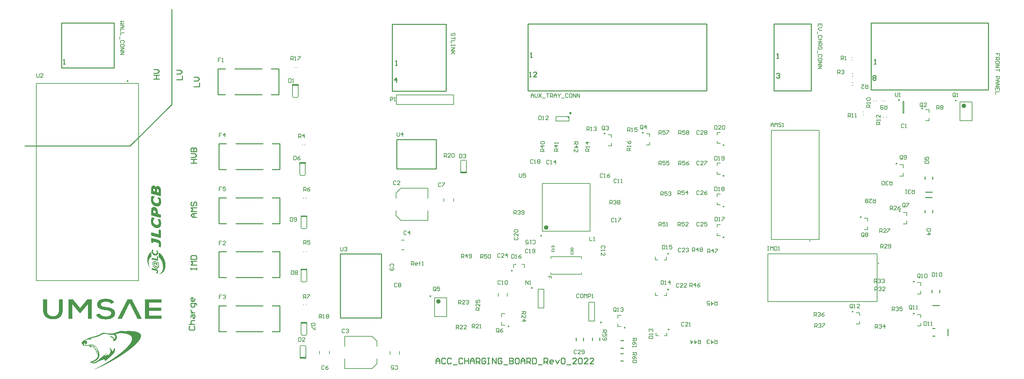
<source format=gto>
G04*
G04 #@! TF.GenerationSoftware,Altium Limited,Altium Designer,22.3.1 (43)*
G04*
G04 Layer_Color=65535*
%FSLAX24Y24*%
%MOIN*%
G70*
G04*
G04 #@! TF.SameCoordinates,EB2419D6-8F1E-4273-BF56-69E21729E32B*
G04*
G04*
G04 #@! TF.FilePolarity,Positive*
G04*
G01*
G75*
%ADD10C,0.0098*%
%ADD11C,0.0236*%
%ADD12C,0.0079*%
%ADD13C,0.0080*%
%ADD14C,0.0100*%
%ADD15C,0.0050*%
%ADD16C,0.0060*%
%ADD17R,0.0065X0.0230*%
%ADD18R,0.0670X0.0180*%
%ADD19R,0.0073X0.0256*%
G36*
X72580Y43786D02*
X72422Y43983D01*
X72619D01*
X72580Y43786D01*
D02*
G37*
G36*
X29190Y36758D02*
X29221D01*
Y36747D01*
X29253D01*
Y36737D01*
X29263D01*
Y36747D01*
X29274D01*
Y36737D01*
X29284D01*
Y36726D01*
X29295D01*
Y36716D01*
X29305D01*
Y36705D01*
X29316D01*
Y36695D01*
X29326D01*
Y36684D01*
X29337D01*
Y36674D01*
X29347D01*
Y36663D01*
X29358D01*
Y36653D01*
X29368D01*
Y36642D01*
X29379D01*
Y36610D01*
X29389D01*
Y36600D01*
X29400D01*
Y36610D01*
X29411D01*
Y36642D01*
X29421D01*
Y36632D01*
X29432D01*
Y36663D01*
X29442D01*
Y36674D01*
X29453D01*
Y36684D01*
X29463D01*
Y36674D01*
X29474D01*
Y36695D01*
X29495D01*
Y36705D01*
X29526D01*
Y36716D01*
X29558D01*
Y36726D01*
X29568D01*
Y36716D01*
X29579D01*
Y36726D01*
X29589D01*
Y36716D01*
X29600D01*
Y36726D01*
X29610D01*
Y36716D01*
X29621D01*
Y36726D01*
X29632D01*
Y36716D01*
X29642D01*
Y36726D01*
X29653D01*
Y36716D01*
X29663D01*
Y36705D01*
X29674D01*
Y36695D01*
X29684D01*
Y36705D01*
X29695D01*
Y36695D01*
X29705D01*
Y36705D01*
X29716D01*
Y36684D01*
X29737D01*
Y36674D01*
X29747D01*
Y36663D01*
X29758D01*
Y36653D01*
X29768D01*
Y36663D01*
X29779D01*
Y36653D01*
X29789D01*
Y36642D01*
X29800D01*
Y36632D01*
X29810D01*
Y36621D01*
X29821D01*
Y36589D01*
X29831D01*
Y36579D01*
X29842D01*
Y36568D01*
X29852D01*
Y36558D01*
X29863D01*
Y36526D01*
X29874D01*
Y36516D01*
X29884D01*
Y36484D01*
X29895D01*
Y36474D01*
X29905D01*
Y36463D01*
X29895D01*
Y36474D01*
X29884D01*
Y36463D01*
X29895D01*
Y36453D01*
X29905D01*
Y36421D01*
X29916D01*
Y36411D01*
X29905D01*
Y36400D01*
X29916D01*
Y36389D01*
X29926D01*
Y36379D01*
X29916D01*
Y36368D01*
X29926D01*
Y36358D01*
X29916D01*
Y36347D01*
X29926D01*
Y36316D01*
X29937D01*
Y36305D01*
X29926D01*
Y36295D01*
X29937D01*
Y36284D01*
X29926D01*
Y36274D01*
X29937D01*
Y36263D01*
X29947D01*
Y36253D01*
X29937D01*
Y36263D01*
X29926D01*
Y36253D01*
X29937D01*
Y36242D01*
X29947D01*
Y36232D01*
X29937D01*
Y36242D01*
X29926D01*
Y36232D01*
X29937D01*
Y36221D01*
X29947D01*
Y36211D01*
X29937D01*
Y36221D01*
X29926D01*
Y36211D01*
X29937D01*
Y36200D01*
X29947D01*
Y36190D01*
X29937D01*
Y36200D01*
X29926D01*
Y36190D01*
X29937D01*
Y36179D01*
X29947D01*
Y36169D01*
X29937D01*
Y36179D01*
X29926D01*
Y36169D01*
X29937D01*
Y36158D01*
X29947D01*
Y36147D01*
X29937D01*
Y36137D01*
X29947D01*
Y36126D01*
X29937D01*
Y36137D01*
X29926D01*
Y36126D01*
X29937D01*
Y36116D01*
X29947D01*
Y36105D01*
X29937D01*
Y36095D01*
X29947D01*
Y36084D01*
X29937D01*
Y36095D01*
X29926D01*
Y36084D01*
X29937D01*
Y36074D01*
X29947D01*
Y36063D01*
X29937D01*
Y36053D01*
X29947D01*
Y36042D01*
X29937D01*
Y36053D01*
X29926D01*
Y36042D01*
X29937D01*
Y36032D01*
X29947D01*
Y36021D01*
X29937D01*
Y36011D01*
X29947D01*
Y36000D01*
X29937D01*
Y36011D01*
X29926D01*
Y36000D01*
X29937D01*
Y35990D01*
X29947D01*
Y35979D01*
X29937D01*
Y35969D01*
X29947D01*
Y35958D01*
X29937D01*
Y35969D01*
X29926D01*
Y35958D01*
X29937D01*
Y35948D01*
X29947D01*
Y35937D01*
X29937D01*
Y35926D01*
X29947D01*
Y35916D01*
X29937D01*
Y35926D01*
X29926D01*
Y35916D01*
X29937D01*
Y35905D01*
X29947D01*
Y35895D01*
X29937D01*
Y35884D01*
X29947D01*
Y35874D01*
X29937D01*
Y35884D01*
X29926D01*
Y35874D01*
X29937D01*
Y35863D01*
X29947D01*
Y35853D01*
X29937D01*
Y35842D01*
X29947D01*
Y35832D01*
X29937D01*
Y35842D01*
X29926D01*
Y35832D01*
X29937D01*
Y35821D01*
X29947D01*
Y35811D01*
X29937D01*
Y35800D01*
X29947D01*
Y35790D01*
X29937D01*
Y35800D01*
X29926D01*
Y35790D01*
X29937D01*
Y35779D01*
X29947D01*
Y35769D01*
X29937D01*
Y35758D01*
X29947D01*
Y35748D01*
X29937D01*
Y35758D01*
X29926D01*
Y35748D01*
X29937D01*
Y35737D01*
X29947D01*
Y35727D01*
X29937D01*
Y35716D01*
X29947D01*
Y35705D01*
X29937D01*
Y35716D01*
X29926D01*
Y35705D01*
X29937D01*
Y35695D01*
X29947D01*
Y35684D01*
X29937D01*
Y35674D01*
X29926D01*
Y35663D01*
X29916D01*
Y35653D01*
X29905D01*
Y35663D01*
X29895D01*
Y35653D01*
X29884D01*
Y35663D01*
X29852D01*
Y35674D01*
X29821D01*
Y35684D01*
X29789D01*
Y35695D01*
X29779D01*
Y35684D01*
X29768D01*
Y35695D01*
X29758D01*
Y35684D01*
X29747D01*
Y35695D01*
X29737D01*
Y35705D01*
X29726D01*
Y35716D01*
X29716D01*
Y35705D01*
X29726D01*
Y35695D01*
X29716D01*
Y35705D01*
X29705D01*
Y35716D01*
X29695D01*
Y35705D01*
X29684D01*
Y35716D01*
X29674D01*
Y35705D01*
X29663D01*
Y35716D01*
X29653D01*
Y35727D01*
X29621D01*
Y35737D01*
X29610D01*
Y35727D01*
X29600D01*
Y35737D01*
X29589D01*
Y35727D01*
X29579D01*
Y35737D01*
X29568D01*
Y35748D01*
X29558D01*
Y35758D01*
X29547D01*
Y35748D01*
X29537D01*
Y35758D01*
X29526D01*
Y35748D01*
X29516D01*
Y35758D01*
X29484D01*
Y35769D01*
X29453D01*
Y35779D01*
X29442D01*
Y35769D01*
X29432D01*
Y35779D01*
X29400D01*
Y35790D01*
X29389D01*
Y35800D01*
X29379D01*
Y35790D01*
X29368D01*
Y35800D01*
X29358D01*
Y35790D01*
X29347D01*
Y35800D01*
X29337D01*
Y35811D01*
X29326D01*
Y35800D01*
X29316D01*
Y35811D01*
X29305D01*
Y35821D01*
X29295D01*
Y35811D01*
X29284D01*
Y35821D01*
X29274D01*
Y35811D01*
X29263D01*
Y35821D01*
X29232D01*
Y35832D01*
X29221D01*
Y35842D01*
X29211D01*
Y35832D01*
X29200D01*
Y35842D01*
X29190D01*
Y35832D01*
X29179D01*
Y35842D01*
X29168D01*
Y35853D01*
X29158D01*
Y35842D01*
X29147D01*
Y35853D01*
X29137D01*
Y35863D01*
X29126D01*
Y35853D01*
X29116D01*
Y35863D01*
X29105D01*
Y35853D01*
X29095D01*
Y35863D01*
X29074D01*
Y35874D01*
X29053D01*
Y35884D01*
X29042D01*
Y35874D01*
X29032D01*
Y35884D01*
X29021D01*
Y35874D01*
X29011D01*
Y35884D01*
X29000D01*
Y35895D01*
X28969D01*
Y35905D01*
X28958D01*
Y35895D01*
X28948D01*
Y35905D01*
X28916D01*
Y35916D01*
X28905D01*
Y35926D01*
X28916D01*
Y35937D01*
X28905D01*
Y35948D01*
X28916D01*
Y35958D01*
X28905D01*
Y35969D01*
X28916D01*
Y35979D01*
X28905D01*
Y36011D01*
X28916D01*
Y36021D01*
X28905D01*
Y36032D01*
X28916D01*
Y36042D01*
X28905D01*
Y36053D01*
X28916D01*
Y36063D01*
X28905D01*
Y36095D01*
X28916D01*
Y36105D01*
X28905D01*
Y36116D01*
X28916D01*
Y36126D01*
X28905D01*
Y36137D01*
X28916D01*
Y36147D01*
X28905D01*
Y36179D01*
X28916D01*
Y36190D01*
X28905D01*
Y36200D01*
X28916D01*
Y36211D01*
X28905D01*
Y36221D01*
X28916D01*
Y36232D01*
X28905D01*
Y36263D01*
X28916D01*
Y36274D01*
X28905D01*
Y36284D01*
X28916D01*
Y36295D01*
X28905D01*
Y36305D01*
X28916D01*
Y36316D01*
X28905D01*
Y36347D01*
X28916D01*
Y36358D01*
X28905D01*
Y36368D01*
X28916D01*
Y36379D01*
X28905D01*
Y36389D01*
X28916D01*
Y36400D01*
X28905D01*
Y36411D01*
X28916D01*
Y36421D01*
X28905D01*
Y36432D01*
X28916D01*
Y36442D01*
X28905D01*
Y36453D01*
X28916D01*
Y36463D01*
X28926D01*
Y36474D01*
X28916D01*
Y36484D01*
X28926D01*
Y36495D01*
X28916D01*
Y36505D01*
X28926D01*
Y36537D01*
X28937D01*
Y36547D01*
X28926D01*
Y36558D01*
X28937D01*
Y36568D01*
X28948D01*
Y36579D01*
X28937D01*
Y36589D01*
X28948D01*
Y36600D01*
X28958D01*
Y36610D01*
X28948D01*
Y36621D01*
X28958D01*
Y36632D01*
X28969D01*
Y36663D01*
X28979D01*
Y36653D01*
X28990D01*
Y36663D01*
X28979D01*
Y36674D01*
X28990D01*
Y36684D01*
X29000D01*
Y36674D01*
X29011D01*
Y36684D01*
X29000D01*
Y36695D01*
X29011D01*
Y36705D01*
X29021D01*
Y36716D01*
X29032D01*
Y36726D01*
X29042D01*
Y36716D01*
X29053D01*
Y36747D01*
X29063D01*
Y36737D01*
X29074D01*
Y36747D01*
X29105D01*
Y36758D01*
X29137D01*
Y36768D01*
X29147D01*
Y36758D01*
X29158D01*
Y36768D01*
X29168D01*
Y36758D01*
X29179D01*
Y36768D01*
X29190D01*
Y36758D01*
D02*
G37*
G36*
X29316Y36716D02*
X29305D01*
Y36726D01*
X29316D01*
Y36716D01*
D02*
G37*
G36*
X29021Y35684D02*
X29032D01*
Y35674D01*
X29042D01*
Y35663D01*
X29053D01*
Y35674D01*
X29063D01*
Y35663D01*
X29074D01*
Y35674D01*
X29084D01*
Y35663D01*
X29095D01*
Y35674D01*
X29105D01*
Y35663D01*
X29116D01*
Y35653D01*
X29147D01*
Y35642D01*
X29158D01*
Y35653D01*
X29168D01*
Y35642D01*
X29200D01*
Y35632D01*
X29211D01*
Y35621D01*
X29221D01*
Y35632D01*
X29232D01*
Y35621D01*
X29242D01*
Y35632D01*
X29253D01*
Y35621D01*
X29263D01*
Y35611D01*
X29274D01*
Y35600D01*
X29263D01*
Y35611D01*
X29253D01*
Y35600D01*
X29263D01*
Y35590D01*
X29274D01*
Y35579D01*
X29263D01*
Y35590D01*
X29253D01*
Y35579D01*
X29263D01*
Y35569D01*
X29253D01*
Y35558D01*
X29263D01*
Y35548D01*
X29253D01*
Y35537D01*
X29242D01*
Y35527D01*
X29232D01*
Y35516D01*
X29221D01*
Y35506D01*
X29211D01*
Y35495D01*
X29200D01*
Y35485D01*
X29190D01*
Y35453D01*
X29179D01*
Y35463D01*
X29168D01*
Y35453D01*
X29179D01*
Y35442D01*
X29168D01*
Y35432D01*
X29158D01*
Y35421D01*
X29168D01*
Y35411D01*
X29158D01*
Y35400D01*
X29147D01*
Y35390D01*
X29158D01*
Y35379D01*
X29147D01*
Y35369D01*
X29137D01*
Y35358D01*
X29147D01*
Y35348D01*
X29137D01*
Y35337D01*
X29147D01*
Y35327D01*
X29137D01*
Y35337D01*
X29126D01*
Y35327D01*
X29137D01*
Y35316D01*
X29126D01*
Y35306D01*
X29137D01*
Y35295D01*
X29126D01*
Y35285D01*
X29137D01*
Y35274D01*
X29126D01*
Y35264D01*
X29137D01*
Y35253D01*
X29126D01*
Y35242D01*
X29137D01*
Y35232D01*
X29126D01*
Y35221D01*
X29137D01*
Y35211D01*
X29147D01*
Y35200D01*
X29137D01*
Y35211D01*
X29126D01*
Y35200D01*
X29137D01*
Y35190D01*
X29147D01*
Y35137D01*
X29158D01*
Y35127D01*
X29168D01*
Y35095D01*
X29179D01*
Y35085D01*
X29190D01*
Y35053D01*
X29200D01*
Y35064D01*
X29211D01*
Y35032D01*
X29221D01*
Y35043D01*
X29232D01*
Y35011D01*
X29242D01*
Y35022D01*
X29253D01*
Y34990D01*
X29263D01*
Y35000D01*
X29274D01*
Y34990D01*
X29284D01*
Y34979D01*
X29295D01*
Y34969D01*
X29326D01*
Y34958D01*
X29337D01*
Y34948D01*
X29347D01*
Y34958D01*
X29358D01*
Y34948D01*
X29368D01*
Y34937D01*
X29379D01*
Y34927D01*
X29389D01*
Y34937D01*
X29400D01*
Y34927D01*
X29411D01*
Y34937D01*
X29421D01*
Y34927D01*
X29432D01*
Y34937D01*
X29442D01*
Y34927D01*
X29453D01*
Y34916D01*
X29463D01*
Y34927D01*
X29474D01*
Y34916D01*
X29484D01*
Y34927D01*
X29495D01*
Y34916D01*
X29505D01*
Y34906D01*
X29516D01*
Y34916D01*
X29526D01*
Y34927D01*
X29537D01*
Y34916D01*
X29568D01*
Y34927D01*
X29579D01*
Y34916D01*
X29589D01*
Y34927D01*
X29600D01*
Y34937D01*
X29610D01*
Y34927D01*
X29621D01*
Y34937D01*
X29632D01*
Y34948D01*
X29642D01*
Y34958D01*
X29653D01*
Y34948D01*
X29663D01*
Y34958D01*
X29674D01*
Y34969D01*
X29684D01*
Y35000D01*
X29695D01*
Y35011D01*
X29705D01*
Y35043D01*
X29716D01*
Y35053D01*
X29705D01*
Y35064D01*
X29716D01*
Y35074D01*
X29705D01*
Y35085D01*
X29716D01*
Y35074D01*
X29726D01*
Y35085D01*
X29716D01*
Y35095D01*
X29705D01*
Y35106D01*
X29716D01*
Y35095D01*
X29726D01*
Y35106D01*
X29716D01*
Y35116D01*
X29726D01*
Y35127D01*
X29716D01*
Y35137D01*
X29705D01*
Y35148D01*
X29716D01*
Y35137D01*
X29726D01*
Y35148D01*
X29716D01*
Y35158D01*
X29726D01*
Y35169D01*
X29716D01*
Y35179D01*
X29705D01*
Y35190D01*
X29716D01*
Y35200D01*
X29705D01*
Y35211D01*
X29716D01*
Y35221D01*
X29705D01*
Y35253D01*
X29695D01*
Y35264D01*
X29684D01*
Y35274D01*
X29695D01*
Y35264D01*
X29705D01*
Y35274D01*
X29695D01*
Y35285D01*
X29684D01*
Y35316D01*
X29674D01*
Y35327D01*
X29663D01*
Y35337D01*
X29674D01*
Y35327D01*
X29684D01*
Y35337D01*
X29674D01*
Y35348D01*
X29663D01*
Y35358D01*
X29653D01*
Y35369D01*
X29642D01*
Y35400D01*
X29632D01*
Y35411D01*
X29621D01*
Y35421D01*
X29610D01*
Y35432D01*
X29600D01*
Y35442D01*
X29610D01*
Y35432D01*
X29621D01*
Y35442D01*
X29610D01*
Y35453D01*
X29600D01*
Y35463D01*
X29589D01*
Y35474D01*
X29579D01*
Y35485D01*
X29589D01*
Y35474D01*
X29600D01*
Y35485D01*
X29589D01*
Y35495D01*
X29600D01*
Y35527D01*
X29610D01*
Y35516D01*
X29621D01*
Y35527D01*
X29653D01*
Y35516D01*
X29663D01*
Y35527D01*
X29674D01*
Y35516D01*
X29705D01*
Y35506D01*
X29716D01*
Y35495D01*
X29726D01*
Y35506D01*
X29737D01*
Y35495D01*
X29747D01*
Y35506D01*
X29758D01*
Y35495D01*
X29768D01*
Y35485D01*
X29779D01*
Y35495D01*
X29768D01*
Y35506D01*
X29779D01*
Y35495D01*
X29789D01*
Y35485D01*
X29800D01*
Y35474D01*
X29810D01*
Y35485D01*
X29821D01*
Y35474D01*
X29831D01*
Y35485D01*
X29842D01*
Y35474D01*
X29874D01*
Y35463D01*
X29863D01*
Y35453D01*
X29874D01*
Y35442D01*
X29884D01*
Y35411D01*
X29895D01*
Y35400D01*
X29905D01*
Y35348D01*
X29916D01*
Y35337D01*
X29926D01*
Y35285D01*
X29937D01*
Y35274D01*
X29947D01*
Y35264D01*
X29937D01*
Y35274D01*
X29926D01*
Y35264D01*
X29937D01*
Y35253D01*
X29947D01*
Y35242D01*
X29937D01*
Y35253D01*
X29926D01*
Y35242D01*
X29937D01*
Y35232D01*
X29947D01*
Y35200D01*
X29958D01*
Y35190D01*
X29947D01*
Y35179D01*
X29958D01*
Y35169D01*
X29947D01*
Y35158D01*
X29958D01*
Y35148D01*
X29968D01*
Y35137D01*
X29958D01*
Y35148D01*
X29947D01*
Y35137D01*
X29958D01*
Y35106D01*
X29968D01*
Y35095D01*
X29958D01*
Y35106D01*
X29947D01*
Y35095D01*
X29958D01*
Y35085D01*
X29968D01*
Y35074D01*
X29958D01*
Y35064D01*
X29968D01*
Y35053D01*
X29958D01*
Y35043D01*
X29968D01*
Y35032D01*
X29958D01*
Y35022D01*
X29968D01*
Y35011D01*
X29958D01*
Y35022D01*
X29947D01*
Y35011D01*
X29958D01*
Y35000D01*
X29968D01*
Y34990D01*
X29958D01*
Y34979D01*
X29968D01*
Y34969D01*
X29958D01*
Y34979D01*
X29947D01*
Y34969D01*
X29958D01*
Y34958D01*
X29947D01*
Y34948D01*
X29958D01*
Y34937D01*
X29947D01*
Y34927D01*
X29958D01*
Y34916D01*
X29947D01*
Y34885D01*
X29937D01*
Y34874D01*
X29947D01*
Y34864D01*
X29937D01*
Y34874D01*
X29926D01*
Y34864D01*
X29937D01*
Y34853D01*
X29926D01*
Y34801D01*
X29916D01*
Y34811D01*
X29905D01*
Y34801D01*
X29916D01*
Y34790D01*
X29905D01*
Y34758D01*
X29895D01*
Y34748D01*
X29884D01*
Y34737D01*
X29874D01*
Y34727D01*
X29884D01*
Y34716D01*
X29874D01*
Y34727D01*
X29863D01*
Y34716D01*
X29874D01*
Y34706D01*
X29863D01*
Y34695D01*
X29852D01*
Y34706D01*
X29842D01*
Y34695D01*
X29852D01*
Y34685D01*
X29842D01*
Y34674D01*
X29831D01*
Y34664D01*
X29821D01*
Y34653D01*
X29810D01*
Y34664D01*
X29800D01*
Y34653D01*
X29810D01*
Y34643D01*
X29800D01*
Y34632D01*
X29789D01*
Y34643D01*
X29779D01*
Y34622D01*
X29758D01*
Y34611D01*
X29726D01*
Y34601D01*
X29716D01*
Y34590D01*
X29705D01*
Y34601D01*
X29695D01*
Y34590D01*
X29663D01*
Y34580D01*
X29653D01*
Y34569D01*
X29642D01*
Y34580D01*
X29632D01*
Y34569D01*
X29621D01*
Y34580D01*
X29610D01*
Y34569D01*
X29600D01*
Y34580D01*
X29589D01*
Y34569D01*
X29579D01*
Y34580D01*
X29568D01*
Y34569D01*
X29558D01*
Y34580D01*
X29547D01*
Y34569D01*
X29537D01*
Y34580D01*
X29526D01*
Y34569D01*
X29516D01*
Y34580D01*
X29505D01*
Y34569D01*
X29495D01*
Y34580D01*
X29484D01*
Y34569D01*
X29474D01*
Y34580D01*
X29463D01*
Y34569D01*
X29453D01*
Y34580D01*
X29442D01*
Y34569D01*
X29432D01*
Y34580D01*
X29421D01*
Y34590D01*
X29411D01*
Y34580D01*
X29400D01*
Y34590D01*
X29389D01*
Y34601D01*
X29379D01*
Y34590D01*
X29368D01*
Y34601D01*
X29358D01*
Y34590D01*
X29347D01*
Y34601D01*
X29337D01*
Y34611D01*
X29305D01*
Y34622D01*
X29274D01*
Y34632D01*
X29263D01*
Y34643D01*
X29253D01*
Y34632D01*
X29242D01*
Y34653D01*
X29221D01*
Y34664D01*
X29211D01*
Y34674D01*
X29200D01*
Y34685D01*
X29190D01*
Y34674D01*
X29179D01*
Y34685D01*
X29168D01*
Y34695D01*
X29158D01*
Y34706D01*
X29147D01*
Y34716D01*
X29137D01*
Y34727D01*
X29126D01*
Y34737D01*
X29116D01*
Y34748D01*
X29105D01*
Y34737D01*
X29095D01*
Y34769D01*
X29084D01*
Y34758D01*
X29074D01*
Y34790D01*
X29063D01*
Y34801D01*
X29053D01*
Y34811D01*
X29042D01*
Y34822D01*
X29032D01*
Y34832D01*
X29021D01*
Y34843D01*
X29011D01*
Y34874D01*
X29000D01*
Y34885D01*
X28990D01*
Y34895D01*
X28979D01*
Y34906D01*
X28969D01*
Y34916D01*
X28979D01*
Y34906D01*
X28990D01*
Y34916D01*
X28979D01*
Y34927D01*
X28969D01*
Y34937D01*
X28958D01*
Y34948D01*
X28969D01*
Y34958D01*
X28958D01*
Y34969D01*
X28948D01*
Y35000D01*
X28937D01*
Y35011D01*
X28926D01*
Y35022D01*
X28937D01*
Y35032D01*
X28926D01*
Y35064D01*
X28916D01*
Y35074D01*
X28926D01*
Y35085D01*
X28916D01*
Y35095D01*
X28905D01*
Y35148D01*
X28895D01*
Y35158D01*
X28905D01*
Y35169D01*
X28895D01*
Y35179D01*
X28905D01*
Y35190D01*
X28895D01*
Y35200D01*
X28884D01*
Y35211D01*
X28895D01*
Y35221D01*
X28884D01*
Y35232D01*
X28895D01*
Y35242D01*
X28884D01*
Y35253D01*
X28895D01*
Y35264D01*
X28884D01*
Y35274D01*
X28895D01*
Y35285D01*
X28884D01*
Y35295D01*
X28895D01*
Y35306D01*
X28884D01*
Y35316D01*
X28895D01*
Y35327D01*
X28884D01*
Y35337D01*
X28895D01*
Y35390D01*
X28905D01*
Y35400D01*
X28895D01*
Y35411D01*
X28905D01*
Y35421D01*
X28895D01*
Y35432D01*
X28905D01*
Y35485D01*
X28916D01*
Y35495D01*
X28905D01*
Y35506D01*
X28916D01*
Y35495D01*
X28926D01*
Y35506D01*
X28916D01*
Y35516D01*
X28926D01*
Y35527D01*
X28916D01*
Y35537D01*
X28926D01*
Y35569D01*
X28937D01*
Y35579D01*
X28926D01*
Y35590D01*
X28937D01*
Y35600D01*
X28948D01*
Y35632D01*
X28958D01*
Y35621D01*
X28969D01*
Y35632D01*
X28958D01*
Y35642D01*
X28969D01*
Y35674D01*
X28979D01*
Y35684D01*
X28990D01*
Y35695D01*
X29000D01*
Y35684D01*
X29011D01*
Y35695D01*
X29021D01*
Y35684D01*
D02*
G37*
G36*
X29695Y35242D02*
X29684D01*
Y35253D01*
X29695D01*
Y35242D01*
D02*
G37*
G36*
X28937Y34990D02*
X28926D01*
Y35000D01*
X28937D01*
Y34990D01*
D02*
G37*
G36*
X29063Y34779D02*
X29053D01*
Y34790D01*
X29063D01*
Y34779D01*
D02*
G37*
G36*
X29147Y34695D02*
X29137D01*
Y34706D01*
X29147D01*
Y34695D01*
D02*
G37*
G36*
X29232Y34527D02*
X29263D01*
Y34516D01*
X29316D01*
Y34506D01*
X29337D01*
Y34485D01*
X29347D01*
Y34495D01*
X29358D01*
Y34485D01*
X29368D01*
Y34495D01*
X29379D01*
Y34485D01*
X29389D01*
Y34474D01*
X29400D01*
Y34464D01*
X29411D01*
Y34453D01*
X29421D01*
Y34443D01*
X29432D01*
Y34453D01*
X29442D01*
Y34422D01*
X29453D01*
Y34432D01*
X29463D01*
Y34401D01*
X29474D01*
Y34390D01*
X29484D01*
Y34380D01*
X29495D01*
Y34369D01*
X29505D01*
Y34359D01*
X29516D01*
Y34348D01*
X29526D01*
Y34316D01*
X29537D01*
Y34306D01*
X29547D01*
Y34274D01*
X29558D01*
Y34264D01*
X29568D01*
Y34211D01*
X29579D01*
Y34201D01*
X29589D01*
Y34148D01*
X29600D01*
Y34138D01*
X29589D01*
Y34127D01*
X29600D01*
Y34117D01*
X29610D01*
Y34106D01*
X29600D01*
Y34117D01*
X29589D01*
Y34106D01*
X29600D01*
Y34095D01*
X29610D01*
Y34043D01*
X29621D01*
Y34032D01*
X29610D01*
Y34022D01*
X29621D01*
Y34011D01*
X29610D01*
Y34001D01*
X29621D01*
Y33990D01*
X29610D01*
Y33980D01*
X29621D01*
Y33969D01*
X29632D01*
Y33959D01*
X29621D01*
Y33969D01*
X29610D01*
Y33959D01*
X29621D01*
Y33948D01*
X29610D01*
Y33938D01*
X29621D01*
Y33927D01*
X29632D01*
Y33917D01*
X29621D01*
Y33927D01*
X29610D01*
Y33917D01*
X29621D01*
Y33906D01*
X29632D01*
Y33896D01*
X29621D01*
Y33885D01*
X29632D01*
Y33874D01*
X29621D01*
Y33885D01*
X29610D01*
Y33874D01*
X29621D01*
Y33864D01*
X29610D01*
Y33853D01*
X29621D01*
Y33843D01*
X29632D01*
Y33832D01*
X29621D01*
Y33843D01*
X29610D01*
Y33832D01*
X29621D01*
Y33822D01*
X29632D01*
Y33811D01*
X29621D01*
Y33801D01*
X29632D01*
Y33790D01*
X29642D01*
Y33801D01*
X29653D01*
Y33790D01*
X29663D01*
Y33780D01*
X29674D01*
Y33790D01*
X29663D01*
Y33801D01*
X29674D01*
Y33790D01*
X29684D01*
Y33780D01*
X29695D01*
Y33790D01*
X29705D01*
Y33780D01*
X29716D01*
Y33769D01*
X29726D01*
Y33780D01*
X29737D01*
Y33769D01*
X29768D01*
Y33759D01*
X29779D01*
Y33748D01*
X29789D01*
Y33759D01*
X29800D01*
Y33748D01*
X29810D01*
Y33759D01*
X29821D01*
Y33748D01*
X29852D01*
Y33738D01*
X29884D01*
Y33727D01*
X29895D01*
Y33738D01*
X29905D01*
Y33727D01*
X29937D01*
Y33717D01*
X29947D01*
Y33706D01*
X29937D01*
Y33696D01*
X29947D01*
Y33685D01*
X29937D01*
Y33696D01*
X29926D01*
Y33685D01*
X29937D01*
Y33675D01*
X29947D01*
Y33664D01*
X29937D01*
Y33654D01*
X29947D01*
Y33643D01*
X29937D01*
Y33654D01*
X29926D01*
Y33643D01*
X29937D01*
Y33632D01*
X29947D01*
Y33622D01*
X29937D01*
Y33611D01*
X29947D01*
Y33601D01*
X29937D01*
Y33611D01*
X29926D01*
Y33601D01*
X29937D01*
Y33590D01*
X29947D01*
Y33580D01*
X29937D01*
Y33569D01*
X29947D01*
Y33559D01*
X29937D01*
Y33569D01*
X29926D01*
Y33559D01*
X29937D01*
Y33548D01*
X29947D01*
Y33538D01*
X29937D01*
Y33527D01*
X29947D01*
Y33517D01*
X29937D01*
Y33527D01*
X29926D01*
Y33517D01*
X29937D01*
Y33506D01*
X29947D01*
Y33496D01*
X29937D01*
Y33485D01*
X29947D01*
Y33475D01*
X29937D01*
Y33485D01*
X29926D01*
Y33475D01*
X29937D01*
Y33464D01*
X29947D01*
Y33454D01*
X29937D01*
Y33443D01*
X29947D01*
Y33433D01*
X29937D01*
Y33443D01*
X29926D01*
Y33433D01*
X29937D01*
Y33422D01*
X29926D01*
Y33401D01*
X29905D01*
Y33390D01*
X29895D01*
Y33401D01*
X29884D01*
Y33390D01*
X29874D01*
Y33401D01*
X29863D01*
Y33390D01*
X29852D01*
Y33411D01*
X29831D01*
Y33422D01*
X29821D01*
Y33411D01*
X29810D01*
Y33422D01*
X29800D01*
Y33411D01*
X29789D01*
Y33422D01*
X29779D01*
Y33433D01*
X29768D01*
Y33422D01*
X29758D01*
Y33433D01*
X29747D01*
Y33443D01*
X29737D01*
Y33433D01*
X29726D01*
Y33443D01*
X29716D01*
Y33433D01*
X29705D01*
Y33443D01*
X29695D01*
Y33433D01*
X29684D01*
Y33454D01*
X29663D01*
Y33464D01*
X29653D01*
Y33454D01*
X29642D01*
Y33464D01*
X29632D01*
Y33454D01*
X29621D01*
Y33464D01*
X29610D01*
Y33475D01*
X29600D01*
Y33485D01*
X29589D01*
Y33475D01*
X29600D01*
Y33464D01*
X29589D01*
Y33475D01*
X29579D01*
Y33485D01*
X29568D01*
Y33475D01*
X29558D01*
Y33485D01*
X29516D01*
Y33496D01*
X29495D01*
Y33506D01*
X29484D01*
Y33496D01*
X29474D01*
Y33506D01*
X29463D01*
Y33496D01*
X29453D01*
Y33506D01*
X29442D01*
Y33517D01*
X29432D01*
Y33527D01*
X29421D01*
Y33517D01*
X29411D01*
Y33527D01*
X29400D01*
Y33517D01*
X29389D01*
Y33527D01*
X29358D01*
Y33538D01*
X29326D01*
Y33548D01*
X29316D01*
Y33538D01*
X29305D01*
Y33548D01*
X29295D01*
Y33538D01*
X29284D01*
Y33548D01*
X29274D01*
Y33559D01*
X29263D01*
Y33569D01*
X29253D01*
Y33559D01*
X29242D01*
Y33569D01*
X29232D01*
Y33559D01*
X29221D01*
Y33569D01*
X29190D01*
Y33580D01*
X29179D01*
Y33590D01*
X29168D01*
Y33580D01*
X29158D01*
Y33590D01*
X29147D01*
Y33580D01*
X29137D01*
Y33590D01*
X29105D01*
Y33601D01*
X29095D01*
Y33611D01*
X29084D01*
Y33601D01*
X29074D01*
Y33611D01*
X29063D01*
Y33601D01*
X29053D01*
Y33611D01*
X29021D01*
Y33622D01*
X28990D01*
Y33632D01*
X28979D01*
Y33622D01*
X28969D01*
Y33632D01*
X28958D01*
Y33643D01*
X28926D01*
Y33654D01*
X28916D01*
Y33664D01*
X28905D01*
Y33675D01*
X28916D01*
Y33685D01*
X28905D01*
Y33696D01*
X28916D01*
Y33706D01*
X28905D01*
Y33738D01*
X28916D01*
Y33748D01*
X28905D01*
Y33759D01*
X28916D01*
Y33769D01*
X28905D01*
Y33780D01*
X28916D01*
Y33790D01*
X28905D01*
Y33822D01*
X28916D01*
Y33832D01*
X28905D01*
Y33843D01*
X28916D01*
Y33853D01*
X28905D01*
Y33864D01*
X28916D01*
Y33874D01*
X28905D01*
Y33906D01*
X28916D01*
Y33917D01*
X28905D01*
Y33927D01*
X28916D01*
Y33938D01*
X28905D01*
Y33948D01*
X28916D01*
Y33959D01*
X28905D01*
Y33990D01*
X28916D01*
Y34001D01*
X28905D01*
Y34011D01*
X28916D01*
Y34022D01*
X28905D01*
Y34032D01*
X28916D01*
Y34043D01*
X28905D01*
Y34074D01*
X28916D01*
Y34085D01*
X28905D01*
Y34095D01*
X28916D01*
Y34106D01*
X28905D01*
Y34117D01*
X28916D01*
Y34127D01*
X28905D01*
Y34138D01*
X28916D01*
Y34148D01*
X28905D01*
Y34159D01*
X28916D01*
Y34169D01*
X28905D01*
Y34180D01*
X28916D01*
Y34190D01*
X28926D01*
Y34201D01*
X28916D01*
Y34211D01*
X28905D01*
Y34222D01*
X28916D01*
Y34211D01*
X28926D01*
Y34222D01*
X28916D01*
Y34232D01*
X28926D01*
Y34306D01*
X28937D01*
Y34316D01*
X28926D01*
Y34327D01*
X28937D01*
Y34316D01*
X28948D01*
Y34327D01*
X28937D01*
Y34338D01*
X28948D01*
Y34369D01*
X28958D01*
Y34359D01*
X28969D01*
Y34369D01*
X28958D01*
Y34380D01*
X28969D01*
Y34411D01*
X28979D01*
Y34422D01*
X28990D01*
Y34432D01*
X29000D01*
Y34443D01*
X29011D01*
Y34453D01*
X29021D01*
Y34464D01*
X29032D01*
Y34474D01*
X29042D01*
Y34485D01*
X29053D01*
Y34495D01*
X29084D01*
Y34506D01*
X29095D01*
Y34516D01*
X29105D01*
Y34506D01*
X29116D01*
Y34516D01*
X29147D01*
Y34527D01*
X29179D01*
Y34537D01*
X29190D01*
Y34527D01*
X29221D01*
Y34537D01*
X29232D01*
Y34527D01*
D02*
G37*
G36*
X28916Y33643D02*
X28905D01*
Y33654D01*
X28916D01*
Y33643D01*
D02*
G37*
G36*
X29190Y33559D02*
X29179D01*
Y33569D01*
X29190D01*
Y33559D01*
D02*
G37*
G36*
X29274Y33348D02*
X29263D01*
Y33359D01*
X29274D01*
Y33348D01*
D02*
G37*
G36*
X29011Y33422D02*
X29021D01*
Y33411D01*
X29032D01*
Y33422D01*
X29042D01*
Y33411D01*
X29053D01*
Y33422D01*
X29063D01*
Y33411D01*
X29095D01*
Y33401D01*
X29126D01*
Y33390D01*
X29137D01*
Y33401D01*
X29147D01*
Y33390D01*
X29168D01*
Y33380D01*
X29190D01*
Y33369D01*
X29200D01*
Y33380D01*
X29211D01*
Y33369D01*
X29242D01*
Y33359D01*
X29253D01*
Y33348D01*
X29263D01*
Y33338D01*
X29274D01*
Y33327D01*
X29263D01*
Y33338D01*
X29253D01*
Y33327D01*
X29263D01*
Y33317D01*
X29274D01*
Y33306D01*
X29263D01*
Y33317D01*
X29253D01*
Y33306D01*
X29263D01*
Y33296D01*
X29253D01*
Y33285D01*
X29242D01*
Y33275D01*
X29232D01*
Y33264D01*
X29221D01*
Y33254D01*
X29211D01*
Y33222D01*
X29200D01*
Y33212D01*
X29190D01*
Y33201D01*
X29179D01*
Y33191D01*
X29168D01*
Y33159D01*
X29158D01*
Y33148D01*
X29147D01*
Y33138D01*
X29158D01*
Y33127D01*
X29147D01*
Y33096D01*
X29137D01*
Y33106D01*
X29126D01*
Y33096D01*
X29137D01*
Y33085D01*
X29147D01*
Y33075D01*
X29137D01*
Y33064D01*
X29126D01*
Y33054D01*
X29137D01*
Y33043D01*
X29126D01*
Y33033D01*
X29137D01*
Y33022D01*
X29126D01*
Y33012D01*
X29137D01*
Y33001D01*
X29126D01*
Y32991D01*
X29137D01*
Y32980D01*
X29126D01*
Y32970D01*
X29137D01*
Y32959D01*
X29126D01*
Y32948D01*
X29137D01*
Y32938D01*
X29147D01*
Y32927D01*
X29137D01*
Y32938D01*
X29126D01*
Y32927D01*
X29137D01*
Y32917D01*
X29147D01*
Y32885D01*
X29158D01*
Y32875D01*
X29168D01*
Y32864D01*
X29158D01*
Y32875D01*
X29147D01*
Y32864D01*
X29158D01*
Y32854D01*
X29168D01*
Y32843D01*
X29179D01*
Y32833D01*
X29190D01*
Y32801D01*
X29200D01*
Y32791D01*
X29211D01*
Y32780D01*
X29221D01*
Y32770D01*
X29232D01*
Y32759D01*
X29242D01*
Y32749D01*
X29253D01*
Y32738D01*
X29263D01*
Y32749D01*
X29274D01*
Y32738D01*
X29284D01*
Y32727D01*
X29295D01*
Y32717D01*
X29305D01*
Y32706D01*
X29316D01*
Y32696D01*
X29326D01*
Y32706D01*
X29337D01*
Y32696D01*
X29347D01*
Y32685D01*
X29379D01*
Y32675D01*
X29389D01*
Y32685D01*
X29400D01*
Y32675D01*
X29411D01*
Y32664D01*
X29442D01*
Y32654D01*
X29453D01*
Y32664D01*
X29463D01*
Y32654D01*
X29474D01*
Y32664D01*
X29484D01*
Y32654D01*
X29495D01*
Y32664D01*
X29505D01*
Y32654D01*
X29516D01*
Y32664D01*
X29526D01*
Y32654D01*
X29537D01*
Y32664D01*
X29547D01*
Y32654D01*
X29558D01*
Y32664D01*
X29568D01*
Y32654D01*
X29579D01*
Y32664D01*
X29610D01*
Y32675D01*
X29621D01*
Y32685D01*
X29632D01*
Y32675D01*
X29642D01*
Y32685D01*
X29653D01*
Y32696D01*
X29663D01*
Y32706D01*
X29674D01*
Y32717D01*
X29684D01*
Y32727D01*
X29695D01*
Y32738D01*
X29684D01*
Y32749D01*
X29695D01*
Y32738D01*
X29705D01*
Y32749D01*
X29695D01*
Y32759D01*
X29705D01*
Y32770D01*
X29716D01*
Y32780D01*
X29705D01*
Y32791D01*
X29716D01*
Y32801D01*
X29705D01*
Y32812D01*
X29716D01*
Y32801D01*
X29726D01*
Y32812D01*
X29716D01*
Y32822D01*
X29705D01*
Y32833D01*
X29716D01*
Y32822D01*
X29726D01*
Y32833D01*
X29716D01*
Y32843D01*
X29726D01*
Y32854D01*
X29716D01*
Y32864D01*
X29705D01*
Y32875D01*
X29716D01*
Y32864D01*
X29726D01*
Y32875D01*
X29716D01*
Y32885D01*
X29726D01*
Y32896D01*
X29716D01*
Y32906D01*
X29705D01*
Y32917D01*
X29716D01*
Y32906D01*
X29726D01*
Y32917D01*
X29716D01*
Y32927D01*
X29705D01*
Y32938D01*
X29716D01*
Y32927D01*
X29726D01*
Y32938D01*
X29716D01*
Y32948D01*
X29705D01*
Y32980D01*
X29695D01*
Y32991D01*
X29705D01*
Y33001D01*
X29695D01*
Y33012D01*
X29684D01*
Y33022D01*
X29695D01*
Y33033D01*
X29684D01*
Y33064D01*
X29674D01*
Y33075D01*
X29663D01*
Y33106D01*
X29653D01*
Y33117D01*
X29642D01*
Y33148D01*
X29632D01*
Y33159D01*
X29621D01*
Y33169D01*
X29610D01*
Y33180D01*
X29600D01*
Y33212D01*
X29589D01*
Y33222D01*
X29600D01*
Y33233D01*
X29589D01*
Y33243D01*
X29600D01*
Y33254D01*
X29610D01*
Y33264D01*
X29621D01*
Y33275D01*
X29632D01*
Y33264D01*
X29642D01*
Y33275D01*
X29653D01*
Y33264D01*
X29684D01*
Y33254D01*
X29695D01*
Y33243D01*
X29705D01*
Y33254D01*
X29716D01*
Y33243D01*
X29726D01*
Y33254D01*
X29737D01*
Y33243D01*
X29747D01*
Y33233D01*
X29758D01*
Y33222D01*
X29768D01*
Y33233D01*
X29779D01*
Y33222D01*
X29789D01*
Y33233D01*
X29800D01*
Y33222D01*
X29810D01*
Y33233D01*
X29821D01*
Y33222D01*
X29831D01*
Y33212D01*
X29842D01*
Y33201D01*
X29852D01*
Y33212D01*
X29863D01*
Y33201D01*
X29874D01*
Y33191D01*
X29884D01*
Y33159D01*
X29895D01*
Y33148D01*
X29884D01*
Y33138D01*
X29895D01*
Y33127D01*
X29905D01*
Y33096D01*
X29916D01*
Y33085D01*
X29926D01*
Y33075D01*
X29916D01*
Y33085D01*
X29905D01*
Y33075D01*
X29916D01*
Y33064D01*
X29926D01*
Y33033D01*
X29937D01*
Y33022D01*
X29947D01*
Y33012D01*
X29937D01*
Y33022D01*
X29926D01*
Y33012D01*
X29937D01*
Y33001D01*
X29947D01*
Y32991D01*
X29937D01*
Y32980D01*
X29947D01*
Y32948D01*
X29958D01*
Y32938D01*
X29947D01*
Y32927D01*
X29958D01*
Y32917D01*
X29968D01*
Y32906D01*
X29958D01*
Y32917D01*
X29947D01*
Y32906D01*
X29958D01*
Y32896D01*
X29947D01*
Y32885D01*
X29958D01*
Y32875D01*
X29968D01*
Y32864D01*
X29958D01*
Y32875D01*
X29947D01*
Y32864D01*
X29958D01*
Y32854D01*
X29968D01*
Y32843D01*
X29958D01*
Y32833D01*
X29968D01*
Y32822D01*
X29958D01*
Y32812D01*
X29968D01*
Y32801D01*
X29958D01*
Y32791D01*
X29968D01*
Y32780D01*
X29958D01*
Y32770D01*
X29968D01*
Y32759D01*
X29958D01*
Y32749D01*
X29968D01*
Y32738D01*
X29958D01*
Y32749D01*
X29947D01*
Y32738D01*
X29958D01*
Y32727D01*
X29947D01*
Y32717D01*
X29958D01*
Y32706D01*
X29968D01*
Y32696D01*
X29958D01*
Y32706D01*
X29947D01*
Y32696D01*
X29958D01*
Y32685D01*
X29947D01*
Y32633D01*
X29937D01*
Y32622D01*
X29947D01*
Y32612D01*
X29937D01*
Y32601D01*
X29947D01*
Y32591D01*
X29937D01*
Y32601D01*
X29926D01*
Y32591D01*
X29937D01*
Y32580D01*
X29926D01*
Y32549D01*
X29916D01*
Y32538D01*
X29905D01*
Y32528D01*
X29916D01*
Y32517D01*
X29905D01*
Y32507D01*
X29895D01*
Y32496D01*
X29884D01*
Y32464D01*
X29874D01*
Y32454D01*
X29863D01*
Y32443D01*
X29852D01*
Y32433D01*
X29842D01*
Y32422D01*
X29831D01*
Y32412D01*
X29821D01*
Y32401D01*
X29810D01*
Y32391D01*
X29800D01*
Y32380D01*
X29789D01*
Y32370D01*
X29779D01*
Y32359D01*
X29768D01*
Y32370D01*
X29758D01*
Y32359D01*
X29747D01*
Y32349D01*
X29737D01*
Y32338D01*
X29726D01*
Y32349D01*
X29716D01*
Y32338D01*
X29705D01*
Y32328D01*
X29674D01*
Y32317D01*
X29663D01*
Y32328D01*
X29653D01*
Y32317D01*
X29642D01*
Y32328D01*
X29632D01*
Y32317D01*
X29621D01*
Y32307D01*
X29610D01*
Y32317D01*
X29579D01*
Y32307D01*
X29568D01*
Y32317D01*
X29558D01*
Y32307D01*
X29547D01*
Y32317D01*
X29537D01*
Y32307D01*
X29526D01*
Y32317D01*
X29495D01*
Y32328D01*
X29484D01*
Y32317D01*
X29495D01*
Y32307D01*
X29484D01*
Y32317D01*
X29474D01*
Y32328D01*
X29463D01*
Y32317D01*
X29453D01*
Y32328D01*
X29442D01*
Y32317D01*
X29432D01*
Y32328D01*
X29421D01*
Y32317D01*
X29411D01*
Y32328D01*
X29379D01*
Y32338D01*
X29347D01*
Y32349D01*
X29316D01*
Y32359D01*
X29284D01*
Y32370D01*
X29274D01*
Y32380D01*
X29263D01*
Y32391D01*
X29253D01*
Y32380D01*
X29242D01*
Y32391D01*
X29232D01*
Y32401D01*
X29221D01*
Y32412D01*
X29211D01*
Y32401D01*
X29200D01*
Y32412D01*
X29190D01*
Y32422D01*
X29179D01*
Y32433D01*
X29168D01*
Y32443D01*
X29158D01*
Y32454D01*
X29147D01*
Y32443D01*
X29137D01*
Y32475D01*
X29126D01*
Y32464D01*
X29116D01*
Y32475D01*
X29105D01*
Y32485D01*
X29095D01*
Y32496D01*
X29084D01*
Y32507D01*
X29074D01*
Y32517D01*
X29063D01*
Y32528D01*
X29053D01*
Y32559D01*
X29042D01*
Y32570D01*
X29032D01*
Y32580D01*
X29021D01*
Y32591D01*
X29011D01*
Y32612D01*
X28990D01*
Y32643D01*
X28979D01*
Y32654D01*
X28969D01*
Y32685D01*
X28958D01*
Y32696D01*
X28948D01*
Y32706D01*
X28958D01*
Y32717D01*
X28948D01*
Y32727D01*
X28937D01*
Y32738D01*
X28948D01*
Y32749D01*
X28937D01*
Y32759D01*
X28926D01*
Y32791D01*
X28916D01*
Y32801D01*
X28926D01*
Y32812D01*
X28916D01*
Y32822D01*
X28905D01*
Y32833D01*
X28916D01*
Y32843D01*
X28905D01*
Y32896D01*
X28895D01*
Y32906D01*
X28905D01*
Y32917D01*
X28895D01*
Y32970D01*
X28884D01*
Y32980D01*
X28895D01*
Y32991D01*
X28884D01*
Y33001D01*
X28895D01*
Y33012D01*
X28884D01*
Y33022D01*
X28895D01*
Y33033D01*
X28884D01*
Y33043D01*
X28895D01*
Y33054D01*
X28884D01*
Y33064D01*
X28895D01*
Y33075D01*
X28884D01*
Y33085D01*
X28895D01*
Y33096D01*
X28884D01*
Y33106D01*
X28895D01*
Y33138D01*
X28905D01*
Y33148D01*
X28895D01*
Y33159D01*
X28905D01*
Y33233D01*
X28916D01*
Y33243D01*
X28905D01*
Y33254D01*
X28916D01*
Y33264D01*
X28926D01*
Y33296D01*
X28937D01*
Y33306D01*
X28926D01*
Y33317D01*
X28937D01*
Y33327D01*
X28926D01*
Y33338D01*
X28937D01*
Y33327D01*
X28948D01*
Y33338D01*
X28937D01*
Y33348D01*
X28948D01*
Y33359D01*
X28958D01*
Y33369D01*
X28948D01*
Y33380D01*
X28958D01*
Y33390D01*
X28969D01*
Y33422D01*
X28979D01*
Y33433D01*
X29011D01*
Y33422D01*
D02*
G37*
G36*
X29589Y33201D02*
X29579D01*
Y33212D01*
X29589D01*
Y33201D01*
D02*
G37*
G36*
X29610Y32296D02*
X29600D01*
Y32307D01*
X29610D01*
Y32296D01*
D02*
G37*
G36*
X29526D02*
X29516D01*
Y32307D01*
X29526D01*
Y32296D01*
D02*
G37*
G36*
X29758Y32149D02*
X29789D01*
Y32138D01*
X29821D01*
Y32128D01*
X29831D01*
Y32138D01*
X29842D01*
Y32128D01*
X29852D01*
Y32138D01*
X29863D01*
Y32128D01*
X29874D01*
Y32117D01*
X29905D01*
Y32107D01*
X29916D01*
Y32117D01*
X29926D01*
Y32107D01*
X29937D01*
Y32096D01*
X29947D01*
Y32086D01*
X29937D01*
Y32096D01*
X29926D01*
Y32086D01*
X29937D01*
Y32075D01*
X29947D01*
Y32065D01*
X29937D01*
Y32054D01*
X29947D01*
Y32043D01*
X29937D01*
Y32054D01*
X29926D01*
Y32043D01*
X29937D01*
Y32033D01*
X29947D01*
Y32022D01*
X29937D01*
Y32012D01*
X29947D01*
Y32001D01*
X29937D01*
Y32012D01*
X29926D01*
Y32001D01*
X29937D01*
Y31991D01*
X29947D01*
Y31980D01*
X29937D01*
Y31970D01*
X29947D01*
Y31959D01*
X29937D01*
Y31970D01*
X29926D01*
Y31959D01*
X29937D01*
Y31949D01*
X29947D01*
Y31938D01*
X29937D01*
Y31928D01*
X29947D01*
Y31917D01*
X29937D01*
Y31928D01*
X29926D01*
Y31917D01*
X29937D01*
Y31907D01*
X29947D01*
Y31896D01*
X29937D01*
Y31886D01*
X29947D01*
Y31875D01*
X29937D01*
Y31886D01*
X29926D01*
Y31875D01*
X29937D01*
Y31865D01*
X29947D01*
Y31854D01*
X29937D01*
Y31844D01*
X29947D01*
Y31833D01*
X29937D01*
Y31844D01*
X29926D01*
Y31833D01*
X29937D01*
Y31823D01*
X29947D01*
Y31812D01*
X29937D01*
Y31801D01*
X29947D01*
Y31791D01*
X29937D01*
Y31801D01*
X29926D01*
Y31791D01*
X29937D01*
Y31780D01*
X29947D01*
Y31770D01*
X29937D01*
Y31759D01*
X29947D01*
Y31749D01*
X29937D01*
Y31759D01*
X29926D01*
Y31749D01*
X29937D01*
Y31738D01*
X29947D01*
Y31728D01*
X29937D01*
Y31717D01*
X29947D01*
Y31707D01*
X29937D01*
Y31717D01*
X29926D01*
Y31707D01*
X29937D01*
Y31696D01*
X29947D01*
Y31686D01*
X29937D01*
Y31675D01*
X29947D01*
Y31665D01*
X29937D01*
Y31675D01*
X29926D01*
Y31665D01*
X29937D01*
Y31654D01*
X29947D01*
Y31644D01*
X29937D01*
Y31633D01*
X29947D01*
Y31623D01*
X29937D01*
Y31633D01*
X29926D01*
Y31623D01*
X29937D01*
Y31612D01*
X29947D01*
Y31602D01*
X29937D01*
Y31591D01*
X29947D01*
Y31580D01*
X29937D01*
Y31591D01*
X29926D01*
Y31580D01*
X29937D01*
Y31570D01*
X29947D01*
Y31559D01*
X29937D01*
Y31549D01*
X29947D01*
Y31538D01*
X29937D01*
Y31549D01*
X29926D01*
Y31538D01*
X29937D01*
Y31528D01*
X29947D01*
Y31517D01*
X29937D01*
Y31507D01*
X29947D01*
Y31496D01*
X29937D01*
Y31507D01*
X29926D01*
Y31496D01*
X29937D01*
Y31486D01*
X29947D01*
Y31475D01*
X29937D01*
Y31465D01*
X29947D01*
Y31454D01*
X29937D01*
Y31465D01*
X29926D01*
Y31454D01*
X29937D01*
Y31444D01*
X29947D01*
Y31433D01*
X29937D01*
Y31423D01*
X29947D01*
Y31412D01*
X29937D01*
Y31423D01*
X29926D01*
Y31412D01*
X29937D01*
Y31402D01*
X29947D01*
Y31391D01*
X29937D01*
Y31381D01*
X29947D01*
Y31370D01*
X29937D01*
Y31381D01*
X29926D01*
Y31370D01*
X29937D01*
Y31360D01*
X29947D01*
Y31349D01*
X29937D01*
Y31338D01*
X29947D01*
Y31328D01*
X29937D01*
Y31338D01*
X29926D01*
Y31328D01*
X29937D01*
Y31317D01*
X29947D01*
Y31307D01*
X29937D01*
Y31296D01*
X29926D01*
Y31286D01*
X29916D01*
Y31275D01*
X29905D01*
Y31265D01*
X29895D01*
Y31275D01*
X29884D01*
Y31286D01*
X29874D01*
Y31275D01*
X29863D01*
Y31286D01*
X29852D01*
Y31296D01*
X29842D01*
Y31286D01*
X29831D01*
Y31296D01*
X29821D01*
Y31286D01*
X29810D01*
Y31296D01*
X29800D01*
Y31307D01*
X29789D01*
Y31296D01*
X29779D01*
Y31307D01*
X29768D01*
Y31317D01*
X29758D01*
Y31307D01*
X29747D01*
Y31317D01*
X29737D01*
Y31307D01*
X29726D01*
Y31317D01*
X29705D01*
Y31328D01*
X29684D01*
Y31338D01*
X29674D01*
Y31328D01*
X29663D01*
Y31338D01*
X29653D01*
Y31328D01*
X29642D01*
Y31338D01*
X29632D01*
Y31349D01*
X29600D01*
Y31360D01*
X29589D01*
Y31349D01*
X29579D01*
Y31360D01*
X29547D01*
Y31370D01*
X29516D01*
Y31381D01*
X29505D01*
Y31370D01*
X29495D01*
Y31381D01*
X29484D01*
Y31370D01*
X29474D01*
Y31381D01*
X29463D01*
Y31391D01*
X29453D01*
Y31402D01*
X29442D01*
Y31391D01*
X29432D01*
Y31402D01*
X29421D01*
Y31391D01*
X29411D01*
Y31402D01*
X29400D01*
Y31412D01*
X29389D01*
Y31402D01*
X29379D01*
Y31412D01*
X29347D01*
Y31423D01*
X29337D01*
Y31412D01*
X29326D01*
Y31423D01*
X29316D01*
Y31412D01*
X29305D01*
Y31423D01*
X29295D01*
Y31433D01*
X29284D01*
Y31444D01*
X29274D01*
Y31433D01*
X29263D01*
Y31444D01*
X29253D01*
Y31433D01*
X29242D01*
Y31444D01*
X29211D01*
Y31454D01*
X29179D01*
Y31465D01*
X29137D01*
Y31475D01*
X29116D01*
Y31486D01*
X29105D01*
Y31475D01*
X29095D01*
Y31486D01*
X29084D01*
Y31475D01*
X29074D01*
Y31486D01*
X29063D01*
Y31496D01*
X29053D01*
Y31507D01*
X29042D01*
Y31496D01*
X29053D01*
Y31486D01*
X29042D01*
Y31496D01*
X29032D01*
Y31507D01*
X29021D01*
Y31496D01*
X29011D01*
Y31507D01*
X29000D01*
Y31496D01*
X28990D01*
Y31507D01*
X28979D01*
Y31517D01*
X28948D01*
Y31528D01*
X28937D01*
Y31517D01*
X28926D01*
Y31528D01*
X28916D01*
Y31538D01*
X28905D01*
Y31549D01*
X28916D01*
Y31559D01*
X28905D01*
Y31570D01*
X28916D01*
Y31580D01*
X28905D01*
Y31591D01*
X28916D01*
Y31602D01*
X28905D01*
Y31633D01*
X28916D01*
Y31644D01*
X28905D01*
Y31654D01*
X28916D01*
Y31665D01*
X28905D01*
Y31675D01*
X28916D01*
Y31686D01*
X28905D01*
Y31717D01*
X28916D01*
Y31728D01*
X28905D01*
Y31738D01*
X28916D01*
Y31749D01*
X28905D01*
Y31759D01*
X28916D01*
Y31770D01*
X28905D01*
Y31801D01*
X28916D01*
Y31812D01*
X28905D01*
Y31823D01*
X28916D01*
Y31833D01*
X28926D01*
Y31854D01*
X28948D01*
Y31865D01*
X28958D01*
Y31854D01*
X28990D01*
Y31844D01*
X29000D01*
Y31833D01*
X29011D01*
Y31844D01*
X29021D01*
Y31833D01*
X29053D01*
Y31823D01*
X29063D01*
Y31812D01*
X29074D01*
Y31823D01*
X29084D01*
Y31812D01*
X29095D01*
Y31823D01*
X29105D01*
Y31812D01*
X29137D01*
Y31801D01*
X29168D01*
Y31791D01*
X29179D01*
Y31801D01*
X29190D01*
Y31791D01*
X29221D01*
Y31780D01*
X29232D01*
Y31770D01*
X29242D01*
Y31780D01*
X29253D01*
Y31770D01*
X29263D01*
Y31780D01*
X29274D01*
Y31770D01*
X29284D01*
Y31759D01*
X29337D01*
Y31749D01*
X29347D01*
Y31759D01*
X29358D01*
Y31749D01*
X29389D01*
Y31738D01*
X29400D01*
Y31728D01*
X29411D01*
Y31738D01*
X29421D01*
Y31728D01*
X29432D01*
Y31738D01*
X29442D01*
Y31728D01*
X29453D01*
Y31717D01*
X29463D01*
Y31707D01*
X29474D01*
Y31717D01*
X29463D01*
Y31728D01*
X29474D01*
Y31717D01*
X29484D01*
Y31707D01*
X29495D01*
Y31717D01*
X29505D01*
Y31707D01*
X29516D01*
Y31717D01*
X29526D01*
Y31707D01*
X29558D01*
Y31696D01*
X29568D01*
Y31686D01*
X29579D01*
Y31696D01*
X29589D01*
Y31686D01*
X29621D01*
Y31675D01*
X29653D01*
Y31665D01*
X29663D01*
Y31675D01*
X29674D01*
Y31665D01*
X29684D01*
Y31675D01*
X29695D01*
Y31665D01*
X29705D01*
Y31675D01*
X29695D01*
Y31686D01*
X29705D01*
Y31696D01*
X29695D01*
Y31707D01*
X29684D01*
Y31717D01*
X29695D01*
Y31707D01*
X29705D01*
Y31717D01*
X29695D01*
Y31728D01*
X29705D01*
Y31738D01*
X29695D01*
Y31749D01*
X29684D01*
Y31759D01*
X29695D01*
Y31749D01*
X29705D01*
Y31759D01*
X29695D01*
Y31770D01*
X29705D01*
Y31780D01*
X29695D01*
Y31791D01*
X29684D01*
Y31801D01*
X29695D01*
Y31791D01*
X29705D01*
Y31801D01*
X29695D01*
Y31812D01*
X29705D01*
Y31823D01*
X29695D01*
Y31833D01*
X29684D01*
Y31844D01*
X29695D01*
Y31833D01*
X29705D01*
Y31844D01*
X29695D01*
Y31854D01*
X29705D01*
Y31865D01*
X29695D01*
Y31875D01*
X29684D01*
Y31886D01*
X29695D01*
Y31875D01*
X29705D01*
Y31886D01*
X29695D01*
Y31896D01*
X29705D01*
Y31907D01*
X29695D01*
Y31917D01*
X29684D01*
Y31928D01*
X29695D01*
Y31917D01*
X29705D01*
Y31928D01*
X29695D01*
Y31938D01*
X29705D01*
Y31949D01*
X29695D01*
Y31959D01*
X29684D01*
Y31970D01*
X29695D01*
Y31959D01*
X29705D01*
Y31970D01*
X29695D01*
Y31980D01*
X29705D01*
Y31991D01*
X29695D01*
Y32001D01*
X29684D01*
Y32012D01*
X29695D01*
Y32001D01*
X29705D01*
Y32012D01*
X29695D01*
Y32022D01*
X29705D01*
Y32033D01*
X29695D01*
Y32043D01*
X29684D01*
Y32054D01*
X29695D01*
Y32043D01*
X29705D01*
Y32054D01*
X29695D01*
Y32065D01*
X29705D01*
Y32075D01*
X29695D01*
Y32086D01*
X29684D01*
Y32096D01*
X29695D01*
Y32086D01*
X29705D01*
Y32096D01*
X29695D01*
Y32107D01*
X29705D01*
Y32117D01*
X29695D01*
Y32128D01*
X29705D01*
Y32138D01*
X29716D01*
Y32149D01*
X29726D01*
Y32159D01*
X29737D01*
Y32149D01*
X29747D01*
Y32159D01*
X29758D01*
Y32149D01*
D02*
G37*
G36*
X29295Y31770D02*
X29284D01*
Y31780D01*
X29295D01*
Y31770D01*
D02*
G37*
G36*
X28916Y31517D02*
X28905D01*
Y31528D01*
X28916D01*
Y31517D01*
D02*
G37*
G36*
X28979Y31496D02*
X28969D01*
Y31507D01*
X28979D01*
Y31496D01*
D02*
G37*
G36*
X28958Y31265D02*
X28990D01*
Y31254D01*
X29000D01*
Y31244D01*
X29011D01*
Y31254D01*
X29021D01*
Y31244D01*
X29032D01*
Y31254D01*
X29042D01*
Y31244D01*
X29053D01*
Y31254D01*
X29063D01*
Y31244D01*
X29074D01*
Y31233D01*
X29105D01*
Y31223D01*
X29116D01*
Y31233D01*
X29126D01*
Y31223D01*
X29158D01*
Y31212D01*
X29168D01*
Y31202D01*
X29179D01*
Y31212D01*
X29190D01*
Y31202D01*
X29200D01*
Y31212D01*
X29211D01*
Y31202D01*
X29221D01*
Y31212D01*
X29232D01*
Y31202D01*
X29242D01*
Y31191D01*
X29253D01*
Y31181D01*
X29263D01*
Y31191D01*
X29274D01*
Y31181D01*
X29284D01*
Y31191D01*
X29295D01*
Y31181D01*
X29326D01*
Y31170D01*
X29337D01*
Y31160D01*
X29347D01*
Y31170D01*
X29358D01*
Y31160D01*
X29368D01*
Y31170D01*
X29379D01*
Y31160D01*
X29389D01*
Y31149D01*
X29400D01*
Y31160D01*
X29389D01*
Y31170D01*
X29400D01*
Y31160D01*
X29411D01*
Y31149D01*
X29421D01*
Y31139D01*
X29432D01*
Y31149D01*
X29442D01*
Y31139D01*
X29453D01*
Y31149D01*
X29463D01*
Y31139D01*
X29495D01*
Y31128D01*
X29505D01*
Y31117D01*
X29516D01*
Y31128D01*
X29526D01*
Y31117D01*
X29558D01*
Y31107D01*
X29589D01*
Y31096D01*
X29600D01*
Y31107D01*
X29610D01*
Y31096D01*
X29621D01*
Y31107D01*
X29632D01*
Y31096D01*
X29642D01*
Y31086D01*
X29653D01*
Y31075D01*
X29663D01*
Y31086D01*
X29674D01*
Y31075D01*
X29684D01*
Y31065D01*
X29716D01*
Y31054D01*
X29737D01*
Y31044D01*
X29758D01*
Y31033D01*
X29768D01*
Y31023D01*
X29779D01*
Y31012D01*
X29789D01*
Y31002D01*
X29800D01*
Y30991D01*
X29810D01*
Y30981D01*
X29821D01*
Y30970D01*
X29831D01*
Y30960D01*
X29842D01*
Y30949D01*
X29852D01*
Y30939D01*
X29863D01*
Y30928D01*
X29874D01*
Y30918D01*
X29884D01*
Y30886D01*
X29895D01*
Y30875D01*
X29905D01*
Y30844D01*
X29916D01*
Y30833D01*
X29926D01*
Y30823D01*
X29916D01*
Y30812D01*
X29926D01*
Y30781D01*
X29937D01*
Y30770D01*
X29926D01*
Y30760D01*
X29937D01*
Y30749D01*
X29947D01*
Y30739D01*
X29937D01*
Y30749D01*
X29926D01*
Y30739D01*
X29937D01*
Y30728D01*
X29947D01*
Y30676D01*
X29958D01*
Y30665D01*
X29947D01*
Y30654D01*
X29958D01*
Y30644D01*
X29947D01*
Y30633D01*
X29958D01*
Y30623D01*
X29947D01*
Y30612D01*
X29958D01*
Y30602D01*
X29968D01*
Y30591D01*
X29958D01*
Y30602D01*
X29947D01*
Y30591D01*
X29958D01*
Y30581D01*
X29947D01*
Y30570D01*
X29958D01*
Y30560D01*
X29968D01*
Y30549D01*
X29958D01*
Y30560D01*
X29947D01*
Y30549D01*
X29958D01*
Y30539D01*
X29947D01*
Y30528D01*
X29958D01*
Y30518D01*
X29947D01*
Y30507D01*
X29958D01*
Y30497D01*
X29947D01*
Y30486D01*
X29958D01*
Y30476D01*
X29947D01*
Y30465D01*
X29958D01*
Y30455D01*
X29947D01*
Y30360D01*
X29937D01*
Y30349D01*
X29947D01*
Y30339D01*
X29937D01*
Y30328D01*
X29947D01*
Y30318D01*
X29937D01*
Y30328D01*
X29926D01*
Y30318D01*
X29937D01*
Y30307D01*
X29926D01*
Y30297D01*
X29916D01*
Y30307D01*
X29905D01*
Y30297D01*
X29895D01*
Y30307D01*
X29884D01*
Y30297D01*
X29874D01*
Y30307D01*
X29863D01*
Y30297D01*
X29852D01*
Y30307D01*
X29831D01*
Y30318D01*
X29810D01*
Y30328D01*
X29800D01*
Y30318D01*
X29789D01*
Y30328D01*
X29779D01*
Y30318D01*
X29768D01*
Y30328D01*
X29758D01*
Y30339D01*
X29726D01*
Y30349D01*
X29716D01*
Y30339D01*
X29705D01*
Y30349D01*
X29684D01*
Y30433D01*
X29695D01*
Y30444D01*
X29684D01*
Y30455D01*
X29695D01*
Y30444D01*
X29705D01*
Y30455D01*
X29695D01*
Y30465D01*
X29705D01*
Y30497D01*
X29716D01*
Y30507D01*
X29705D01*
Y30518D01*
X29716D01*
Y30528D01*
X29705D01*
Y30539D01*
X29716D01*
Y30528D01*
X29726D01*
Y30539D01*
X29716D01*
Y30549D01*
X29705D01*
Y30560D01*
X29716D01*
Y30570D01*
X29705D01*
Y30581D01*
X29716D01*
Y30570D01*
X29726D01*
Y30581D01*
X29716D01*
Y30591D01*
X29705D01*
Y30602D01*
X29716D01*
Y30612D01*
X29705D01*
Y30623D01*
X29716D01*
Y30633D01*
X29705D01*
Y30665D01*
X29695D01*
Y30676D01*
X29684D01*
Y30707D01*
X29674D01*
Y30718D01*
X29663D01*
Y30728D01*
X29653D01*
Y30739D01*
X29642D01*
Y30749D01*
X29632D01*
Y30739D01*
X29621D01*
Y30749D01*
X29610D01*
Y30760D01*
X29600D01*
Y30770D01*
X29589D01*
Y30760D01*
X29579D01*
Y30770D01*
X29558D01*
Y30781D01*
X29537D01*
Y30791D01*
X29526D01*
Y30781D01*
X29516D01*
Y30791D01*
X29484D01*
Y30802D01*
X29453D01*
Y30812D01*
X29442D01*
Y30802D01*
X29432D01*
Y30812D01*
X29400D01*
Y30823D01*
X29389D01*
Y30833D01*
X29379D01*
Y30823D01*
X29368D01*
Y30833D01*
X29358D01*
Y30823D01*
X29347D01*
Y30833D01*
X29337D01*
Y30844D01*
X29326D01*
Y30833D01*
X29316D01*
Y30844D01*
X29305D01*
Y30854D01*
X29295D01*
Y30844D01*
X29284D01*
Y30854D01*
X29274D01*
Y30844D01*
X29263D01*
Y30854D01*
X29232D01*
Y30865D01*
X29221D01*
Y30875D01*
X29211D01*
Y30865D01*
X29200D01*
Y30875D01*
X29190D01*
Y30865D01*
X29179D01*
Y30875D01*
X29168D01*
Y30886D01*
X29158D01*
Y30875D01*
X29147D01*
Y30865D01*
X29137D01*
Y30875D01*
X29126D01*
Y30865D01*
X29137D01*
Y30854D01*
X29147D01*
Y30823D01*
X29137D01*
Y30833D01*
X29126D01*
Y30823D01*
X29137D01*
Y30812D01*
X29147D01*
Y30802D01*
X29137D01*
Y30791D01*
X29147D01*
Y30781D01*
X29137D01*
Y30770D01*
X29147D01*
Y30760D01*
X29137D01*
Y30749D01*
X29126D01*
Y30739D01*
X29116D01*
Y30749D01*
X29105D01*
Y30739D01*
X29095D01*
Y30749D01*
X29084D01*
Y30760D01*
X29074D01*
Y30749D01*
X29063D01*
Y30760D01*
X29053D01*
Y30770D01*
X29042D01*
Y30760D01*
X29032D01*
Y30770D01*
X29021D01*
Y30760D01*
X29011D01*
Y30770D01*
X28979D01*
Y30781D01*
X28926D01*
Y30791D01*
X28916D01*
Y30802D01*
X28905D01*
Y30812D01*
X28916D01*
Y30823D01*
X28905D01*
Y30833D01*
X28916D01*
Y30844D01*
X28905D01*
Y30875D01*
X28916D01*
Y30886D01*
X28905D01*
Y30896D01*
X28916D01*
Y30907D01*
X28905D01*
Y30918D01*
X28916D01*
Y30928D01*
X28905D01*
Y30960D01*
X28916D01*
Y30970D01*
X28905D01*
Y30981D01*
X28916D01*
Y30991D01*
X28905D01*
Y31002D01*
X28916D01*
Y31012D01*
X28905D01*
Y31044D01*
X28916D01*
Y31054D01*
X28905D01*
Y31065D01*
X28916D01*
Y31075D01*
X28905D01*
Y31086D01*
X28916D01*
Y31096D01*
X28905D01*
Y31128D01*
X28916D01*
Y31139D01*
X28905D01*
Y31149D01*
X28916D01*
Y31160D01*
X28905D01*
Y31170D01*
X28916D01*
Y31181D01*
X28905D01*
Y31212D01*
X28916D01*
Y31223D01*
X28905D01*
Y31233D01*
X28916D01*
Y31244D01*
X28926D01*
Y31275D01*
X28937D01*
Y31265D01*
X28948D01*
Y31275D01*
X28958D01*
Y31265D01*
D02*
G37*
G36*
X29695Y31075D02*
X29684D01*
Y31086D01*
X29695D01*
Y31075D01*
D02*
G37*
G36*
X29821Y30991D02*
X29810D01*
Y31002D01*
X29821D01*
Y30991D01*
D02*
G37*
G36*
X29842Y30970D02*
X29831D01*
Y30981D01*
X29842D01*
Y30970D01*
D02*
G37*
G36*
X29863Y30949D02*
X29852D01*
Y30960D01*
X29863D01*
Y30949D01*
D02*
G37*
G36*
X29695Y30654D02*
X29684D01*
Y30665D01*
X29695D01*
Y30654D01*
D02*
G37*
G36*
X29063Y30065D02*
X29074D01*
Y30055D01*
X29084D01*
Y30044D01*
X29095D01*
Y30034D01*
X29105D01*
Y30023D01*
X29116D01*
Y30013D01*
X29126D01*
Y29981D01*
X29137D01*
Y29992D01*
X29147D01*
Y29960D01*
X29158D01*
Y29949D01*
X29147D01*
Y29939D01*
X29137D01*
Y29949D01*
X29126D01*
Y29939D01*
X29137D01*
Y29928D01*
X29126D01*
Y29918D01*
X29116D01*
Y29907D01*
X29105D01*
Y29855D01*
X29095D01*
Y29844D01*
X29105D01*
Y29792D01*
X29116D01*
Y29781D01*
X29105D01*
Y29771D01*
X29116D01*
Y29760D01*
X29126D01*
Y29728D01*
X29137D01*
Y29718D01*
X29147D01*
Y29707D01*
X29158D01*
Y29697D01*
X29168D01*
Y29686D01*
X29179D01*
Y29676D01*
X29190D01*
Y29665D01*
X29211D01*
Y29655D01*
X29232D01*
Y29644D01*
X29263D01*
Y29634D01*
X29274D01*
Y29623D01*
X29284D01*
Y29634D01*
X29295D01*
Y29623D01*
X29326D01*
Y29613D01*
X29337D01*
Y29623D01*
X29347D01*
Y29613D01*
X29358D01*
Y29623D01*
X29368D01*
Y29613D01*
X29379D01*
Y29623D01*
X29411D01*
Y29634D01*
X29421D01*
Y29623D01*
X29432D01*
Y29634D01*
X29453D01*
Y29644D01*
X29474D01*
Y29655D01*
X29484D01*
Y29665D01*
X29495D01*
Y29697D01*
X29505D01*
Y29686D01*
X29516D01*
Y29697D01*
X29505D01*
Y29707D01*
X29495D01*
Y29718D01*
X29505D01*
Y29707D01*
X29516D01*
Y29718D01*
X29505D01*
Y29728D01*
X29516D01*
Y29739D01*
X29505D01*
Y29749D01*
X29516D01*
Y29760D01*
X29505D01*
Y29771D01*
X29516D01*
Y29781D01*
X29505D01*
Y29792D01*
X29495D01*
Y29802D01*
X29505D01*
Y29792D01*
X29516D01*
Y29802D01*
X29505D01*
Y29813D01*
X29495D01*
Y29844D01*
X29484D01*
Y29855D01*
X29474D01*
Y29886D01*
X29463D01*
Y29897D01*
X29453D01*
Y29928D01*
X29463D01*
Y29939D01*
X29474D01*
Y29949D01*
X29484D01*
Y29939D01*
X29495D01*
Y29949D01*
X29505D01*
Y29960D01*
X29516D01*
Y29970D01*
X29526D01*
Y29981D01*
X29537D01*
Y29992D01*
X29547D01*
Y29981D01*
X29558D01*
Y29970D01*
X29568D01*
Y29939D01*
X29579D01*
Y29928D01*
X29589D01*
Y29918D01*
X29600D01*
Y29907D01*
X29610D01*
Y29897D01*
X29600D01*
Y29907D01*
X29589D01*
Y29897D01*
X29600D01*
Y29886D01*
X29610D01*
Y29876D01*
X29621D01*
Y29865D01*
X29610D01*
Y29855D01*
X29621D01*
Y29844D01*
X29632D01*
Y29834D01*
X29621D01*
Y29823D01*
X29632D01*
Y29792D01*
X29642D01*
Y29781D01*
X29653D01*
Y29771D01*
X29642D01*
Y29781D01*
X29632D01*
Y29771D01*
X29642D01*
Y29739D01*
X29653D01*
Y29728D01*
X29642D01*
Y29739D01*
X29632D01*
Y29728D01*
X29642D01*
Y29697D01*
X29653D01*
Y29686D01*
X29642D01*
Y29697D01*
X29632D01*
Y29686D01*
X29642D01*
Y29676D01*
X29632D01*
Y29665D01*
X29642D01*
Y29655D01*
X29632D01*
Y29623D01*
X29621D01*
Y29613D01*
X29632D01*
Y29602D01*
X29621D01*
Y29592D01*
X29610D01*
Y29560D01*
X29600D01*
Y29571D01*
X29589D01*
Y29560D01*
X29600D01*
Y29550D01*
X29589D01*
Y29539D01*
X29579D01*
Y29529D01*
X29568D01*
Y29518D01*
X29558D01*
Y29507D01*
X29547D01*
Y29497D01*
X29537D01*
Y29486D01*
X29526D01*
Y29476D01*
X29516D01*
Y29486D01*
X29505D01*
Y29455D01*
X29495D01*
Y29465D01*
X29484D01*
Y29455D01*
X29474D01*
Y29465D01*
X29463D01*
Y29455D01*
X29453D01*
Y29444D01*
X29442D01*
Y29455D01*
X29432D01*
Y29444D01*
X29442D01*
Y29434D01*
X29432D01*
Y29444D01*
X29421D01*
Y29455D01*
X29411D01*
Y29444D01*
X29400D01*
Y29434D01*
X29389D01*
Y29444D01*
X29358D01*
Y29434D01*
X29347D01*
Y29444D01*
X29337D01*
Y29455D01*
X29326D01*
Y29444D01*
X29316D01*
Y29455D01*
X29284D01*
Y29465D01*
X29274D01*
Y29455D01*
X29263D01*
Y29465D01*
X29253D01*
Y29476D01*
X29221D01*
Y29486D01*
X29211D01*
Y29476D01*
X29200D01*
Y29486D01*
X29190D01*
Y29497D01*
X29179D01*
Y29507D01*
X29168D01*
Y29497D01*
X29158D01*
Y29518D01*
X29137D01*
Y29529D01*
X29126D01*
Y29539D01*
X29116D01*
Y29550D01*
X29105D01*
Y29560D01*
X29095D01*
Y29571D01*
X29084D01*
Y29581D01*
X29074D01*
Y29592D01*
X29063D01*
Y29602D01*
X29053D01*
Y29613D01*
X29042D01*
Y29623D01*
X29032D01*
Y29655D01*
X29021D01*
Y29665D01*
X29011D01*
Y29697D01*
X29000D01*
Y29707D01*
X28990D01*
Y29739D01*
X28979D01*
Y29749D01*
X28990D01*
Y29760D01*
X28979D01*
Y29771D01*
X28969D01*
Y29781D01*
X28979D01*
Y29792D01*
X28969D01*
Y29928D01*
X28979D01*
Y29939D01*
X28969D01*
Y29949D01*
X28979D01*
Y29960D01*
X28990D01*
Y29992D01*
X29000D01*
Y30002D01*
X29011D01*
Y30034D01*
X29021D01*
Y30044D01*
X29032D01*
Y30055D01*
X29042D01*
Y30065D01*
X29053D01*
Y30076D01*
X29063D01*
Y30065D01*
D02*
G37*
G36*
X28916Y29771D02*
X28926D01*
Y29760D01*
X28916D01*
Y29686D01*
X28926D01*
Y29676D01*
X28916D01*
Y29602D01*
X28926D01*
Y29592D01*
X28916D01*
Y29518D01*
X28926D01*
Y29507D01*
X28916D01*
Y29434D01*
X28926D01*
Y29423D01*
X28916D01*
Y29350D01*
X28926D01*
Y29339D01*
X28916D01*
Y29286D01*
X28905D01*
Y29297D01*
X28895D01*
Y29286D01*
X28884D01*
Y29276D01*
X28874D01*
Y29265D01*
X28863D01*
Y29255D01*
X28853D01*
Y29244D01*
X28832D01*
Y29223D01*
X28811D01*
Y29202D01*
X28800D01*
Y29192D01*
X28790D01*
Y29181D01*
X28779D01*
Y29171D01*
X28769D01*
Y29160D01*
X28758D01*
Y29150D01*
X28748D01*
Y29118D01*
X28737D01*
Y29108D01*
X28727D01*
Y29076D01*
X28716D01*
Y29065D01*
X28705D01*
Y29034D01*
X28695D01*
Y29002D01*
X28684D01*
Y28971D01*
X28674D01*
Y28960D01*
X28684D01*
Y28950D01*
X28674D01*
Y28939D01*
X28663D01*
Y28929D01*
X28674D01*
Y28918D01*
X28663D01*
Y28866D01*
X28653D01*
Y28855D01*
X28663D01*
Y28845D01*
X28653D01*
Y28834D01*
X28663D01*
Y28823D01*
X28653D01*
Y28792D01*
X28642D01*
Y28781D01*
X28653D01*
Y28771D01*
X28642D01*
Y28760D01*
X28653D01*
Y28750D01*
X28642D01*
Y28739D01*
X28653D01*
Y28729D01*
X28642D01*
Y28718D01*
X28653D01*
Y28708D01*
X28642D01*
Y28697D01*
X28653D01*
Y28624D01*
X28663D01*
Y28613D01*
X28653D01*
Y28602D01*
X28663D01*
Y28592D01*
X28653D01*
Y28581D01*
X28663D01*
Y28508D01*
X28674D01*
Y28476D01*
X28684D01*
Y28466D01*
X28674D01*
Y28455D01*
X28684D01*
Y28403D01*
X28695D01*
Y28371D01*
X28705D01*
Y28360D01*
X28695D01*
Y28350D01*
X28705D01*
Y28318D01*
X28716D01*
Y28308D01*
X28727D01*
Y28297D01*
X28716D01*
Y28308D01*
X28705D01*
Y28297D01*
X28716D01*
Y28287D01*
X28727D01*
Y28234D01*
X28737D01*
Y28224D01*
X28748D01*
Y28213D01*
X28737D01*
Y28203D01*
X28748D01*
Y28171D01*
X28758D01*
Y28139D01*
X28748D01*
Y28150D01*
X28737D01*
Y28182D01*
X28727D01*
Y28192D01*
X28716D01*
Y28224D01*
X28705D01*
Y28234D01*
X28695D01*
Y28266D01*
X28684D01*
Y28276D01*
X28674D01*
Y28287D01*
X28684D01*
Y28297D01*
X28674D01*
Y28329D01*
X28663D01*
Y28339D01*
X28653D01*
Y28371D01*
X28642D01*
Y28382D01*
X28632D01*
Y28413D01*
X28621D01*
Y28424D01*
X28632D01*
Y28434D01*
X28621D01*
Y28445D01*
X28611D01*
Y28476D01*
X28600D01*
Y28487D01*
X28611D01*
Y28497D01*
X28600D01*
Y28508D01*
X28590D01*
Y28560D01*
X28579D01*
Y28571D01*
X28569D01*
Y28581D01*
X28579D01*
Y28592D01*
X28569D01*
Y28645D01*
X28558D01*
Y28676D01*
X28548D01*
Y28729D01*
X28537D01*
Y28739D01*
X28548D01*
Y28750D01*
X28537D01*
Y28760D01*
X28527D01*
Y28771D01*
X28537D01*
Y28760D01*
X28548D01*
Y28771D01*
X28537D01*
Y28781D01*
X28527D01*
Y28855D01*
X28516D01*
Y28866D01*
X28527D01*
Y28876D01*
X28516D01*
Y28887D01*
X28527D01*
Y28897D01*
X28516D01*
Y28908D01*
X28527D01*
Y28918D01*
X28516D01*
Y28929D01*
X28506D01*
Y28939D01*
X28516D01*
Y28950D01*
X28506D01*
Y28960D01*
X28516D01*
Y28950D01*
X28527D01*
Y28960D01*
X28516D01*
Y28971D01*
X28506D01*
Y28981D01*
X28516D01*
Y28992D01*
X28506D01*
Y29002D01*
X28516D01*
Y28992D01*
X28527D01*
Y29002D01*
X28516D01*
Y29013D01*
X28506D01*
Y29023D01*
X28516D01*
Y29034D01*
X28506D01*
Y29044D01*
X28516D01*
Y29034D01*
X28527D01*
Y29044D01*
X28516D01*
Y29055D01*
X28506D01*
Y29065D01*
X28516D01*
Y29076D01*
X28527D01*
Y29087D01*
X28516D01*
Y29097D01*
X28506D01*
Y29108D01*
X28516D01*
Y29097D01*
X28527D01*
Y29108D01*
X28516D01*
Y29118D01*
X28527D01*
Y29129D01*
X28516D01*
Y29139D01*
X28527D01*
Y29150D01*
X28516D01*
Y29160D01*
X28527D01*
Y29213D01*
X28537D01*
Y29223D01*
X28527D01*
Y29234D01*
X28537D01*
Y29223D01*
X28548D01*
Y29234D01*
X28537D01*
Y29244D01*
X28548D01*
Y29255D01*
X28537D01*
Y29265D01*
X28548D01*
Y29297D01*
X28558D01*
Y29308D01*
X28548D01*
Y29318D01*
X28558D01*
Y29329D01*
X28569D01*
Y29360D01*
X28579D01*
Y29371D01*
X28569D01*
Y29381D01*
X28579D01*
Y29392D01*
X28590D01*
Y29423D01*
X28600D01*
Y29434D01*
X28590D01*
Y29444D01*
X28600D01*
Y29434D01*
X28611D01*
Y29444D01*
X28600D01*
Y29455D01*
X28611D01*
Y29465D01*
X28621D01*
Y29476D01*
X28632D01*
Y29486D01*
X28621D01*
Y29497D01*
X28632D01*
Y29507D01*
X28642D01*
Y29518D01*
X28653D01*
Y29550D01*
X28663D01*
Y29560D01*
X28674D01*
Y29592D01*
X28684D01*
Y29581D01*
X28695D01*
Y29613D01*
X28705D01*
Y29623D01*
X28716D01*
Y29634D01*
X28727D01*
Y29644D01*
X28737D01*
Y29655D01*
X28748D01*
Y29665D01*
X28758D01*
Y29697D01*
X28769D01*
Y29686D01*
X28779D01*
Y29718D01*
X28790D01*
Y29707D01*
X28800D01*
Y29718D01*
X28811D01*
Y29728D01*
X28821D01*
Y29739D01*
X28832D01*
Y29749D01*
X28842D01*
Y29760D01*
X28853D01*
Y29771D01*
X28863D01*
Y29781D01*
X28874D01*
Y29792D01*
X28884D01*
Y29802D01*
X28895D01*
Y29792D01*
X28905D01*
Y29802D01*
X28916D01*
Y29771D01*
D02*
G37*
G36*
X29716Y29749D02*
X29726D01*
Y29739D01*
X29737D01*
Y29728D01*
X29758D01*
Y29718D01*
X29779D01*
Y29707D01*
X29789D01*
Y29697D01*
X29800D01*
Y29686D01*
X29810D01*
Y29676D01*
X29821D01*
Y29665D01*
X29831D01*
Y29676D01*
X29842D01*
Y29644D01*
X29852D01*
Y29655D01*
X29863D01*
Y29644D01*
X29874D01*
Y29634D01*
X29884D01*
Y29623D01*
X29895D01*
Y29613D01*
X29905D01*
Y29602D01*
X29916D01*
Y29592D01*
X29926D01*
Y29581D01*
X29937D01*
Y29571D01*
X29947D01*
Y29560D01*
X29958D01*
Y29550D01*
X29968D01*
Y29539D01*
X29979D01*
Y29529D01*
X29989D01*
Y29518D01*
X30000D01*
Y29507D01*
X30010D01*
Y29497D01*
X30021D01*
Y29486D01*
X30031D01*
Y29476D01*
X30042D01*
Y29465D01*
X30052D01*
Y29434D01*
X30063D01*
Y29423D01*
X30073D01*
Y29413D01*
X30084D01*
Y29402D01*
X30095D01*
Y29392D01*
X30105D01*
Y29381D01*
X30116D01*
Y29350D01*
X30126D01*
Y29339D01*
X30137D01*
Y29329D01*
X30147D01*
Y29318D01*
X30158D01*
Y29308D01*
X30147D01*
Y29318D01*
X30137D01*
Y29308D01*
X30147D01*
Y29297D01*
X30158D01*
Y29286D01*
X30168D01*
Y29276D01*
X30179D01*
Y29244D01*
X30189D01*
Y29234D01*
X30200D01*
Y29202D01*
X30210D01*
Y29192D01*
X30221D01*
Y29181D01*
X30231D01*
Y29171D01*
X30221D01*
Y29160D01*
X30231D01*
Y29150D01*
X30242D01*
Y29118D01*
X30252D01*
Y29108D01*
X30263D01*
Y29076D01*
X30273D01*
Y29065D01*
X30284D01*
Y29055D01*
X30273D01*
Y29065D01*
X30263D01*
Y29055D01*
X30273D01*
Y29044D01*
X30284D01*
Y29034D01*
X30294D01*
Y29023D01*
X30284D01*
Y29013D01*
X30294D01*
Y29002D01*
X30305D01*
Y28971D01*
X30315D01*
Y28939D01*
X30326D01*
Y28908D01*
X30337D01*
Y28876D01*
X30347D01*
Y28866D01*
X30337D01*
Y28855D01*
X30347D01*
Y28823D01*
X30358D01*
Y28813D01*
X30368D01*
Y28802D01*
X30358D01*
Y28813D01*
X30347D01*
Y28802D01*
X30358D01*
Y28792D01*
X30368D01*
Y28739D01*
X30379D01*
Y28729D01*
X30368D01*
Y28718D01*
X30379D01*
Y28708D01*
X30389D01*
Y28697D01*
X30379D01*
Y28708D01*
X30368D01*
Y28697D01*
X30379D01*
Y28687D01*
X30389D01*
Y28676D01*
X30379D01*
Y28666D01*
X30389D01*
Y28634D01*
X30400D01*
Y28624D01*
X30389D01*
Y28613D01*
X30400D01*
Y28602D01*
X30410D01*
Y28592D01*
X30400D01*
Y28602D01*
X30389D01*
Y28592D01*
X30400D01*
Y28581D01*
X30410D01*
Y28571D01*
X30400D01*
Y28581D01*
X30389D01*
Y28571D01*
X30400D01*
Y28560D01*
X30410D01*
Y28550D01*
X30400D01*
Y28560D01*
X30389D01*
Y28550D01*
X30400D01*
Y28539D01*
X30410D01*
Y28529D01*
X30400D01*
Y28518D01*
X30410D01*
Y28297D01*
X30400D01*
Y28287D01*
X30410D01*
Y28276D01*
X30400D01*
Y28266D01*
X30410D01*
Y28255D01*
X30400D01*
Y28266D01*
X30389D01*
Y28255D01*
X30400D01*
Y28245D01*
X30410D01*
Y28234D01*
X30400D01*
Y28245D01*
X30389D01*
Y28234D01*
X30400D01*
Y28224D01*
X30410D01*
Y28213D01*
X30400D01*
Y28224D01*
X30389D01*
Y28213D01*
X30400D01*
Y28203D01*
X30389D01*
Y28150D01*
X30379D01*
Y28139D01*
X30389D01*
Y28129D01*
X30379D01*
Y28118D01*
X30368D01*
Y28108D01*
X30379D01*
Y28097D01*
X30368D01*
Y28066D01*
X30358D01*
Y28055D01*
X30368D01*
Y28045D01*
X30358D01*
Y28055D01*
X30347D01*
Y28045D01*
X30358D01*
Y28034D01*
X30347D01*
Y28003D01*
X30337D01*
Y27992D01*
X30347D01*
Y27982D01*
X30337D01*
Y27971D01*
X30326D01*
Y27940D01*
X30315D01*
Y27929D01*
X30305D01*
Y27897D01*
X30294D01*
Y27887D01*
X30284D01*
Y27855D01*
X30273D01*
Y27845D01*
X30263D01*
Y27813D01*
X30252D01*
Y27803D01*
X30242D01*
Y27792D01*
X30231D01*
Y27782D01*
X30221D01*
Y27750D01*
X30210D01*
Y27740D01*
X30200D01*
Y27729D01*
X30189D01*
Y27719D01*
X30179D01*
Y27708D01*
X30168D01*
Y27698D01*
X30158D01*
Y27687D01*
X30147D01*
Y27676D01*
X30137D01*
Y27666D01*
X30126D01*
Y27655D01*
X30116D01*
Y27645D01*
X30105D01*
Y27634D01*
X30095D01*
Y27624D01*
X30063D01*
Y27613D01*
X30052D01*
Y27603D01*
X30042D01*
Y27592D01*
X30031D01*
Y27582D01*
X30021D01*
Y27592D01*
X30010D01*
Y27582D01*
X30000D01*
Y27571D01*
X29989D01*
Y27561D01*
X29979D01*
Y27571D01*
X29968D01*
Y27561D01*
X29958D01*
Y27550D01*
X29947D01*
Y27540D01*
X29937D01*
Y27550D01*
X29926D01*
Y27540D01*
X29895D01*
Y27529D01*
X29884D01*
Y27519D01*
X29874D01*
Y27529D01*
X29863D01*
Y27519D01*
X29852D01*
Y27529D01*
X29842D01*
Y27519D01*
X29810D01*
Y27508D01*
X29800D01*
Y27519D01*
X29789D01*
Y27529D01*
X29800D01*
Y27540D01*
X29810D01*
Y27550D01*
X29842D01*
Y27561D01*
X29852D01*
Y27571D01*
X29863D01*
Y27582D01*
X29874D01*
Y27592D01*
X29884D01*
Y27582D01*
X29895D01*
Y27603D01*
X29916D01*
Y27613D01*
X29926D01*
Y27624D01*
X29937D01*
Y27634D01*
X29947D01*
Y27645D01*
X29958D01*
Y27655D01*
X29968D01*
Y27666D01*
X29979D01*
Y27676D01*
X29989D01*
Y27687D01*
X30000D01*
Y27708D01*
X30021D01*
Y27740D01*
X30031D01*
Y27750D01*
X30042D01*
Y27761D01*
X30052D01*
Y27771D01*
X30042D01*
Y27782D01*
X30052D01*
Y27771D01*
X30063D01*
Y27782D01*
X30052D01*
Y27792D01*
X30063D01*
Y27803D01*
X30073D01*
Y27813D01*
X30084D01*
Y27824D01*
X30073D01*
Y27834D01*
X30084D01*
Y27845D01*
X30095D01*
Y27855D01*
X30084D01*
Y27866D01*
X30095D01*
Y27876D01*
X30105D01*
Y27908D01*
X30116D01*
Y27918D01*
X30105D01*
Y27929D01*
X30116D01*
Y27918D01*
X30126D01*
Y27929D01*
X30116D01*
Y27940D01*
X30126D01*
Y27971D01*
X30137D01*
Y27982D01*
X30126D01*
Y27992D01*
X30137D01*
Y28003D01*
X30147D01*
Y28076D01*
X30158D01*
Y28087D01*
X30147D01*
Y28097D01*
X30158D01*
Y28108D01*
X30147D01*
Y28118D01*
X30158D01*
Y28108D01*
X30168D01*
Y28118D01*
X30158D01*
Y28129D01*
X30147D01*
Y28139D01*
X30158D01*
Y28150D01*
X30147D01*
Y28161D01*
X30158D01*
Y28150D01*
X30168D01*
Y28161D01*
X30158D01*
Y28171D01*
X30147D01*
Y28182D01*
X30158D01*
Y28171D01*
X30168D01*
Y28182D01*
X30158D01*
Y28192D01*
X30168D01*
Y28203D01*
X30158D01*
Y28213D01*
X30147D01*
Y28224D01*
X30158D01*
Y28213D01*
X30168D01*
Y28224D01*
X30158D01*
Y28234D01*
X30168D01*
Y28245D01*
X30158D01*
Y28255D01*
X30147D01*
Y28266D01*
X30158D01*
Y28255D01*
X30168D01*
Y28266D01*
X30158D01*
Y28276D01*
X30147D01*
Y28287D01*
X30158D01*
Y28276D01*
X30168D01*
Y28287D01*
X30158D01*
Y28297D01*
X30147D01*
Y28308D01*
X30158D01*
Y28318D01*
X30147D01*
Y28329D01*
X30158D01*
Y28318D01*
X30168D01*
Y28329D01*
X30158D01*
Y28339D01*
X30147D01*
Y28350D01*
X30158D01*
Y28360D01*
X30147D01*
Y28371D01*
X30158D01*
Y28382D01*
X30147D01*
Y28455D01*
X30137D01*
Y28466D01*
X30147D01*
Y28476D01*
X30137D01*
Y28487D01*
X30126D01*
Y28497D01*
X30137D01*
Y28487D01*
X30147D01*
Y28497D01*
X30137D01*
Y28508D01*
X30126D01*
Y28518D01*
X30137D01*
Y28529D01*
X30126D01*
Y28560D01*
X30116D01*
Y28571D01*
X30126D01*
Y28581D01*
X30116D01*
Y28592D01*
X30105D01*
Y28602D01*
X30116D01*
Y28613D01*
X30105D01*
Y28666D01*
X30095D01*
Y28676D01*
X30084D01*
Y28687D01*
X30095D01*
Y28676D01*
X30105D01*
Y28687D01*
X30095D01*
Y28697D01*
X30084D01*
Y28729D01*
X30073D01*
Y28739D01*
X30063D01*
Y28750D01*
X30073D01*
Y28739D01*
X30084D01*
Y28750D01*
X30073D01*
Y28760D01*
X30063D01*
Y28792D01*
X30052D01*
Y28802D01*
X30042D01*
Y28813D01*
X30052D01*
Y28802D01*
X30063D01*
Y28813D01*
X30052D01*
Y28823D01*
X30042D01*
Y28834D01*
X30031D01*
Y28845D01*
X30021D01*
Y28876D01*
X30010D01*
Y28887D01*
X30021D01*
Y28897D01*
X30010D01*
Y28908D01*
X30000D01*
Y28918D01*
X29989D01*
Y28929D01*
X29979D01*
Y28960D01*
X29968D01*
Y28971D01*
X29958D01*
Y28981D01*
X29947D01*
Y28992D01*
X29937D01*
Y29002D01*
X29947D01*
Y28992D01*
X29958D01*
Y29002D01*
X29947D01*
Y29013D01*
X29937D01*
Y29023D01*
X29926D01*
Y29034D01*
X29916D01*
Y29044D01*
X29905D01*
Y29055D01*
X29895D01*
Y29076D01*
X29884D01*
Y29087D01*
X29874D01*
Y29108D01*
X29863D01*
Y29097D01*
X29852D01*
Y29129D01*
X29842D01*
Y29139D01*
X29831D01*
Y29150D01*
X29821D01*
Y29160D01*
X29810D01*
Y29171D01*
X29789D01*
Y29192D01*
X29779D01*
Y29181D01*
X29768D01*
Y29202D01*
X29747D01*
Y29213D01*
X29737D01*
Y29223D01*
X29726D01*
Y29234D01*
X29716D01*
Y29244D01*
X29705D01*
Y29255D01*
X29695D01*
Y29265D01*
X29684D01*
Y29297D01*
X29695D01*
Y29308D01*
X29684D01*
Y29339D01*
X29695D01*
Y29350D01*
X29684D01*
Y29381D01*
X29695D01*
Y29392D01*
X29684D01*
Y29423D01*
X29695D01*
Y29434D01*
X29684D01*
Y29465D01*
X29695D01*
Y29476D01*
X29684D01*
Y29507D01*
X29695D01*
Y29518D01*
X29684D01*
Y29550D01*
X29695D01*
Y29560D01*
X29684D01*
Y29592D01*
X29695D01*
Y29602D01*
X29684D01*
Y29634D01*
X29695D01*
Y29644D01*
X29684D01*
Y29676D01*
X29695D01*
Y29686D01*
X29684D01*
Y29718D01*
X29695D01*
Y29728D01*
X29684D01*
Y29760D01*
X29695D01*
Y29749D01*
X29705D01*
Y29760D01*
X29716D01*
Y29749D01*
D02*
G37*
G36*
X29147Y29728D02*
X29137D01*
Y29739D01*
X29147D01*
Y29728D01*
D02*
G37*
G36*
X29821Y29686D02*
X29810D01*
Y29697D01*
X29821D01*
Y29686D01*
D02*
G37*
G36*
X29190D02*
X29179D01*
Y29697D01*
X29190D01*
Y29686D01*
D02*
G37*
G36*
X29021Y29644D02*
X29011D01*
Y29655D01*
X29021D01*
Y29644D01*
D02*
G37*
G36*
X30073Y29434D02*
X30063D01*
Y29444D01*
X30073D01*
Y29434D01*
D02*
G37*
G36*
X29537Y29360D02*
X29547D01*
Y29350D01*
X29558D01*
Y29360D01*
X29568D01*
Y29350D01*
X29579D01*
Y29360D01*
X29589D01*
Y29350D01*
X29600D01*
Y29360D01*
X29610D01*
Y29350D01*
X29632D01*
Y28908D01*
X29621D01*
Y28897D01*
X29610D01*
Y28887D01*
X29600D01*
Y28897D01*
X29589D01*
Y28908D01*
X29579D01*
Y28897D01*
X29568D01*
Y28908D01*
X29537D01*
Y28918D01*
X29526D01*
Y28908D01*
X29516D01*
Y28918D01*
X29505D01*
Y28908D01*
X29495D01*
Y28918D01*
X29484D01*
Y28929D01*
X29474D01*
Y28918D01*
X29463D01*
Y28929D01*
X29432D01*
Y28939D01*
X29421D01*
Y28929D01*
X29411D01*
Y28939D01*
X29400D01*
Y28929D01*
X29389D01*
Y28939D01*
X29358D01*
Y28950D01*
X29326D01*
Y28960D01*
X29316D01*
Y28950D01*
X29305D01*
Y28960D01*
X29295D01*
Y28950D01*
X29284D01*
Y28960D01*
X29253D01*
Y28971D01*
X29221D01*
Y28981D01*
X29211D01*
Y28971D01*
X29200D01*
Y28981D01*
X29190D01*
Y28971D01*
X29179D01*
Y28981D01*
X29168D01*
Y28992D01*
X29158D01*
Y28981D01*
X29147D01*
Y28992D01*
X29116D01*
Y29002D01*
X29105D01*
Y28992D01*
X29095D01*
Y29002D01*
X29084D01*
Y28992D01*
X29074D01*
Y29002D01*
X29063D01*
Y29013D01*
X29053D01*
Y29002D01*
X29042D01*
Y29013D01*
X29011D01*
Y29023D01*
X29000D01*
Y29013D01*
X28990D01*
Y29023D01*
X28979D01*
Y29034D01*
X28990D01*
Y29044D01*
X28979D01*
Y29055D01*
X28969D01*
Y29065D01*
X28979D01*
Y29076D01*
X28990D01*
Y29087D01*
X28979D01*
Y29097D01*
X28969D01*
Y29108D01*
X28979D01*
Y29118D01*
X28990D01*
Y29129D01*
X28979D01*
Y29139D01*
X28969D01*
Y29150D01*
X28979D01*
Y29160D01*
X28990D01*
Y29171D01*
X28979D01*
Y29181D01*
X28990D01*
Y29192D01*
X29000D01*
Y29181D01*
X29011D01*
Y29192D01*
X29021D01*
Y29181D01*
X29032D01*
Y29171D01*
X29042D01*
Y29181D01*
X29053D01*
Y29171D01*
X29063D01*
Y29160D01*
X29074D01*
Y29171D01*
X29084D01*
Y29160D01*
X29095D01*
Y29171D01*
X29105D01*
Y29160D01*
X29116D01*
Y29171D01*
X29126D01*
Y29160D01*
X29158D01*
Y29150D01*
X29168D01*
Y29139D01*
X29179D01*
Y29150D01*
X29190D01*
Y29139D01*
X29200D01*
Y29150D01*
X29211D01*
Y29139D01*
X29221D01*
Y29150D01*
X29232D01*
Y29139D01*
X29242D01*
Y29129D01*
X29253D01*
Y29139D01*
X29263D01*
Y29129D01*
X29274D01*
Y29118D01*
X29284D01*
Y29129D01*
X29295D01*
Y29118D01*
X29305D01*
Y29129D01*
X29316D01*
Y29118D01*
X29326D01*
Y29129D01*
X29337D01*
Y29118D01*
X29368D01*
Y29108D01*
X29379D01*
Y29097D01*
X29389D01*
Y29108D01*
X29400D01*
Y29097D01*
X29411D01*
Y29108D01*
X29421D01*
Y29097D01*
X29432D01*
Y29108D01*
X29442D01*
Y29097D01*
X29474D01*
Y29087D01*
X29505D01*
Y29097D01*
X29495D01*
Y29108D01*
X29505D01*
Y29097D01*
X29516D01*
Y29108D01*
X29505D01*
Y29118D01*
X29495D01*
Y29129D01*
X29505D01*
Y29139D01*
X29495D01*
Y29150D01*
X29505D01*
Y29139D01*
X29516D01*
Y29150D01*
X29505D01*
Y29160D01*
X29495D01*
Y29171D01*
X29505D01*
Y29181D01*
X29495D01*
Y29192D01*
X29505D01*
Y29181D01*
X29516D01*
Y29192D01*
X29505D01*
Y29202D01*
X29495D01*
Y29213D01*
X29505D01*
Y29223D01*
X29495D01*
Y29234D01*
X29505D01*
Y29223D01*
X29516D01*
Y29234D01*
X29505D01*
Y29244D01*
X29495D01*
Y29255D01*
X29505D01*
Y29265D01*
X29495D01*
Y29276D01*
X29505D01*
Y29265D01*
X29516D01*
Y29276D01*
X29505D01*
Y29286D01*
X29495D01*
Y29297D01*
X29505D01*
Y29308D01*
X29495D01*
Y29318D01*
X29505D01*
Y29308D01*
X29516D01*
Y29318D01*
X29505D01*
Y29329D01*
X29495D01*
Y29339D01*
X29505D01*
Y29350D01*
X29516D01*
Y29371D01*
X29537D01*
Y29360D01*
D02*
G37*
G36*
X29695Y29244D02*
X29684D01*
Y29255D01*
X29695D01*
Y29244D01*
D02*
G37*
G36*
X29821Y29139D02*
X29810D01*
Y29150D01*
X29821D01*
Y29139D01*
D02*
G37*
G36*
X29358Y28845D02*
X29368D01*
Y28834D01*
X29379D01*
Y28823D01*
X29389D01*
Y28834D01*
X29400D01*
Y28823D01*
X29411D01*
Y28813D01*
X29421D01*
Y28802D01*
X29432D01*
Y28813D01*
X29442D01*
Y28802D01*
X29453D01*
Y28792D01*
X29463D01*
Y28781D01*
X29474D01*
Y28771D01*
X29484D01*
Y28760D01*
X29495D01*
Y28750D01*
X29505D01*
Y28718D01*
X29516D01*
Y28729D01*
X29526D01*
Y28697D01*
X29537D01*
Y28687D01*
X29547D01*
Y28676D01*
X29558D01*
Y28666D01*
X29547D01*
Y28655D01*
X29558D01*
Y28645D01*
X29568D01*
Y28613D01*
X29579D01*
Y28602D01*
X29568D01*
Y28592D01*
X29579D01*
Y28581D01*
X29589D01*
Y28571D01*
X29579D01*
Y28581D01*
X29568D01*
Y28571D01*
X29579D01*
Y28560D01*
X29589D01*
Y28550D01*
X29579D01*
Y28539D01*
X29589D01*
Y28529D01*
X29579D01*
Y28518D01*
X29589D01*
Y28508D01*
X29579D01*
Y28497D01*
X29568D01*
Y28466D01*
X29558D01*
Y28476D01*
X29547D01*
Y28445D01*
X29558D01*
Y28434D01*
X29568D01*
Y28403D01*
X29579D01*
Y28392D01*
X29589D01*
Y28382D01*
X29579D01*
Y28371D01*
X29589D01*
Y28360D01*
X29579D01*
Y28350D01*
X29589D01*
Y28339D01*
X29579D01*
Y28329D01*
X29589D01*
Y28318D01*
X29579D01*
Y28329D01*
X29568D01*
Y28318D01*
X29579D01*
Y28308D01*
X29568D01*
Y28276D01*
X29558D01*
Y28266D01*
X29547D01*
Y28255D01*
X29537D01*
Y28245D01*
X29526D01*
Y28234D01*
X29495D01*
Y28224D01*
X29484D01*
Y28213D01*
X29474D01*
Y28224D01*
X29463D01*
Y28234D01*
X29453D01*
Y28224D01*
X29442D01*
Y28234D01*
X29411D01*
Y28245D01*
X29400D01*
Y28234D01*
X29389D01*
Y28245D01*
X29368D01*
Y28255D01*
X29347D01*
Y28266D01*
X29337D01*
Y28276D01*
X29326D01*
Y28287D01*
X29305D01*
Y28308D01*
X29295D01*
Y28297D01*
X29284D01*
Y28308D01*
X29274D01*
Y28318D01*
X29263D01*
Y28350D01*
X29253D01*
Y28360D01*
X29242D01*
Y28371D01*
X29232D01*
Y28382D01*
X29221D01*
Y28413D01*
X29211D01*
Y28424D01*
X29200D01*
Y28434D01*
X29211D01*
Y28445D01*
X29200D01*
Y28539D01*
X29211D01*
Y28550D01*
X29221D01*
Y28581D01*
X29232D01*
Y28571D01*
X29242D01*
Y28581D01*
X29232D01*
Y28592D01*
X29221D01*
Y28602D01*
X29211D01*
Y28613D01*
X29200D01*
Y28624D01*
X29211D01*
Y28634D01*
X29200D01*
Y28645D01*
X29211D01*
Y28634D01*
X29221D01*
Y28645D01*
X29211D01*
Y28655D01*
X29200D01*
Y28666D01*
X29211D01*
Y28676D01*
X29200D01*
Y28687D01*
X29211D01*
Y28697D01*
X29200D01*
Y28708D01*
X29232D01*
Y28697D01*
X29242D01*
Y28687D01*
X29253D01*
Y28676D01*
X29263D01*
Y28687D01*
X29274D01*
Y28676D01*
X29284D01*
Y28687D01*
X29295D01*
Y28676D01*
X29305D01*
Y28666D01*
X29316D01*
Y28655D01*
X29326D01*
Y28666D01*
X29337D01*
Y28655D01*
X29347D01*
Y28645D01*
X29379D01*
Y28634D01*
X29389D01*
Y28624D01*
X29421D01*
Y28613D01*
X29453D01*
Y28602D01*
X29463D01*
Y28592D01*
X29474D01*
Y28602D01*
X29484D01*
Y28592D01*
X29516D01*
Y28602D01*
X29505D01*
Y28613D01*
X29495D01*
Y28624D01*
X29505D01*
Y28613D01*
X29516D01*
Y28624D01*
X29505D01*
Y28634D01*
X29495D01*
Y28645D01*
X29484D01*
Y28655D01*
X29474D01*
Y28666D01*
X29484D01*
Y28655D01*
X29495D01*
Y28666D01*
X29484D01*
Y28676D01*
X29474D01*
Y28687D01*
X29463D01*
Y28697D01*
X29453D01*
Y28708D01*
X29442D01*
Y28718D01*
X29432D01*
Y28729D01*
X29421D01*
Y28739D01*
X29411D01*
Y28750D01*
X29400D01*
Y28739D01*
X29389D01*
Y28750D01*
X29379D01*
Y28760D01*
X29368D01*
Y28771D01*
X29358D01*
Y28760D01*
X29347D01*
Y28771D01*
X29337D01*
Y28781D01*
X29326D01*
Y28771D01*
X29316D01*
Y28781D01*
X29284D01*
Y28792D01*
X29274D01*
Y28781D01*
X29242D01*
Y28771D01*
X29232D01*
Y28760D01*
X29221D01*
Y28771D01*
X29211D01*
Y28760D01*
X29200D01*
Y28750D01*
X29190D01*
Y28739D01*
X29179D01*
Y28729D01*
X29168D01*
Y28718D01*
X29158D01*
Y28708D01*
X29147D01*
Y28697D01*
X29158D01*
Y28687D01*
X29147D01*
Y28676D01*
X29137D01*
Y28666D01*
X29147D01*
Y28655D01*
X29137D01*
Y28666D01*
X29126D01*
Y28655D01*
X29137D01*
Y28645D01*
X29126D01*
Y28571D01*
X29116D01*
Y28560D01*
X29126D01*
Y28550D01*
X29116D01*
Y28539D01*
X29126D01*
Y28529D01*
X29116D01*
Y28518D01*
X29126D01*
Y28466D01*
X29137D01*
Y28455D01*
X29126D01*
Y28445D01*
X29137D01*
Y28434D01*
X29147D01*
Y28424D01*
X29137D01*
Y28434D01*
X29126D01*
Y28424D01*
X29137D01*
Y28413D01*
X29147D01*
Y28382D01*
X29158D01*
Y28371D01*
X29168D01*
Y28360D01*
X29158D01*
Y28371D01*
X29147D01*
Y28360D01*
X29158D01*
Y28350D01*
X29168D01*
Y28339D01*
X29179D01*
Y28329D01*
X29190D01*
Y28297D01*
X29200D01*
Y28287D01*
X29211D01*
Y28276D01*
X29221D01*
Y28266D01*
X29232D01*
Y28255D01*
X29242D01*
Y28245D01*
X29253D01*
Y28234D01*
X29263D01*
Y28224D01*
X29274D01*
Y28213D01*
X29295D01*
Y28203D01*
X29316D01*
Y28192D01*
X29326D01*
Y28182D01*
X29337D01*
Y28171D01*
X29347D01*
Y28182D01*
X29358D01*
Y28171D01*
X29379D01*
Y28161D01*
X29400D01*
Y28150D01*
X29411D01*
Y28161D01*
X29421D01*
Y28150D01*
X29432D01*
Y28161D01*
X29442D01*
Y28150D01*
X29453D01*
Y28161D01*
X29463D01*
Y28150D01*
X29474D01*
Y28161D01*
X29484D01*
Y28150D01*
X29495D01*
Y28161D01*
X29505D01*
Y28150D01*
X29516D01*
Y28161D01*
X29547D01*
Y28171D01*
X29558D01*
Y28182D01*
X29579D01*
Y28203D01*
X29589D01*
Y28192D01*
X29600D01*
Y28224D01*
X29610D01*
Y28213D01*
X29621D01*
Y28224D01*
X29610D01*
Y28234D01*
X29621D01*
Y28245D01*
X29632D01*
Y28255D01*
X29642D01*
Y28287D01*
X29653D01*
Y28297D01*
X29642D01*
Y28308D01*
X29653D01*
Y28318D01*
X29663D01*
Y28329D01*
X29653D01*
Y28339D01*
X29663D01*
Y28392D01*
X29674D01*
Y28403D01*
X29663D01*
Y28413D01*
X29674D01*
Y28424D01*
X29663D01*
Y28434D01*
X29674D01*
Y28445D01*
X29663D01*
Y28455D01*
X29674D01*
Y28466D01*
X29663D01*
Y28476D01*
X29674D01*
Y28487D01*
X29663D01*
Y28560D01*
X29653D01*
Y28571D01*
X29663D01*
Y28581D01*
X29653D01*
Y28592D01*
X29642D01*
Y28624D01*
X29632D01*
Y28634D01*
X29642D01*
Y28645D01*
X29632D01*
Y28655D01*
X29621D01*
Y28687D01*
X29610D01*
Y28697D01*
X29600D01*
Y28708D01*
X29589D01*
Y28718D01*
X29579D01*
Y28813D01*
X29589D01*
Y28802D01*
X29600D01*
Y28792D01*
X29610D01*
Y28781D01*
X29621D01*
Y28771D01*
X29632D01*
Y28760D01*
X29642D01*
Y28750D01*
X29653D01*
Y28739D01*
X29663D01*
Y28718D01*
X29674D01*
Y28697D01*
X29684D01*
Y28687D01*
X29695D01*
Y28676D01*
X29684D01*
Y28687D01*
X29674D01*
Y28676D01*
X29684D01*
Y28666D01*
X29695D01*
Y28655D01*
X29705D01*
Y28645D01*
X29695D01*
Y28634D01*
X29705D01*
Y28624D01*
X29716D01*
Y28613D01*
X29705D01*
Y28602D01*
X29716D01*
Y28592D01*
X29726D01*
Y28581D01*
X29716D01*
Y28571D01*
X29726D01*
Y28560D01*
X29737D01*
Y28550D01*
X29726D01*
Y28560D01*
X29716D01*
Y28550D01*
X29726D01*
Y28539D01*
X29737D01*
Y28529D01*
X29726D01*
Y28518D01*
X29737D01*
Y28508D01*
X29726D01*
Y28497D01*
X29737D01*
Y28466D01*
X29726D01*
Y28455D01*
X29737D01*
Y28382D01*
X29726D01*
Y28371D01*
X29737D01*
Y28360D01*
X29726D01*
Y28350D01*
X29737D01*
Y28339D01*
X29726D01*
Y28329D01*
X29737D01*
Y28318D01*
X29726D01*
Y28329D01*
X29716D01*
Y28318D01*
X29726D01*
Y28308D01*
X29737D01*
Y28297D01*
X29726D01*
Y28308D01*
X29716D01*
Y28297D01*
X29726D01*
Y28287D01*
X29716D01*
Y28255D01*
X29705D01*
Y28245D01*
X29716D01*
Y28234D01*
X29705D01*
Y28245D01*
X29695D01*
Y28234D01*
X29705D01*
Y28224D01*
X29695D01*
Y28192D01*
X29684D01*
Y28182D01*
X29674D01*
Y28171D01*
X29663D01*
Y28161D01*
X29653D01*
Y28129D01*
X29642D01*
Y28139D01*
X29632D01*
Y28129D01*
X29621D01*
Y28118D01*
X29610D01*
Y28108D01*
X29589D01*
Y28097D01*
X29568D01*
Y28087D01*
X29558D01*
Y28097D01*
X29547D01*
Y28087D01*
X29537D01*
Y28076D01*
X29526D01*
Y28087D01*
X29516D01*
Y28076D01*
X29421D01*
Y28087D01*
X29389D01*
Y28097D01*
X29379D01*
Y28087D01*
X29368D01*
Y28097D01*
X29358D01*
Y28087D01*
X29347D01*
Y28108D01*
X29326D01*
Y28118D01*
X29316D01*
Y28108D01*
X29305D01*
Y28118D01*
X29295D01*
Y28129D01*
X29284D01*
Y28139D01*
X29274D01*
Y28129D01*
X29263D01*
Y28150D01*
X29242D01*
Y28161D01*
X29232D01*
Y28171D01*
X29221D01*
Y28182D01*
X29211D01*
Y28192D01*
X29200D01*
Y28203D01*
X29190D01*
Y28213D01*
X29179D01*
Y28224D01*
X29168D01*
Y28234D01*
X29158D01*
Y28245D01*
X29147D01*
Y28255D01*
X29137D01*
Y28287D01*
X29126D01*
Y28297D01*
X29116D01*
Y28308D01*
X29105D01*
Y28318D01*
X29116D01*
Y28329D01*
X29105D01*
Y28339D01*
X29095D01*
Y28371D01*
X29084D01*
Y28382D01*
X29074D01*
Y28392D01*
X29084D01*
Y28382D01*
X29095D01*
Y28392D01*
X29084D01*
Y28403D01*
X29074D01*
Y28434D01*
X29063D01*
Y28445D01*
X29074D01*
Y28455D01*
X29063D01*
Y28466D01*
X29053D01*
Y28476D01*
X29063D01*
Y28487D01*
X29053D01*
Y28497D01*
X29063D01*
Y28508D01*
X29053D01*
Y28539D01*
X29063D01*
Y28550D01*
X29053D01*
Y28581D01*
X29063D01*
Y28592D01*
X29053D01*
Y28624D01*
X29063D01*
Y28634D01*
X29053D01*
Y28645D01*
X29063D01*
Y28655D01*
X29053D01*
Y28666D01*
X29063D01*
Y28655D01*
X29074D01*
Y28666D01*
X29063D01*
Y28676D01*
X29074D01*
Y28708D01*
X29084D01*
Y28718D01*
X29095D01*
Y28729D01*
X29084D01*
Y28739D01*
X29095D01*
Y28750D01*
X29105D01*
Y28760D01*
X29095D01*
Y28771D01*
X29105D01*
Y28781D01*
X29116D01*
Y28792D01*
X29126D01*
Y28802D01*
X29137D01*
Y28813D01*
X29147D01*
Y28823D01*
X29158D01*
Y28834D01*
X29168D01*
Y28823D01*
X29179D01*
Y28834D01*
X29190D01*
Y28845D01*
X29221D01*
Y28855D01*
X29232D01*
Y28845D01*
X29242D01*
Y28855D01*
X29253D01*
Y28845D01*
X29263D01*
Y28855D01*
X29295D01*
Y28845D01*
X29305D01*
Y28855D01*
X29316D01*
Y28845D01*
X29326D01*
Y28855D01*
X29337D01*
Y28845D01*
X29347D01*
Y28855D01*
X29358D01*
Y28845D01*
D02*
G37*
G36*
X29610Y28802D02*
X29600D01*
Y28813D01*
X29610D01*
Y28802D01*
D02*
G37*
G36*
X30052Y28781D02*
X30042D01*
Y28792D01*
X30052D01*
Y28781D01*
D02*
G37*
G36*
X29632D02*
X29621D01*
Y28792D01*
X29632D01*
Y28781D01*
D02*
G37*
G36*
X29253Y28697D02*
X29242D01*
Y28708D01*
X29253D01*
Y28697D01*
D02*
G37*
G36*
X29610Y28676D02*
X29600D01*
Y28687D01*
X29610D01*
Y28676D01*
D02*
G37*
G36*
X28684Y28255D02*
X28674D01*
Y28266D01*
X28684D01*
Y28255D01*
D02*
G37*
G36*
X29442Y28213D02*
X29432D01*
Y28224D01*
X29442D01*
Y28213D01*
D02*
G37*
G36*
X28769Y28171D02*
X28758D01*
Y28182D01*
X28769D01*
Y28171D01*
D02*
G37*
G36*
X29021Y28108D02*
X29032D01*
Y28097D01*
X29042D01*
Y28087D01*
X29053D01*
Y28097D01*
X29042D01*
Y28108D01*
X29053D01*
Y28097D01*
X29084D01*
Y28087D01*
X29095D01*
Y28097D01*
X29105D01*
Y28087D01*
X29158D01*
Y28076D01*
X29190D01*
Y28066D01*
X29200D01*
Y28076D01*
X29211D01*
Y28066D01*
X29242D01*
Y28055D01*
X29295D01*
Y28045D01*
X29305D01*
Y28055D01*
X29316D01*
Y28045D01*
X29347D01*
Y28034D01*
X29400D01*
Y28024D01*
X29411D01*
Y28034D01*
X29421D01*
Y28024D01*
X29432D01*
Y28034D01*
X29442D01*
Y28024D01*
X29453D01*
Y28013D01*
X29463D01*
Y28003D01*
X29474D01*
Y28013D01*
X29484D01*
Y28003D01*
X29516D01*
Y27992D01*
X29526D01*
Y27982D01*
X29537D01*
Y27971D01*
X29547D01*
Y27961D01*
X29558D01*
Y27950D01*
X29568D01*
Y27940D01*
X29579D01*
Y27929D01*
X29589D01*
Y27918D01*
X29600D01*
Y27908D01*
X29610D01*
Y27876D01*
X29621D01*
Y27866D01*
X29632D01*
Y27855D01*
X29621D01*
Y27845D01*
X29632D01*
Y27813D01*
X29642D01*
Y27803D01*
X29653D01*
Y27792D01*
X29642D01*
Y27803D01*
X29632D01*
Y27792D01*
X29642D01*
Y27761D01*
X29653D01*
Y27750D01*
X29642D01*
Y27719D01*
X29653D01*
Y27708D01*
X29642D01*
Y27719D01*
X29632D01*
Y27708D01*
X29642D01*
Y27698D01*
X29632D01*
Y27645D01*
X29621D01*
Y27634D01*
X29610D01*
Y27603D01*
X29600D01*
Y27592D01*
X29589D01*
Y27582D01*
X29579D01*
Y27571D01*
X29568D01*
Y27561D01*
X29547D01*
Y27550D01*
X29526D01*
Y27540D01*
X29516D01*
Y27550D01*
X29505D01*
Y27561D01*
X29495D01*
Y27592D01*
X29484D01*
Y27603D01*
X29474D01*
Y27613D01*
X29463D01*
Y27624D01*
X29474D01*
Y27634D01*
X29463D01*
Y27645D01*
X29453D01*
Y27655D01*
X29442D01*
Y27666D01*
X29453D01*
Y27676D01*
X29463D01*
Y27687D01*
X29474D01*
Y27698D01*
X29484D01*
Y27687D01*
X29495D01*
Y27719D01*
X29505D01*
Y27729D01*
X29495D01*
Y27740D01*
X29505D01*
Y27729D01*
X29516D01*
Y27740D01*
X29505D01*
Y27750D01*
X29516D01*
Y27761D01*
X29505D01*
Y27771D01*
X29516D01*
Y27782D01*
X29505D01*
Y27792D01*
X29495D01*
Y27803D01*
X29505D01*
Y27792D01*
X29516D01*
Y27803D01*
X29505D01*
Y27813D01*
X29495D01*
Y27824D01*
X29484D01*
Y27834D01*
X29474D01*
Y27845D01*
X29442D01*
Y27855D01*
X29432D01*
Y27866D01*
X29421D01*
Y27855D01*
X29411D01*
Y27866D01*
X29400D01*
Y27855D01*
X29389D01*
Y27866D01*
X29379D01*
Y27855D01*
X29368D01*
Y27866D01*
X29358D01*
Y27876D01*
X29347D01*
Y27887D01*
X29337D01*
Y27876D01*
X29326D01*
Y27887D01*
X29316D01*
Y27876D01*
X29305D01*
Y27887D01*
X29295D01*
Y27876D01*
X29284D01*
Y27887D01*
X29274D01*
Y27876D01*
X29263D01*
Y27887D01*
X29253D01*
Y27897D01*
X29242D01*
Y27908D01*
X29232D01*
Y27897D01*
X29242D01*
Y27887D01*
X29232D01*
Y27897D01*
X29221D01*
Y27908D01*
X29211D01*
Y27897D01*
X29200D01*
Y27908D01*
X29190D01*
Y27897D01*
X29179D01*
Y27908D01*
X29168D01*
Y27897D01*
X29158D01*
Y27908D01*
X29147D01*
Y27918D01*
X29137D01*
Y27929D01*
X29126D01*
Y27918D01*
X29116D01*
Y27929D01*
X29105D01*
Y27918D01*
X29095D01*
Y27929D01*
X29084D01*
Y27918D01*
X29074D01*
Y27929D01*
X29042D01*
Y27940D01*
X29032D01*
Y27929D01*
X29021D01*
Y27940D01*
X29011D01*
Y27950D01*
X29000D01*
Y27940D01*
X28990D01*
Y27950D01*
X28979D01*
Y27961D01*
X28969D01*
Y27971D01*
X28979D01*
Y27982D01*
X28990D01*
Y27992D01*
X28979D01*
Y28003D01*
X28969D01*
Y28013D01*
X28979D01*
Y28024D01*
X28990D01*
Y28034D01*
X28979D01*
Y28045D01*
X28969D01*
Y28055D01*
X28979D01*
Y28066D01*
X28990D01*
Y28076D01*
X28979D01*
Y28087D01*
X28969D01*
Y28097D01*
X28979D01*
Y28108D01*
X28990D01*
Y28118D01*
X29000D01*
Y28108D01*
X29011D01*
Y28118D01*
X29021D01*
Y28108D01*
D02*
G37*
G36*
X28779Y28097D02*
X28769D01*
Y28108D01*
X28779D01*
Y28097D01*
D02*
G37*
G36*
X28769Y28087D02*
X28758D01*
Y28097D01*
X28769D01*
Y28087D01*
D02*
G37*
G36*
X29358Y28045D02*
X29347D01*
Y28055D01*
X29358D01*
Y28045D01*
D02*
G37*
G36*
X29610Y27918D02*
X29600D01*
Y27929D01*
X29610D01*
Y27918D01*
D02*
G37*
G36*
X29484Y27582D02*
X29474D01*
Y27592D01*
X29484D01*
Y27582D01*
D02*
G37*
G36*
X29779Y27519D02*
X29789D01*
Y27508D01*
X29779D01*
Y27498D01*
X29768D01*
Y27508D01*
X29758D01*
Y27519D01*
X29768D01*
Y27529D01*
X29779D01*
Y27519D01*
D02*
G37*
G36*
X29758Y27498D02*
X29747D01*
Y27508D01*
X29758D01*
Y27498D01*
D02*
G37*
G36*
X22710Y24832D02*
X22721D01*
Y24822D01*
X22710D01*
Y24811D01*
Y24800D01*
Y24790D01*
Y24779D01*
Y24768D01*
Y24758D01*
Y24747D01*
Y24736D01*
Y24726D01*
Y24715D01*
Y24704D01*
Y24694D01*
Y24683D01*
Y24673D01*
Y24662D01*
Y24651D01*
Y24641D01*
Y24630D01*
Y24619D01*
Y24609D01*
Y24598D01*
Y24587D01*
Y24577D01*
Y24566D01*
Y24555D01*
Y24545D01*
Y24534D01*
Y24523D01*
Y24513D01*
Y24502D01*
Y24492D01*
Y24481D01*
Y24470D01*
Y24460D01*
Y24449D01*
Y24438D01*
Y24428D01*
Y24417D01*
Y24406D01*
Y24396D01*
Y24385D01*
Y24374D01*
Y24364D01*
Y24353D01*
Y24342D01*
Y24332D01*
Y24321D01*
Y24311D01*
Y24300D01*
Y24289D01*
Y24279D01*
Y24268D01*
Y24257D01*
Y24247D01*
Y24236D01*
Y24225D01*
Y24215D01*
Y24204D01*
Y24193D01*
Y24183D01*
Y24172D01*
Y24161D01*
Y24151D01*
Y24140D01*
Y24130D01*
Y24119D01*
Y24108D01*
Y24098D01*
Y24087D01*
Y24076D01*
Y24066D01*
Y24055D01*
Y24044D01*
Y24034D01*
Y24023D01*
Y24012D01*
Y24002D01*
Y23991D01*
Y23980D01*
Y23970D01*
Y23959D01*
Y23949D01*
Y23938D01*
Y23927D01*
Y23917D01*
Y23906D01*
Y23895D01*
Y23885D01*
Y23874D01*
Y23863D01*
Y23853D01*
Y23842D01*
Y23831D01*
Y23821D01*
Y23810D01*
Y23799D01*
Y23789D01*
Y23778D01*
Y23768D01*
Y23757D01*
Y23746D01*
Y23736D01*
Y23725D01*
Y23714D01*
Y23704D01*
Y23693D01*
Y23682D01*
Y23672D01*
Y23661D01*
Y23650D01*
Y23640D01*
Y23629D01*
Y23618D01*
Y23608D01*
Y23597D01*
Y23587D01*
Y23576D01*
Y23565D01*
Y23555D01*
Y23544D01*
Y23533D01*
Y23523D01*
Y23512D01*
Y23501D01*
Y23491D01*
Y23480D01*
Y23469D01*
Y23459D01*
Y23448D01*
Y23437D01*
Y23427D01*
Y23416D01*
Y23406D01*
Y23395D01*
Y23384D01*
Y23374D01*
Y23363D01*
Y23352D01*
Y23342D01*
Y23331D01*
Y23320D01*
Y23310D01*
Y23299D01*
Y23288D01*
Y23278D01*
Y23267D01*
Y23256D01*
Y23246D01*
Y23235D01*
Y23225D01*
Y23214D01*
Y23203D01*
Y23193D01*
Y23182D01*
Y23171D01*
Y23161D01*
Y23150D01*
Y23139D01*
Y23129D01*
Y23118D01*
Y23107D01*
Y23097D01*
Y23086D01*
Y23075D01*
Y23065D01*
Y23054D01*
Y23044D01*
Y23033D01*
Y23022D01*
Y23012D01*
Y23001D01*
Y22990D01*
Y22980D01*
Y22969D01*
Y22958D01*
Y22948D01*
Y22937D01*
Y22926D01*
Y22916D01*
Y22905D01*
Y22894D01*
Y22884D01*
Y22873D01*
Y22863D01*
Y22852D01*
Y22841D01*
Y22831D01*
Y22820D01*
X22721D01*
Y22809D01*
X22295D01*
Y22820D01*
Y22831D01*
Y22841D01*
Y22852D01*
Y22863D01*
Y22873D01*
Y22884D01*
Y22894D01*
Y22905D01*
Y22916D01*
Y22926D01*
Y22937D01*
Y22948D01*
Y22958D01*
Y22969D01*
Y22980D01*
Y22990D01*
Y23001D01*
Y23012D01*
Y23022D01*
Y23033D01*
Y23044D01*
Y23054D01*
Y23065D01*
Y23075D01*
Y23086D01*
Y23097D01*
Y23107D01*
Y23118D01*
Y23129D01*
Y23139D01*
Y23150D01*
Y23161D01*
Y23171D01*
Y23182D01*
Y23193D01*
Y23203D01*
Y23214D01*
Y23225D01*
Y23235D01*
Y23246D01*
Y23256D01*
Y23267D01*
Y23278D01*
Y23288D01*
Y23299D01*
Y23310D01*
Y23320D01*
Y23331D01*
Y23342D01*
Y23352D01*
Y23363D01*
Y23374D01*
Y23384D01*
Y23395D01*
Y23406D01*
Y23416D01*
Y23427D01*
Y23437D01*
Y23448D01*
Y23459D01*
Y23469D01*
Y23480D01*
Y23491D01*
Y23501D01*
Y23512D01*
Y23523D01*
Y23533D01*
Y23544D01*
Y23555D01*
Y23565D01*
Y23576D01*
Y23587D01*
Y23597D01*
Y23608D01*
Y23618D01*
Y23629D01*
Y23640D01*
Y23650D01*
Y23661D01*
Y23672D01*
Y23682D01*
Y23693D01*
Y23704D01*
Y23714D01*
Y23725D01*
Y23736D01*
Y23746D01*
Y23757D01*
Y23768D01*
Y23778D01*
Y23789D01*
Y23799D01*
Y23810D01*
Y23821D01*
Y23831D01*
Y23842D01*
Y23853D01*
Y23863D01*
Y23874D01*
Y23885D01*
Y23895D01*
Y23906D01*
Y23917D01*
Y23927D01*
Y23938D01*
Y23949D01*
Y23959D01*
Y23970D01*
Y23980D01*
Y23991D01*
Y24002D01*
Y24012D01*
Y24023D01*
Y24034D01*
Y24044D01*
Y24055D01*
Y24066D01*
Y24076D01*
Y24087D01*
Y24098D01*
Y24108D01*
Y24119D01*
Y24130D01*
Y24140D01*
Y24151D01*
Y24161D01*
Y24172D01*
Y24183D01*
Y24193D01*
Y24204D01*
Y24215D01*
Y24225D01*
Y24236D01*
Y24247D01*
Y24257D01*
X22305D01*
Y24268D01*
Y24279D01*
Y24289D01*
Y24300D01*
X22263D01*
Y24289D01*
X22252D01*
Y24279D01*
X22242D01*
Y24268D01*
X22231D01*
Y24257D01*
Y24247D01*
X22220D01*
Y24236D01*
X22210D01*
Y24225D01*
X22199D01*
Y24215D01*
X22188D01*
Y24204D01*
Y24193D01*
X22178D01*
Y24183D01*
X22167D01*
Y24172D01*
X22146D01*
Y24161D01*
Y24151D01*
X22135D01*
Y24140D01*
X22124D01*
Y24130D01*
X22114D01*
Y24119D01*
X22103D01*
Y24108D01*
X22092D01*
Y24098D01*
X22082D01*
Y24087D01*
Y24076D01*
Y24066D01*
X22061D01*
Y24055D01*
Y24044D01*
X22039D01*
Y24034D01*
Y24023D01*
X22029D01*
Y24012D01*
X22018D01*
Y24002D01*
X22007D01*
Y23991D01*
X21997D01*
Y23980D01*
X21986D01*
Y23970D01*
X21975D01*
Y23959D01*
Y23949D01*
X21965D01*
Y23938D01*
X21954D01*
Y23927D01*
X21943D01*
Y23917D01*
X21933D01*
Y23906D01*
Y23895D01*
X21922D01*
Y23885D01*
X21911D01*
Y23874D01*
X21890D01*
Y23863D01*
Y23853D01*
X21880D01*
Y23842D01*
X21869D01*
Y23831D01*
X21858D01*
Y23821D01*
Y23810D01*
X21848D01*
Y23799D01*
X21837D01*
Y23789D01*
X21826D01*
Y23778D01*
Y23768D01*
X21805D01*
Y23757D01*
Y23746D01*
X21784D01*
Y23736D01*
Y23725D01*
X21773D01*
Y23714D01*
X21762D01*
Y23704D01*
X21752D01*
Y23693D01*
X21741D01*
Y23682D01*
Y23672D01*
X21730D01*
Y23661D01*
X21720D01*
Y23650D01*
X21709D01*
Y23640D01*
X21699D01*
Y23629D01*
X21688D01*
Y23618D01*
X21677D01*
Y23608D01*
Y23597D01*
X21667D01*
Y23587D01*
X21656D01*
Y23576D01*
X21635D01*
Y23565D01*
Y23555D01*
Y23544D01*
X21624D01*
Y23533D01*
X21613D01*
Y23523D01*
X21603D01*
Y23512D01*
X21592D01*
Y23501D01*
X21581D01*
Y23491D01*
X21571D01*
Y23480D01*
Y23469D01*
X21549D01*
Y23459D01*
Y23448D01*
X21528D01*
Y23437D01*
Y23427D01*
X21518D01*
Y23416D01*
X21507D01*
Y23406D01*
X21432D01*
Y23416D01*
X21422D01*
Y23427D01*
Y23437D01*
X21411D01*
Y23448D01*
X21400D01*
Y23459D01*
X21390D01*
Y23469D01*
X21379D01*
Y23480D01*
Y23491D01*
X21358D01*
Y23501D01*
Y23512D01*
X21337D01*
Y23523D01*
Y23533D01*
Y23544D01*
X21326D01*
Y23555D01*
X21315D01*
Y23565D01*
X21305D01*
Y23576D01*
X21294D01*
Y23587D01*
Y23597D01*
X21273D01*
Y23608D01*
Y23618D01*
X21251D01*
Y23629D01*
Y23640D01*
X21241D01*
Y23650D01*
X21230D01*
Y23661D01*
X21219D01*
Y23672D01*
X21209D01*
Y23682D01*
Y23693D01*
X21198D01*
Y23704D01*
X21187D01*
Y23714D01*
X21177D01*
Y23725D01*
X21166D01*
Y23736D01*
Y23746D01*
X21145D01*
Y23757D01*
Y23768D01*
X21124D01*
Y23778D01*
Y23789D01*
Y23799D01*
X21113D01*
Y23810D01*
X21102D01*
Y23821D01*
X21092D01*
Y23831D01*
X21081D01*
Y23842D01*
X21070D01*
Y23853D01*
X21060D01*
Y23863D01*
Y23874D01*
X21038D01*
Y23885D01*
Y23895D01*
X21028D01*
Y23906D01*
X21017D01*
Y23917D01*
X21006D01*
Y23927D01*
X20996D01*
Y23938D01*
Y23949D01*
X20985D01*
Y23959D01*
X20975D01*
Y23970D01*
X20964D01*
Y23980D01*
X20953D01*
Y23991D01*
Y24002D01*
X20943D01*
Y24012D01*
X20932D01*
Y24023D01*
X20911D01*
Y24034D01*
Y24044D01*
Y24055D01*
X20900D01*
Y24066D01*
X20889D01*
Y24076D01*
X20879D01*
Y24087D01*
X20868D01*
Y24098D01*
X20857D01*
Y24108D01*
X20847D01*
Y24119D01*
Y24130D01*
X20825D01*
Y24140D01*
Y24151D01*
X20815D01*
Y24161D01*
X20804D01*
Y24172D01*
X20793D01*
Y24183D01*
X20783D01*
Y24193D01*
Y24204D01*
X20772D01*
Y24215D01*
X20762D01*
Y24225D01*
X20751D01*
Y24236D01*
X20740D01*
Y24247D01*
Y24257D01*
X20730D01*
Y24268D01*
X20719D01*
Y24279D01*
Y24289D01*
X20698D01*
Y24300D01*
X20655D01*
Y24289D01*
Y24279D01*
Y24268D01*
Y24257D01*
Y24247D01*
Y24236D01*
Y24225D01*
Y24215D01*
Y24204D01*
Y24193D01*
Y24183D01*
Y24172D01*
Y24161D01*
Y24151D01*
Y24140D01*
Y24130D01*
Y24119D01*
Y24108D01*
Y24098D01*
Y24087D01*
Y24076D01*
Y24066D01*
Y24055D01*
Y24044D01*
Y24034D01*
Y24023D01*
Y24012D01*
Y24002D01*
Y23991D01*
Y23980D01*
Y23970D01*
Y23959D01*
Y23949D01*
Y23938D01*
Y23927D01*
Y23917D01*
Y23906D01*
Y23895D01*
Y23885D01*
Y23874D01*
Y23863D01*
Y23853D01*
Y23842D01*
Y23831D01*
Y23821D01*
Y23810D01*
Y23799D01*
Y23789D01*
Y23778D01*
Y23768D01*
Y23757D01*
Y23746D01*
Y23736D01*
Y23725D01*
Y23714D01*
Y23704D01*
Y23693D01*
Y23682D01*
Y23672D01*
Y23661D01*
Y23650D01*
Y23640D01*
Y23629D01*
Y23618D01*
Y23608D01*
Y23597D01*
Y23587D01*
Y23576D01*
Y23565D01*
Y23555D01*
Y23544D01*
Y23533D01*
Y23523D01*
Y23512D01*
Y23501D01*
Y23491D01*
Y23480D01*
Y23469D01*
Y23459D01*
Y23448D01*
Y23437D01*
Y23427D01*
Y23416D01*
Y23406D01*
Y23395D01*
Y23384D01*
Y23374D01*
Y23363D01*
Y23352D01*
Y23342D01*
Y23331D01*
Y23320D01*
Y23310D01*
Y23299D01*
Y23288D01*
Y23278D01*
Y23267D01*
Y23256D01*
Y23246D01*
Y23235D01*
Y23225D01*
Y23214D01*
Y23203D01*
Y23193D01*
Y23182D01*
Y23171D01*
Y23161D01*
Y23150D01*
Y23139D01*
Y23129D01*
Y23118D01*
Y23107D01*
Y23097D01*
Y23086D01*
Y23075D01*
Y23065D01*
Y23054D01*
Y23044D01*
Y23033D01*
Y23022D01*
Y23012D01*
Y23001D01*
Y22990D01*
Y22980D01*
Y22969D01*
Y22958D01*
Y22948D01*
Y22937D01*
Y22926D01*
Y22916D01*
Y22905D01*
Y22894D01*
Y22884D01*
Y22873D01*
Y22863D01*
Y22852D01*
Y22841D01*
Y22831D01*
Y22820D01*
Y22809D01*
X20250D01*
Y22820D01*
Y22831D01*
Y22841D01*
Y22852D01*
Y22863D01*
Y22873D01*
Y22884D01*
Y22894D01*
Y22905D01*
Y22916D01*
Y22926D01*
Y22937D01*
Y22948D01*
Y22958D01*
Y22969D01*
Y22980D01*
Y22990D01*
Y23001D01*
Y23012D01*
Y23022D01*
Y23033D01*
Y23044D01*
Y23054D01*
Y23065D01*
Y23075D01*
Y23086D01*
Y23097D01*
Y23107D01*
Y23118D01*
Y23129D01*
Y23139D01*
Y23150D01*
Y23161D01*
Y23171D01*
Y23182D01*
Y23193D01*
Y23203D01*
Y23214D01*
Y23225D01*
Y23235D01*
Y23246D01*
Y23256D01*
Y23267D01*
Y23278D01*
Y23288D01*
Y23299D01*
Y23310D01*
Y23320D01*
Y23331D01*
Y23342D01*
Y23352D01*
Y23363D01*
Y23374D01*
Y23384D01*
Y23395D01*
Y23406D01*
Y23416D01*
Y23427D01*
Y23437D01*
Y23448D01*
Y23459D01*
Y23469D01*
Y23480D01*
Y23491D01*
Y23501D01*
Y23512D01*
Y23523D01*
Y23533D01*
Y23544D01*
Y23555D01*
Y23565D01*
Y23576D01*
Y23587D01*
Y23597D01*
Y23608D01*
Y23618D01*
Y23629D01*
Y23640D01*
Y23650D01*
Y23661D01*
Y23672D01*
Y23682D01*
Y23693D01*
Y23704D01*
Y23714D01*
Y23725D01*
Y23736D01*
Y23746D01*
Y23757D01*
Y23768D01*
Y23778D01*
Y23789D01*
Y23799D01*
Y23810D01*
Y23821D01*
Y23831D01*
Y23842D01*
Y23853D01*
Y23863D01*
Y23874D01*
Y23885D01*
Y23895D01*
Y23906D01*
Y23917D01*
Y23927D01*
Y23938D01*
Y23949D01*
Y23959D01*
Y23970D01*
Y23980D01*
Y23991D01*
Y24002D01*
Y24012D01*
Y24023D01*
Y24034D01*
Y24044D01*
Y24055D01*
Y24066D01*
Y24076D01*
Y24087D01*
Y24098D01*
Y24108D01*
Y24119D01*
Y24130D01*
Y24140D01*
Y24151D01*
Y24161D01*
Y24172D01*
Y24183D01*
Y24193D01*
Y24204D01*
Y24215D01*
Y24225D01*
Y24236D01*
Y24247D01*
Y24257D01*
Y24268D01*
Y24279D01*
Y24289D01*
Y24300D01*
Y24311D01*
Y24321D01*
Y24332D01*
Y24342D01*
Y24353D01*
Y24364D01*
Y24374D01*
Y24385D01*
Y24396D01*
Y24406D01*
Y24417D01*
Y24428D01*
Y24438D01*
Y24449D01*
Y24460D01*
Y24470D01*
Y24481D01*
Y24492D01*
Y24502D01*
Y24513D01*
Y24523D01*
Y24534D01*
Y24545D01*
Y24555D01*
Y24566D01*
Y24577D01*
Y24587D01*
Y24598D01*
Y24609D01*
Y24619D01*
Y24630D01*
Y24641D01*
Y24651D01*
Y24662D01*
Y24673D01*
Y24683D01*
Y24694D01*
Y24704D01*
Y24715D01*
Y24726D01*
Y24736D01*
Y24747D01*
Y24758D01*
Y24768D01*
Y24779D01*
Y24790D01*
Y24800D01*
Y24811D01*
Y24822D01*
Y24832D01*
Y24843D01*
X20272D01*
Y24832D01*
X20719D01*
Y24843D01*
X20730D01*
Y24832D01*
X20751D01*
Y24822D01*
X20762D01*
Y24811D01*
Y24800D01*
X20772D01*
Y24790D01*
X20783D01*
Y24779D01*
Y24768D01*
X20804D01*
Y24758D01*
X20815D01*
Y24747D01*
X20825D01*
Y24736D01*
Y24726D01*
X20836D01*
Y24715D01*
X20847D01*
Y24704D01*
Y24694D01*
X20857D01*
Y24683D01*
X20868D01*
Y24673D01*
X20879D01*
Y24662D01*
X20889D01*
Y24651D01*
X20900D01*
Y24641D01*
X20911D01*
Y24630D01*
Y24619D01*
X20932D01*
Y24609D01*
Y24598D01*
X20943D01*
Y24587D01*
X20953D01*
Y24577D01*
Y24566D01*
X20964D01*
Y24555D01*
X20975D01*
Y24545D01*
X20985D01*
Y24534D01*
X20996D01*
Y24523D01*
Y24513D01*
X21017D01*
Y24502D01*
Y24492D01*
X21028D01*
Y24481D01*
X21038D01*
Y24470D01*
X21049D01*
Y24460D01*
X21060D01*
Y24449D01*
X21070D01*
Y24438D01*
Y24428D01*
X21081D01*
Y24417D01*
X21092D01*
Y24406D01*
X21102D01*
Y24396D01*
X21113D01*
Y24385D01*
X21124D01*
Y24374D01*
Y24364D01*
X21145D01*
Y24353D01*
Y24342D01*
X21156D01*
Y24332D01*
X21166D01*
Y24321D01*
Y24311D01*
X21177D01*
Y24300D01*
X21187D01*
Y24289D01*
X21198D01*
Y24279D01*
X21209D01*
Y24268D01*
Y24257D01*
X21230D01*
Y24247D01*
Y24236D01*
X21241D01*
Y24225D01*
X21251D01*
Y24215D01*
X21262D01*
Y24204D01*
X21273D01*
Y24193D01*
Y24183D01*
X21283D01*
Y24172D01*
X21294D01*
Y24161D01*
X21305D01*
Y24151D01*
X21315D01*
Y24140D01*
Y24130D01*
X21337D01*
Y24119D01*
Y24108D01*
X21358D01*
Y24098D01*
Y24087D01*
Y24076D01*
X21368D01*
Y24066D01*
X21379D01*
Y24055D01*
X21390D01*
Y24044D01*
X21400D01*
Y24034D01*
Y24023D01*
X21422D01*
Y24012D01*
Y24002D01*
X21443D01*
Y23991D01*
Y23980D01*
Y23970D01*
X21454D01*
Y23959D01*
X21507D01*
Y23970D01*
Y23980D01*
X21528D01*
Y23991D01*
Y24002D01*
X21539D01*
Y24012D01*
X21549D01*
Y24023D01*
X21560D01*
Y24034D01*
Y24044D01*
X21581D01*
Y24055D01*
Y24066D01*
X21592D01*
Y24076D01*
Y24087D01*
X21613D01*
Y24098D01*
Y24108D01*
X21624D01*
Y24119D01*
X21635D01*
Y24130D01*
X21645D01*
Y24140D01*
X21656D01*
Y24151D01*
Y24161D01*
X21667D01*
Y24172D01*
X21677D01*
Y24183D01*
X21688D01*
Y24193D01*
X21699D01*
Y24204D01*
X21709D01*
Y24215D01*
X21720D01*
Y24225D01*
Y24236D01*
X21741D01*
Y24247D01*
Y24257D01*
X21752D01*
Y24268D01*
Y24279D01*
X21762D01*
Y24289D01*
X21773D01*
Y24300D01*
X21784D01*
Y24311D01*
Y24321D01*
X21805D01*
Y24332D01*
Y24342D01*
X21826D01*
Y24353D01*
Y24364D01*
X21837D01*
Y24374D01*
X21848D01*
Y24385D01*
X21858D01*
Y24396D01*
X21869D01*
Y24406D01*
Y24417D01*
Y24428D01*
X21890D01*
Y24438D01*
Y24449D01*
X21911D01*
Y24460D01*
Y24470D01*
X21922D01*
Y24481D01*
X21933D01*
Y24492D01*
X21954D01*
Y24502D01*
Y24513D01*
Y24523D01*
X21965D01*
Y24534D01*
X21975D01*
Y24545D01*
X21986D01*
Y24555D01*
X21997D01*
Y24566D01*
Y24577D01*
X22018D01*
Y24587D01*
Y24598D01*
X22039D01*
Y24609D01*
Y24619D01*
X22050D01*
Y24630D01*
X22061D01*
Y24641D01*
X22071D01*
Y24651D01*
X22082D01*
Y24662D01*
Y24673D01*
Y24683D01*
X22103D01*
Y24694D01*
Y24704D01*
X22124D01*
Y24715D01*
Y24726D01*
X22135D01*
Y24736D01*
X22146D01*
Y24747D01*
X22167D01*
Y24758D01*
Y24768D01*
Y24779D01*
X22178D01*
Y24790D01*
X22188D01*
Y24800D01*
X22199D01*
Y24811D01*
X22210D01*
Y24822D01*
Y24832D01*
X22231D01*
Y24843D01*
X22252D01*
Y24832D01*
X22699D01*
Y24843D01*
X22710D01*
Y24832D01*
D02*
G37*
G36*
X19654D02*
Y24822D01*
Y24811D01*
Y24800D01*
Y24790D01*
Y24779D01*
Y24768D01*
Y24758D01*
Y24747D01*
Y24736D01*
Y24726D01*
Y24715D01*
Y24704D01*
Y24694D01*
Y24683D01*
Y24673D01*
Y24662D01*
Y24651D01*
Y24641D01*
Y24630D01*
Y24619D01*
Y24609D01*
Y24598D01*
Y24587D01*
Y24577D01*
Y24566D01*
Y24555D01*
Y24545D01*
Y24534D01*
Y24523D01*
Y24513D01*
Y24502D01*
Y24492D01*
Y24481D01*
Y24470D01*
Y24460D01*
Y24449D01*
Y24438D01*
Y24428D01*
Y24417D01*
Y24406D01*
Y24396D01*
Y24385D01*
Y24374D01*
Y24364D01*
Y24353D01*
Y24342D01*
Y24332D01*
Y24321D01*
Y24311D01*
Y24300D01*
Y24289D01*
Y24279D01*
Y24268D01*
Y24257D01*
Y24247D01*
Y24236D01*
Y24225D01*
Y24215D01*
Y24204D01*
Y24193D01*
Y24183D01*
Y24172D01*
Y24161D01*
Y24151D01*
Y24140D01*
Y24130D01*
Y24119D01*
Y24108D01*
Y24098D01*
Y24087D01*
Y24076D01*
Y24066D01*
Y24055D01*
Y24044D01*
Y24034D01*
Y24023D01*
Y24012D01*
Y24002D01*
Y23991D01*
Y23980D01*
Y23970D01*
Y23959D01*
Y23949D01*
Y23938D01*
Y23927D01*
Y23917D01*
Y23906D01*
Y23895D01*
Y23885D01*
Y23874D01*
Y23863D01*
Y23853D01*
Y23842D01*
Y23831D01*
Y23821D01*
Y23810D01*
Y23799D01*
Y23789D01*
Y23778D01*
Y23768D01*
Y23757D01*
Y23746D01*
Y23736D01*
Y23725D01*
Y23714D01*
Y23704D01*
Y23693D01*
Y23682D01*
Y23672D01*
Y23661D01*
Y23650D01*
Y23640D01*
Y23629D01*
Y23618D01*
Y23608D01*
Y23597D01*
Y23587D01*
Y23576D01*
Y23565D01*
Y23555D01*
Y23544D01*
Y23533D01*
X19644D01*
Y23523D01*
X19633D01*
Y23512D01*
Y23501D01*
Y23491D01*
Y23480D01*
Y23469D01*
Y23459D01*
Y23448D01*
X19622D01*
Y23437D01*
Y23427D01*
Y23416D01*
Y23406D01*
X19612D01*
Y23395D01*
Y23384D01*
Y23374D01*
Y23363D01*
Y23352D01*
X19601D01*
Y23342D01*
X19590D01*
Y23331D01*
Y23320D01*
Y23310D01*
Y23299D01*
Y23288D01*
X19580D01*
Y23278D01*
X19569D01*
Y23267D01*
Y23256D01*
Y23246D01*
Y23235D01*
X19548D01*
Y23225D01*
Y23214D01*
Y23203D01*
X19537D01*
Y23193D01*
X19526D01*
Y23182D01*
Y23171D01*
X19516D01*
Y23161D01*
X19505D01*
Y23150D01*
Y23139D01*
Y23129D01*
X19484D01*
Y23118D01*
Y23107D01*
X19473D01*
Y23097D01*
X19463D01*
Y23086D01*
Y23075D01*
X19452D01*
Y23065D01*
X19441D01*
Y23054D01*
Y23044D01*
X19420D01*
Y23033D01*
Y23022D01*
X19399D01*
Y23012D01*
Y23001D01*
X19367D01*
Y22990D01*
X19356D01*
Y22980D01*
X19345D01*
Y22969D01*
X19335D01*
Y22958D01*
X19324D01*
Y22948D01*
X19314D01*
Y22937D01*
X19292D01*
Y22926D01*
X19282D01*
Y22916D01*
X19260D01*
Y22905D01*
X19250D01*
Y22894D01*
X19218D01*
Y22884D01*
X19207D01*
Y22873D01*
X19175D01*
Y22863D01*
X19164D01*
Y22852D01*
X19122D01*
Y22841D01*
X19111D01*
Y22831D01*
X19058D01*
Y22820D01*
X19047D01*
Y22809D01*
X18983D01*
Y22799D01*
X18962D01*
Y22788D01*
X18877D01*
Y22777D01*
X18845D01*
Y22767D01*
X18462D01*
Y22777D01*
X18419D01*
Y22788D01*
X18334D01*
Y22799D01*
X18313D01*
Y22809D01*
X18249D01*
Y22820D01*
X18238D01*
Y22831D01*
X18185D01*
Y22841D01*
X18174D01*
Y22852D01*
X18132D01*
Y22863D01*
X18121D01*
Y22873D01*
X18089D01*
Y22884D01*
X18078D01*
Y22894D01*
X18047D01*
Y22905D01*
X18036D01*
Y22916D01*
X18015D01*
Y22926D01*
X18004D01*
Y22937D01*
X17983D01*
Y22948D01*
X17972D01*
Y22958D01*
X17951D01*
Y22969D01*
X17940D01*
Y22980D01*
X17919D01*
Y22990D01*
Y23001D01*
X17897D01*
Y23012D01*
X17887D01*
Y23022D01*
X17876D01*
Y23033D01*
X17866D01*
Y23044D01*
X17855D01*
Y23054D01*
X17844D01*
Y23065D01*
X17834D01*
Y23075D01*
X17823D01*
Y23086D01*
X17812D01*
Y23097D01*
X17802D01*
Y23107D01*
Y23118D01*
X17791D01*
Y23129D01*
X17780D01*
Y23139D01*
X17770D01*
Y23150D01*
X17759D01*
Y23161D01*
Y23171D01*
Y23182D01*
X17748D01*
Y23193D01*
X17738D01*
Y23203D01*
Y23214D01*
X17727D01*
Y23225D01*
X17716D01*
Y23235D01*
Y23246D01*
Y23256D01*
X17695D01*
Y23267D01*
Y23278D01*
Y23288D01*
Y23299D01*
X17685D01*
Y23310D01*
X17674D01*
Y23320D01*
Y23331D01*
Y23342D01*
Y23352D01*
Y23363D01*
X17663D01*
Y23374D01*
X17653D01*
Y23384D01*
Y23395D01*
Y23406D01*
Y23416D01*
Y23427D01*
X17642D01*
Y23437D01*
Y23448D01*
Y23459D01*
X17631D01*
Y23469D01*
Y23480D01*
Y23491D01*
Y23501D01*
Y23512D01*
Y23523D01*
Y23533D01*
Y23544D01*
Y23555D01*
Y23565D01*
Y23576D01*
Y23587D01*
X17621D01*
Y23597D01*
X17610D01*
Y23608D01*
Y23618D01*
Y23629D01*
Y23640D01*
Y23650D01*
Y23661D01*
Y23672D01*
Y23682D01*
Y23693D01*
Y23704D01*
Y23714D01*
Y23725D01*
Y23736D01*
Y23746D01*
Y23757D01*
Y23768D01*
Y23778D01*
Y23789D01*
Y23799D01*
Y23810D01*
Y23821D01*
Y23831D01*
Y23842D01*
Y23853D01*
Y23863D01*
Y23874D01*
Y23885D01*
Y23895D01*
Y23906D01*
Y23917D01*
Y23927D01*
Y23938D01*
Y23949D01*
Y23959D01*
Y23970D01*
Y23980D01*
Y23991D01*
Y24002D01*
Y24012D01*
Y24023D01*
Y24034D01*
Y24044D01*
Y24055D01*
Y24066D01*
Y24076D01*
Y24087D01*
Y24098D01*
Y24108D01*
Y24119D01*
Y24130D01*
Y24140D01*
Y24151D01*
Y24161D01*
Y24172D01*
Y24183D01*
Y24193D01*
Y24204D01*
Y24215D01*
Y24225D01*
Y24236D01*
Y24247D01*
Y24257D01*
Y24268D01*
Y24279D01*
Y24289D01*
Y24300D01*
Y24311D01*
Y24321D01*
Y24332D01*
Y24342D01*
Y24353D01*
Y24364D01*
Y24374D01*
Y24385D01*
Y24396D01*
Y24406D01*
Y24417D01*
Y24428D01*
Y24438D01*
Y24449D01*
Y24460D01*
Y24470D01*
Y24481D01*
Y24492D01*
Y24502D01*
Y24513D01*
Y24523D01*
Y24534D01*
Y24545D01*
Y24555D01*
Y24566D01*
Y24577D01*
Y24587D01*
Y24598D01*
Y24609D01*
Y24619D01*
Y24630D01*
Y24641D01*
Y24651D01*
Y24662D01*
Y24673D01*
Y24683D01*
Y24694D01*
Y24704D01*
Y24715D01*
Y24726D01*
Y24736D01*
Y24747D01*
Y24758D01*
Y24768D01*
Y24779D01*
Y24790D01*
Y24800D01*
Y24811D01*
Y24822D01*
Y24832D01*
Y24843D01*
X17631D01*
Y24832D01*
X18015D01*
Y24843D01*
X18025D01*
Y24832D01*
X18036D01*
Y24822D01*
Y24811D01*
X18025D01*
Y24800D01*
Y24790D01*
Y24779D01*
Y24768D01*
Y24758D01*
Y24747D01*
Y24736D01*
Y24726D01*
Y24715D01*
Y24704D01*
Y24694D01*
Y24683D01*
Y24673D01*
Y24662D01*
Y24651D01*
Y24641D01*
Y24630D01*
Y24619D01*
Y24609D01*
Y24598D01*
Y24587D01*
Y24577D01*
Y24566D01*
Y24555D01*
Y24545D01*
Y24534D01*
Y24523D01*
Y24513D01*
Y24502D01*
Y24492D01*
Y24481D01*
Y24470D01*
Y24460D01*
Y24449D01*
Y24438D01*
Y24428D01*
Y24417D01*
Y24406D01*
Y24396D01*
Y24385D01*
Y24374D01*
Y24364D01*
Y24353D01*
Y24342D01*
Y24332D01*
Y24321D01*
Y24311D01*
Y24300D01*
Y24289D01*
Y24279D01*
Y24268D01*
Y24257D01*
Y24247D01*
Y24236D01*
Y24225D01*
Y24215D01*
Y24204D01*
Y24193D01*
Y24183D01*
Y24172D01*
Y24161D01*
Y24151D01*
Y24140D01*
Y24130D01*
Y24119D01*
Y24108D01*
Y24098D01*
Y24087D01*
Y24076D01*
Y24066D01*
Y24055D01*
Y24044D01*
Y24034D01*
Y24023D01*
Y24012D01*
Y24002D01*
Y23991D01*
Y23980D01*
Y23970D01*
Y23959D01*
Y23949D01*
Y23938D01*
Y23927D01*
Y23917D01*
Y23906D01*
Y23895D01*
Y23885D01*
Y23874D01*
Y23863D01*
Y23853D01*
Y23842D01*
Y23831D01*
Y23821D01*
Y23810D01*
Y23799D01*
Y23789D01*
Y23778D01*
Y23768D01*
Y23757D01*
Y23746D01*
Y23736D01*
Y23725D01*
Y23714D01*
Y23704D01*
Y23693D01*
Y23682D01*
Y23672D01*
Y23661D01*
Y23650D01*
Y23640D01*
Y23629D01*
Y23618D01*
Y23608D01*
Y23597D01*
Y23587D01*
Y23576D01*
Y23565D01*
Y23555D01*
X18036D01*
Y23544D01*
Y23533D01*
Y23523D01*
Y23512D01*
Y23501D01*
Y23491D01*
Y23480D01*
X18047D01*
Y23469D01*
X18057D01*
Y23459D01*
Y23448D01*
Y23437D01*
Y23427D01*
Y23416D01*
X18068D01*
Y23406D01*
X18078D01*
Y23395D01*
Y23384D01*
Y23374D01*
Y23363D01*
X18100D01*
Y23352D01*
Y23342D01*
X18110D01*
Y23331D01*
Y23320D01*
X18121D01*
Y23310D01*
Y23299D01*
X18142D01*
Y23288D01*
Y23278D01*
X18153D01*
Y23267D01*
X18164D01*
Y23256D01*
X18174D01*
Y23246D01*
X18185D01*
Y23235D01*
X18196D01*
Y23225D01*
X18206D01*
Y23214D01*
X18228D01*
Y23203D01*
X18238D01*
Y23193D01*
X18259D01*
Y23182D01*
X18270D01*
Y23171D01*
X18291D01*
Y23161D01*
X18302D01*
Y23150D01*
X18334D01*
Y23139D01*
X18355D01*
Y23129D01*
X18387D01*
Y23118D01*
X18409D01*
Y23107D01*
X18483D01*
Y23097D01*
X18494D01*
Y23086D01*
X18802D01*
Y23097D01*
X18824D01*
Y23107D01*
X18888D01*
Y23118D01*
X18898D01*
Y23129D01*
X18941D01*
Y23139D01*
X18952D01*
Y23150D01*
X18983D01*
Y23161D01*
X18994D01*
Y23171D01*
X19015D01*
Y23182D01*
X19026D01*
Y23193D01*
X19047D01*
Y23203D01*
X19058D01*
Y23214D01*
X19069D01*
Y23225D01*
X19079D01*
Y23235D01*
X19101D01*
Y23246D01*
Y23256D01*
X19111D01*
Y23267D01*
X19122D01*
Y23278D01*
X19133D01*
Y23288D01*
X19143D01*
Y23299D01*
Y23310D01*
Y23320D01*
X19164D01*
Y23331D01*
Y23342D01*
X19175D01*
Y23352D01*
X19186D01*
Y23363D01*
Y23374D01*
Y23384D01*
Y23395D01*
X19196D01*
Y23406D01*
X19207D01*
Y23416D01*
Y23427D01*
Y23437D01*
Y23448D01*
X19218D01*
Y23459D01*
Y23469D01*
X19228D01*
Y23480D01*
Y23491D01*
Y23501D01*
Y23512D01*
Y23523D01*
Y23533D01*
Y23544D01*
Y23555D01*
X19250D01*
Y23565D01*
Y23576D01*
Y23587D01*
Y23597D01*
Y23608D01*
Y23618D01*
Y23629D01*
Y23640D01*
Y23650D01*
Y23661D01*
Y23672D01*
Y23682D01*
Y23693D01*
Y23704D01*
Y23714D01*
Y23725D01*
Y23736D01*
Y23746D01*
Y23757D01*
Y23768D01*
Y23778D01*
Y23789D01*
Y23799D01*
Y23810D01*
Y23821D01*
Y23831D01*
Y23842D01*
Y23853D01*
Y23863D01*
Y23874D01*
Y23885D01*
Y23895D01*
Y23906D01*
Y23917D01*
Y23927D01*
Y23938D01*
Y23949D01*
Y23959D01*
Y23970D01*
Y23980D01*
Y23991D01*
Y24002D01*
Y24012D01*
Y24023D01*
Y24034D01*
Y24044D01*
Y24055D01*
Y24066D01*
Y24076D01*
Y24087D01*
Y24098D01*
Y24108D01*
Y24119D01*
Y24130D01*
Y24140D01*
Y24151D01*
Y24161D01*
Y24172D01*
Y24183D01*
Y24193D01*
Y24204D01*
Y24215D01*
Y24225D01*
Y24236D01*
Y24247D01*
Y24257D01*
Y24268D01*
Y24279D01*
Y24289D01*
Y24300D01*
Y24311D01*
Y24321D01*
Y24332D01*
Y24342D01*
Y24353D01*
Y24364D01*
Y24374D01*
Y24385D01*
Y24396D01*
Y24406D01*
Y24417D01*
Y24428D01*
Y24438D01*
Y24449D01*
Y24460D01*
Y24470D01*
Y24481D01*
Y24492D01*
Y24502D01*
Y24513D01*
Y24523D01*
Y24534D01*
Y24545D01*
Y24555D01*
Y24566D01*
Y24577D01*
Y24587D01*
Y24598D01*
Y24609D01*
Y24619D01*
Y24630D01*
Y24641D01*
Y24651D01*
Y24662D01*
Y24673D01*
Y24683D01*
Y24694D01*
Y24704D01*
Y24715D01*
Y24726D01*
Y24736D01*
Y24747D01*
Y24758D01*
Y24768D01*
Y24779D01*
Y24790D01*
Y24800D01*
Y24811D01*
Y24822D01*
Y24832D01*
Y24843D01*
X19271D01*
Y24832D01*
X19633D01*
Y24843D01*
X19654D01*
Y24832D01*
D02*
G37*
G36*
X24296Y24907D02*
X24371D01*
Y24896D01*
X24488D01*
Y24885D01*
X24509D01*
Y24875D01*
X24573D01*
Y24864D01*
X24595D01*
Y24854D01*
X24648D01*
Y24843D01*
X24658D01*
Y24832D01*
X24701D01*
Y24822D01*
X24712D01*
Y24811D01*
X24754D01*
Y24800D01*
X24765D01*
Y24790D01*
X24797D01*
Y24779D01*
X24808D01*
Y24768D01*
X24829D01*
Y24758D01*
X24839D01*
Y24747D01*
X24861D01*
Y24736D01*
X24871D01*
Y24726D01*
X24893D01*
Y24715D01*
X24903D01*
Y24704D01*
X24914D01*
Y24694D01*
X24925D01*
Y24683D01*
X24935D01*
Y24673D01*
X24946D01*
Y24662D01*
X24957D01*
Y24651D01*
X24967D01*
Y24641D01*
X24978D01*
Y24630D01*
Y24619D01*
X24999D01*
Y24609D01*
Y24598D01*
X25020D01*
Y24587D01*
Y24577D01*
X25031D01*
Y24566D01*
X25042D01*
Y24555D01*
Y24545D01*
X25052D01*
Y24534D01*
X25042D01*
Y24523D01*
X25031D01*
Y24513D01*
X24999D01*
Y24502D01*
X24989D01*
Y24492D01*
X24946D01*
Y24481D01*
X24935D01*
Y24470D01*
X24903D01*
Y24460D01*
X24882D01*
Y24449D01*
X24850D01*
Y24438D01*
X24839D01*
Y24428D01*
X24808D01*
Y24417D01*
X24797D01*
Y24406D01*
X24765D01*
Y24396D01*
X24754D01*
Y24385D01*
X24722D01*
Y24396D01*
Y24406D01*
X24701D01*
Y24417D01*
Y24428D01*
X24680D01*
Y24438D01*
Y24449D01*
X24658D01*
Y24460D01*
Y24470D01*
X24637D01*
Y24481D01*
X24627D01*
Y24492D01*
X24595D01*
Y24502D01*
X24584D01*
Y24513D01*
X24563D01*
Y24523D01*
X24552D01*
Y24534D01*
X24520D01*
Y24545D01*
X24499D01*
Y24555D01*
X24456D01*
Y24566D01*
X24446D01*
Y24577D01*
X24392D01*
Y24587D01*
X24371D01*
Y24598D01*
X24275D01*
Y24609D01*
X24254D01*
Y24619D01*
X24062D01*
Y24609D01*
X24041D01*
Y24598D01*
X23934D01*
Y24587D01*
X23924D01*
Y24577D01*
X23871D01*
Y24566D01*
X23860D01*
Y24555D01*
X23817D01*
Y24545D01*
X23807D01*
Y24534D01*
X23785D01*
Y24523D01*
X23775D01*
Y24513D01*
X23753D01*
Y24502D01*
X23743D01*
Y24492D01*
X23732D01*
Y24481D01*
X23721D01*
Y24470D01*
X23700D01*
Y24460D01*
Y24449D01*
Y24438D01*
X23690D01*
Y24428D01*
X23679D01*
Y24417D01*
Y24406D01*
Y24396D01*
Y24385D01*
X23658D01*
Y24374D01*
Y24364D01*
Y24353D01*
Y24342D01*
Y24332D01*
Y24321D01*
Y24311D01*
Y24300D01*
Y24289D01*
Y24279D01*
Y24268D01*
Y24257D01*
X23668D01*
Y24247D01*
X23679D01*
Y24236D01*
Y24225D01*
Y24215D01*
X23700D01*
Y24204D01*
Y24193D01*
X23721D01*
Y24183D01*
Y24172D01*
X23743D01*
Y24161D01*
Y24151D01*
X23775D01*
Y24140D01*
X23785D01*
Y24130D01*
X23817D01*
Y24119D01*
X23828D01*
Y24108D01*
X23860D01*
Y24098D01*
X23881D01*
Y24087D01*
X23945D01*
Y24076D01*
X23956D01*
Y24066D01*
X24052D01*
Y24055D01*
X24105D01*
Y24044D01*
X24243D01*
Y24034D01*
X24265D01*
Y24023D01*
X24382D01*
Y24012D01*
X24424D01*
Y24002D01*
X24509D01*
Y23991D01*
X24531D01*
Y23980D01*
X24605D01*
Y23970D01*
X24627D01*
Y23959D01*
X24669D01*
Y23949D01*
X24690D01*
Y23938D01*
X24744D01*
Y23927D01*
X24754D01*
Y23917D01*
X24797D01*
Y23906D01*
Y23895D01*
X24839D01*
Y23885D01*
X24850D01*
Y23874D01*
X24882D01*
Y23863D01*
Y23853D01*
X24914D01*
Y23842D01*
Y23831D01*
X24935D01*
Y23821D01*
X24946D01*
Y23810D01*
X24967D01*
Y23799D01*
Y23789D01*
X24989D01*
Y23778D01*
X24999D01*
Y23768D01*
X25010D01*
Y23757D01*
X25020D01*
Y23746D01*
Y23736D01*
X25031D01*
Y23725D01*
X25042D01*
Y23714D01*
X25052D01*
Y23704D01*
X25063D01*
Y23693D01*
Y23682D01*
Y23672D01*
X25074D01*
Y23661D01*
X25084D01*
Y23650D01*
Y23640D01*
Y23629D01*
Y23618D01*
X25106D01*
Y23608D01*
Y23597D01*
Y23587D01*
Y23576D01*
Y23565D01*
X25116D01*
Y23555D01*
X25127D01*
Y23544D01*
Y23533D01*
Y23523D01*
Y23512D01*
Y23501D01*
Y23491D01*
Y23480D01*
Y23469D01*
Y23459D01*
X25138D01*
Y23448D01*
Y23437D01*
Y23427D01*
X25127D01*
Y23416D01*
Y23406D01*
Y23395D01*
Y23384D01*
Y23374D01*
Y23363D01*
X25138D01*
Y23352D01*
Y23342D01*
Y23331D01*
X25127D01*
Y23320D01*
Y23310D01*
Y23299D01*
Y23288D01*
Y23278D01*
Y23267D01*
Y23256D01*
X25116D01*
Y23246D01*
X25106D01*
Y23235D01*
Y23225D01*
Y23214D01*
Y23203D01*
Y23193D01*
X25095D01*
Y23182D01*
Y23171D01*
X25084D01*
Y23161D01*
Y23150D01*
Y23139D01*
Y23129D01*
X25063D01*
Y23118D01*
Y23107D01*
X25052D01*
Y23097D01*
X25042D01*
Y23086D01*
Y23075D01*
Y23065D01*
X25020D01*
Y23054D01*
Y23044D01*
X25010D01*
Y23033D01*
X24999D01*
Y23022D01*
X24989D01*
Y23012D01*
X24978D01*
Y23001D01*
X24967D01*
Y22990D01*
X24957D01*
Y22980D01*
X24935D01*
Y22969D01*
Y22958D01*
X24914D01*
Y22948D01*
X24903D01*
Y22937D01*
X24882D01*
Y22926D01*
X24871D01*
Y22916D01*
X24850D01*
Y22905D01*
X24839D01*
Y22894D01*
X24808D01*
Y22884D01*
X24797D01*
Y22873D01*
X24765D01*
Y22863D01*
X24754D01*
Y22852D01*
X24712D01*
Y22841D01*
X24701D01*
Y22831D01*
X24658D01*
Y22820D01*
X24637D01*
Y22809D01*
X24584D01*
Y22799D01*
X24563D01*
Y22788D01*
X24477D01*
Y22777D01*
X24456D01*
Y22767D01*
X24296D01*
Y22756D01*
X24275D01*
Y22745D01*
X24030D01*
Y22756D01*
X24020D01*
Y22767D01*
X23860D01*
Y22777D01*
X23828D01*
Y22788D01*
X23743D01*
Y22799D01*
X23721D01*
Y22809D01*
X23668D01*
Y22820D01*
X23647D01*
Y22831D01*
X23604D01*
Y22841D01*
X23583D01*
Y22852D01*
X23551D01*
Y22863D01*
X23540D01*
Y22873D01*
X23509D01*
Y22884D01*
X23498D01*
Y22894D01*
X23466D01*
Y22905D01*
X23455D01*
Y22916D01*
X23434D01*
Y22926D01*
X23423D01*
Y22937D01*
X23402D01*
Y22948D01*
X23391D01*
Y22958D01*
X23370D01*
Y22969D01*
X23359D01*
Y22980D01*
X23349D01*
Y22990D01*
X23338D01*
Y23001D01*
X23328D01*
Y23012D01*
X23317D01*
Y23022D01*
X23296D01*
Y23033D01*
Y23044D01*
X23285D01*
Y23054D01*
X23274D01*
Y23065D01*
X23264D01*
Y23075D01*
X23253D01*
Y23086D01*
Y23097D01*
X23242D01*
Y23107D01*
X23232D01*
Y23118D01*
Y23129D01*
X23210D01*
Y23139D01*
Y23150D01*
X23200D01*
Y23161D01*
Y23171D01*
X23189D01*
Y23182D01*
Y23193D01*
X23168D01*
Y23203D01*
Y23214D01*
Y23225D01*
X23157D01*
Y23235D01*
X23178D01*
Y23246D01*
X23189D01*
Y23256D01*
X23221D01*
Y23267D01*
X23232D01*
Y23278D01*
X23274D01*
Y23288D01*
X23285D01*
Y23299D01*
X23317D01*
Y23310D01*
X23328D01*
Y23320D01*
X23359D01*
Y23331D01*
X23370D01*
Y23342D01*
X23402D01*
Y23352D01*
X23423D01*
Y23363D01*
X23455D01*
Y23374D01*
X23466D01*
Y23384D01*
X23509D01*
Y23374D01*
Y23363D01*
Y23352D01*
X23519D01*
Y23342D01*
X23530D01*
Y23331D01*
Y23320D01*
X23540D01*
Y23310D01*
X23551D01*
Y23299D01*
X23572D01*
Y23288D01*
Y23278D01*
Y23267D01*
X23583D01*
Y23256D01*
X23604D01*
Y23246D01*
X23615D01*
Y23235D01*
X23626D01*
Y23225D01*
X23636D01*
Y23214D01*
X23658D01*
Y23203D01*
X23668D01*
Y23193D01*
X23690D01*
Y23182D01*
X23700D01*
Y23171D01*
X23732D01*
Y23161D01*
X23743D01*
Y23150D01*
X23775D01*
Y23139D01*
X23785D01*
Y23129D01*
X23839D01*
Y23118D01*
X23849D01*
Y23107D01*
X23902D01*
Y23097D01*
X23913D01*
Y23086D01*
X23988D01*
Y23075D01*
X24062D01*
Y23065D01*
X24296D01*
Y23075D01*
X24350D01*
Y23086D01*
X24435D01*
Y23097D01*
X24446D01*
Y23107D01*
X24499D01*
Y23118D01*
X24509D01*
Y23129D01*
X24552D01*
Y23139D01*
X24563D01*
Y23150D01*
X24584D01*
Y23161D01*
X24595D01*
Y23171D01*
X24616D01*
Y23182D01*
X24627D01*
Y23193D01*
X24648D01*
Y23203D01*
Y23214D01*
X24669D01*
Y23225D01*
Y23235D01*
X24680D01*
Y23246D01*
X24690D01*
Y23256D01*
X24701D01*
Y23267D01*
Y23278D01*
Y23288D01*
X24712D01*
Y23299D01*
X24722D01*
Y23310D01*
Y23320D01*
Y23331D01*
Y23342D01*
Y23352D01*
Y23363D01*
X24733D01*
Y23374D01*
Y23384D01*
Y23395D01*
Y23406D01*
Y23416D01*
Y23427D01*
X24722D01*
Y23437D01*
Y23448D01*
Y23459D01*
Y23469D01*
Y23480D01*
Y23491D01*
X24712D01*
Y23501D01*
X24701D01*
Y23512D01*
Y23523D01*
X24690D01*
Y23533D01*
X24680D01*
Y23544D01*
Y23555D01*
X24658D01*
Y23565D01*
Y23576D01*
X24637D01*
Y23587D01*
X24627D01*
Y23597D01*
X24605D01*
Y23608D01*
X24595D01*
Y23618D01*
X24563D01*
Y23629D01*
X24552D01*
Y23640D01*
X24520D01*
Y23650D01*
X24509D01*
Y23661D01*
X24456D01*
Y23672D01*
X24435D01*
Y23682D01*
X24360D01*
Y23693D01*
X24350D01*
Y23704D01*
X24254D01*
Y23714D01*
X24190D01*
Y23725D01*
X24041D01*
Y23736D01*
X24030D01*
Y23746D01*
X23924D01*
Y23757D01*
X23892D01*
Y23768D01*
X23807D01*
Y23778D01*
X23796D01*
Y23789D01*
X23732D01*
Y23799D01*
X23721D01*
Y23810D01*
X23658D01*
Y23821D01*
X23647D01*
Y23831D01*
X23604D01*
Y23842D01*
X23594D01*
Y23853D01*
X23562D01*
Y23863D01*
X23551D01*
Y23874D01*
X23519D01*
Y23885D01*
X23509D01*
Y23895D01*
X23487D01*
Y23906D01*
X23477D01*
Y23917D01*
X23455D01*
Y23927D01*
X23445D01*
Y23938D01*
X23423D01*
Y23949D01*
Y23959D01*
X23402D01*
Y23970D01*
Y23980D01*
X23381D01*
Y23991D01*
Y24002D01*
X23359D01*
Y24012D01*
Y24023D01*
X23338D01*
Y24034D01*
Y24044D01*
Y24055D01*
X23328D01*
Y24066D01*
X23317D01*
Y24076D01*
Y24087D01*
Y24098D01*
X23306D01*
Y24108D01*
X23296D01*
Y24119D01*
Y24130D01*
Y24140D01*
Y24151D01*
X23285D01*
Y24161D01*
X23274D01*
Y24172D01*
Y24183D01*
Y24193D01*
Y24204D01*
Y24215D01*
X23264D01*
Y24225D01*
Y24236D01*
Y24247D01*
Y24257D01*
Y24268D01*
Y24279D01*
X23253D01*
Y24289D01*
Y24300D01*
Y24311D01*
Y24321D01*
Y24332D01*
Y24342D01*
Y24353D01*
Y24364D01*
Y24374D01*
Y24385D01*
X23264D01*
Y24396D01*
Y24406D01*
Y24417D01*
Y24428D01*
X23274D01*
Y24438D01*
Y24449D01*
Y24460D01*
Y24470D01*
Y24481D01*
Y24492D01*
X23296D01*
Y24502D01*
Y24513D01*
Y24523D01*
Y24534D01*
Y24545D01*
X23306D01*
Y24555D01*
X23317D01*
Y24566D01*
Y24577D01*
X23338D01*
Y24587D01*
Y24598D01*
Y24609D01*
X23349D01*
Y24619D01*
X23359D01*
Y24630D01*
Y24641D01*
X23381D01*
Y24651D01*
Y24662D01*
X23391D01*
Y24673D01*
X23402D01*
Y24683D01*
X23423D01*
Y24694D01*
Y24704D01*
X23445D01*
Y24715D01*
X23455D01*
Y24726D01*
X23477D01*
Y24736D01*
Y24747D01*
X23498D01*
Y24758D01*
X23509D01*
Y24768D01*
X23540D01*
Y24779D01*
X23551D01*
Y24790D01*
X23583D01*
Y24800D01*
X23594D01*
Y24811D01*
X23626D01*
Y24822D01*
X23636D01*
Y24832D01*
X23679D01*
Y24843D01*
X23690D01*
Y24854D01*
X23743D01*
Y24864D01*
X23764D01*
Y24875D01*
X23839D01*
Y24885D01*
X23860D01*
Y24896D01*
X23956D01*
Y24907D01*
X24030D01*
Y24917D01*
X24296D01*
Y24907D01*
D02*
G37*
G36*
X30014Y24843D02*
Y24832D01*
X30003D01*
Y24822D01*
Y24811D01*
Y24800D01*
Y24790D01*
Y24779D01*
Y24768D01*
Y24758D01*
Y24747D01*
Y24736D01*
Y24726D01*
Y24715D01*
Y24704D01*
Y24694D01*
Y24683D01*
Y24673D01*
Y24662D01*
Y24651D01*
Y24641D01*
Y24630D01*
Y24619D01*
Y24609D01*
Y24598D01*
Y24587D01*
Y24577D01*
Y24566D01*
Y24555D01*
Y24545D01*
Y24534D01*
Y24523D01*
Y24513D01*
Y24502D01*
X28683D01*
Y24492D01*
Y24481D01*
Y24470D01*
Y24460D01*
Y24449D01*
Y24438D01*
Y24428D01*
Y24417D01*
Y24406D01*
Y24396D01*
Y24385D01*
Y24374D01*
Y24364D01*
Y24353D01*
Y24342D01*
Y24332D01*
Y24321D01*
Y24311D01*
Y24300D01*
Y24289D01*
Y24279D01*
Y24268D01*
Y24257D01*
Y24247D01*
Y24236D01*
Y24225D01*
Y24215D01*
Y24204D01*
Y24193D01*
Y24183D01*
Y24172D01*
Y24161D01*
Y24151D01*
Y24140D01*
Y24130D01*
Y24119D01*
Y24108D01*
Y24098D01*
Y24087D01*
Y24076D01*
Y24066D01*
Y24055D01*
Y24044D01*
Y24034D01*
Y24023D01*
Y24012D01*
Y24002D01*
Y23991D01*
Y23980D01*
X29961D01*
Y23970D01*
Y23959D01*
Y23949D01*
Y23938D01*
Y23927D01*
Y23917D01*
Y23906D01*
Y23895D01*
Y23885D01*
Y23874D01*
Y23863D01*
Y23853D01*
Y23842D01*
Y23831D01*
Y23821D01*
Y23810D01*
Y23799D01*
Y23789D01*
Y23778D01*
Y23768D01*
Y23757D01*
Y23746D01*
Y23736D01*
Y23725D01*
Y23714D01*
Y23704D01*
Y23693D01*
Y23682D01*
Y23672D01*
Y23661D01*
X28683D01*
Y23650D01*
Y23640D01*
Y23629D01*
Y23618D01*
Y23608D01*
Y23597D01*
Y23587D01*
Y23576D01*
Y23565D01*
Y23555D01*
Y23544D01*
Y23533D01*
Y23523D01*
Y23512D01*
Y23501D01*
Y23491D01*
Y23480D01*
Y23469D01*
Y23459D01*
Y23448D01*
Y23437D01*
Y23427D01*
Y23416D01*
Y23406D01*
Y23395D01*
Y23384D01*
Y23374D01*
Y23363D01*
Y23352D01*
Y23342D01*
Y23331D01*
Y23320D01*
Y23310D01*
Y23299D01*
Y23288D01*
Y23278D01*
Y23267D01*
Y23256D01*
Y23246D01*
Y23235D01*
Y23225D01*
Y23214D01*
Y23203D01*
Y23193D01*
Y23182D01*
Y23171D01*
Y23161D01*
X28694D01*
Y23150D01*
X30014D01*
Y23139D01*
X30003D01*
Y23129D01*
Y23118D01*
Y23107D01*
Y23097D01*
Y23086D01*
Y23075D01*
Y23065D01*
Y23054D01*
Y23044D01*
Y23033D01*
Y23022D01*
Y23012D01*
Y23001D01*
Y22990D01*
Y22980D01*
Y22969D01*
Y22958D01*
Y22948D01*
Y22937D01*
Y22926D01*
Y22916D01*
Y22905D01*
Y22894D01*
Y22884D01*
Y22873D01*
Y22863D01*
Y22852D01*
Y22841D01*
Y22831D01*
X30014D01*
Y22820D01*
Y22809D01*
X28279D01*
Y22820D01*
Y22831D01*
Y22841D01*
Y22852D01*
Y22863D01*
Y22873D01*
Y22884D01*
Y22894D01*
Y22905D01*
Y22916D01*
Y22926D01*
Y22937D01*
Y22948D01*
Y22958D01*
Y22969D01*
Y22980D01*
Y22990D01*
Y23001D01*
Y23012D01*
Y23022D01*
Y23033D01*
Y23044D01*
Y23054D01*
Y23065D01*
Y23075D01*
Y23086D01*
Y23097D01*
Y23107D01*
Y23118D01*
Y23129D01*
Y23139D01*
Y23150D01*
Y23161D01*
Y23171D01*
Y23182D01*
Y23193D01*
Y23203D01*
Y23214D01*
Y23225D01*
Y23235D01*
Y23246D01*
Y23256D01*
Y23267D01*
Y23278D01*
Y23288D01*
Y23299D01*
Y23310D01*
Y23320D01*
Y23331D01*
Y23342D01*
Y23352D01*
Y23363D01*
Y23374D01*
Y23384D01*
Y23395D01*
Y23406D01*
Y23416D01*
Y23427D01*
Y23437D01*
Y23448D01*
Y23459D01*
Y23469D01*
Y23480D01*
Y23491D01*
Y23501D01*
Y23512D01*
Y23523D01*
Y23533D01*
Y23544D01*
Y23555D01*
Y23565D01*
Y23576D01*
Y23587D01*
Y23597D01*
Y23608D01*
Y23618D01*
Y23629D01*
Y23640D01*
Y23650D01*
Y23661D01*
Y23672D01*
Y23682D01*
Y23693D01*
Y23704D01*
Y23714D01*
Y23725D01*
Y23736D01*
Y23746D01*
Y23757D01*
Y23768D01*
Y23778D01*
Y23789D01*
Y23799D01*
Y23810D01*
Y23821D01*
Y23831D01*
Y23842D01*
Y23853D01*
Y23863D01*
Y23874D01*
Y23885D01*
Y23895D01*
Y23906D01*
Y23917D01*
Y23927D01*
Y23938D01*
Y23949D01*
Y23959D01*
Y23970D01*
Y23980D01*
Y23991D01*
Y24002D01*
Y24012D01*
Y24023D01*
Y24034D01*
Y24044D01*
Y24055D01*
Y24066D01*
Y24076D01*
Y24087D01*
Y24098D01*
Y24108D01*
Y24119D01*
Y24130D01*
Y24140D01*
Y24151D01*
Y24161D01*
Y24172D01*
Y24183D01*
Y24193D01*
Y24204D01*
Y24215D01*
Y24225D01*
Y24236D01*
Y24247D01*
Y24257D01*
Y24268D01*
Y24279D01*
Y24289D01*
Y24300D01*
Y24311D01*
Y24321D01*
Y24332D01*
Y24342D01*
Y24353D01*
Y24364D01*
Y24374D01*
Y24385D01*
Y24396D01*
Y24406D01*
Y24417D01*
Y24428D01*
Y24438D01*
Y24449D01*
Y24460D01*
Y24470D01*
Y24481D01*
Y24492D01*
Y24502D01*
Y24513D01*
Y24523D01*
Y24534D01*
Y24545D01*
Y24555D01*
Y24566D01*
Y24577D01*
Y24587D01*
Y24598D01*
Y24609D01*
Y24619D01*
Y24630D01*
Y24641D01*
Y24651D01*
Y24662D01*
Y24673D01*
Y24683D01*
Y24694D01*
Y24704D01*
Y24715D01*
Y24726D01*
Y24736D01*
Y24747D01*
Y24758D01*
Y24768D01*
Y24779D01*
Y24790D01*
Y24800D01*
Y24811D01*
Y24822D01*
Y24832D01*
Y24843D01*
Y24854D01*
X30014D01*
Y24843D01*
D02*
G37*
G36*
X26894D02*
X26905D01*
Y24832D01*
X26916D01*
Y24822D01*
Y24811D01*
Y24800D01*
Y24790D01*
X26937D01*
Y24779D01*
Y24768D01*
Y24758D01*
Y24747D01*
X26958D01*
Y24736D01*
Y24726D01*
Y24715D01*
Y24704D01*
X26980D01*
Y24694D01*
Y24683D01*
Y24673D01*
Y24662D01*
X27001D01*
Y24651D01*
Y24641D01*
Y24630D01*
Y24619D01*
X27022D01*
Y24609D01*
Y24598D01*
Y24587D01*
X27033D01*
Y24577D01*
X27043D01*
Y24566D01*
Y24555D01*
X27054D01*
Y24545D01*
Y24534D01*
X27065D01*
Y24523D01*
Y24513D01*
X27075D01*
Y24502D01*
Y24492D01*
X27086D01*
Y24481D01*
Y24470D01*
Y24460D01*
X27097D01*
Y24449D01*
X27107D01*
Y24438D01*
Y24428D01*
Y24417D01*
X27118D01*
Y24406D01*
X27129D01*
Y24396D01*
Y24385D01*
Y24374D01*
X27139D01*
Y24364D01*
X27150D01*
Y24353D01*
Y24342D01*
Y24332D01*
X27161D01*
Y24321D01*
X27171D01*
Y24311D01*
Y24300D01*
X27182D01*
Y24289D01*
X27192D01*
Y24279D01*
Y24268D01*
Y24257D01*
X27203D01*
Y24247D01*
X27214D01*
Y24236D01*
Y24225D01*
Y24215D01*
X27224D01*
Y24204D01*
X27235D01*
Y24193D01*
Y24183D01*
Y24172D01*
X27246D01*
Y24161D01*
X27256D01*
Y24151D01*
Y24140D01*
Y24130D01*
X27267D01*
Y24119D01*
X27278D01*
Y24108D01*
Y24098D01*
Y24087D01*
X27288D01*
Y24076D01*
X27299D01*
Y24066D01*
Y24055D01*
Y24044D01*
X27310D01*
Y24034D01*
X27320D01*
Y24023D01*
Y24012D01*
Y24002D01*
X27342D01*
Y23991D01*
Y23980D01*
Y23970D01*
Y23959D01*
X27363D01*
Y23949D01*
Y23938D01*
Y23927D01*
Y23917D01*
X27384D01*
Y23906D01*
Y23895D01*
Y23885D01*
Y23874D01*
X27405D01*
Y23863D01*
Y23853D01*
Y23842D01*
Y23831D01*
X27427D01*
Y23821D01*
Y23810D01*
Y23799D01*
Y23789D01*
X27448D01*
Y23778D01*
Y23768D01*
Y23757D01*
X27459D01*
Y23746D01*
X27469D01*
Y23736D01*
Y23725D01*
Y23714D01*
X27480D01*
Y23704D01*
X27491D01*
Y23693D01*
Y23682D01*
Y23672D01*
X27501D01*
Y23661D01*
X27512D01*
Y23650D01*
Y23640D01*
Y23629D01*
X27523D01*
Y23618D01*
X27533D01*
Y23608D01*
Y23597D01*
Y23587D01*
X27544D01*
Y23576D01*
X27555D01*
Y23565D01*
Y23555D01*
Y23544D01*
X27565D01*
Y23533D01*
X27576D01*
Y23523D01*
Y23512D01*
Y23501D01*
X27586D01*
Y23491D01*
X27597D01*
Y23480D01*
Y23469D01*
X27608D01*
Y23459D01*
X27618D01*
Y23448D01*
Y23437D01*
Y23427D01*
X27629D01*
Y23416D01*
X27640D01*
Y23406D01*
Y23395D01*
Y23384D01*
X27650D01*
Y23374D01*
X27661D01*
Y23363D01*
Y23352D01*
Y23342D01*
X27672D01*
Y23331D01*
Y23320D01*
X27682D01*
Y23310D01*
Y23299D01*
X27693D01*
Y23288D01*
Y23278D01*
X27704D01*
Y23267D01*
Y23256D01*
X27714D01*
Y23246D01*
Y23235D01*
X27725D01*
Y23225D01*
Y23214D01*
X27736D01*
Y23203D01*
Y23193D01*
X27746D01*
Y23182D01*
Y23171D01*
X27767D01*
Y23161D01*
Y23150D01*
Y23139D01*
Y23129D01*
X27789D01*
Y23118D01*
Y23107D01*
Y23097D01*
Y23086D01*
X27810D01*
Y23075D01*
Y23065D01*
Y23054D01*
Y23044D01*
X27821D01*
Y23033D01*
X27831D01*
Y23022D01*
Y23012D01*
Y23001D01*
X27842D01*
Y22990D01*
X27853D01*
Y22980D01*
Y22969D01*
Y22958D01*
X27863D01*
Y22948D01*
X27874D01*
Y22937D01*
Y22926D01*
Y22916D01*
X27885D01*
Y22905D01*
X27895D01*
Y22894D01*
Y22884D01*
X27906D01*
Y22873D01*
X27917D01*
Y22863D01*
Y22852D01*
Y22841D01*
Y22831D01*
X27938D01*
Y22820D01*
Y22809D01*
X27491D01*
Y22820D01*
Y22831D01*
X27480D01*
Y22841D01*
X27469D01*
Y22852D01*
Y22863D01*
Y22873D01*
X27459D01*
Y22884D01*
X27448D01*
Y22894D01*
Y22905D01*
Y22916D01*
X27427D01*
Y22926D01*
Y22937D01*
Y22948D01*
Y22958D01*
X27405D01*
Y22969D01*
Y22980D01*
Y22990D01*
Y23001D01*
X27384D01*
Y23012D01*
Y23022D01*
Y23033D01*
Y23044D01*
X27363D01*
Y23054D01*
Y23065D01*
Y23075D01*
Y23086D01*
X27342D01*
Y23097D01*
Y23107D01*
Y23118D01*
Y23129D01*
X27320D01*
Y23139D01*
Y23150D01*
Y23161D01*
Y23171D01*
X27299D01*
Y23182D01*
Y23193D01*
Y23203D01*
Y23214D01*
X27278D01*
Y23225D01*
Y23235D01*
Y23246D01*
Y23256D01*
X27256D01*
Y23267D01*
Y23278D01*
Y23288D01*
Y23299D01*
X27235D01*
Y23310D01*
Y23320D01*
Y23331D01*
Y23342D01*
X27224D01*
Y23352D01*
X27214D01*
Y23363D01*
Y23374D01*
Y23384D01*
X27192D01*
Y23395D01*
Y23406D01*
Y23416D01*
Y23427D01*
X27182D01*
Y23437D01*
X27171D01*
Y23448D01*
Y23459D01*
Y23469D01*
X27161D01*
Y23480D01*
X27150D01*
Y23491D01*
Y23501D01*
Y23512D01*
X27139D01*
Y23523D01*
X27129D01*
Y23533D01*
Y23544D01*
Y23555D01*
X27118D01*
Y23565D01*
X27107D01*
Y23576D01*
Y23587D01*
Y23597D01*
X27097D01*
Y23608D01*
X27086D01*
Y23618D01*
Y23629D01*
Y23640D01*
X27075D01*
Y23650D01*
X27065D01*
Y23661D01*
Y23672D01*
Y23682D01*
X27054D01*
Y23693D01*
X27043D01*
Y23704D01*
Y23714D01*
Y23725D01*
X27033D01*
Y23736D01*
X27022D01*
Y23746D01*
Y23757D01*
Y23768D01*
X27011D01*
Y23778D01*
X27001D01*
Y23789D01*
Y23799D01*
Y23810D01*
X26990D01*
Y23821D01*
X26980D01*
Y23831D01*
Y23842D01*
Y23853D01*
X26969D01*
Y23863D01*
X26958D01*
Y23874D01*
Y23885D01*
Y23895D01*
X26948D01*
Y23906D01*
X26937D01*
Y23917D01*
Y23927D01*
Y23938D01*
X26926D01*
Y23949D01*
X26916D01*
Y23959D01*
Y23970D01*
Y23980D01*
X26905D01*
Y23991D01*
X26894D01*
Y24002D01*
Y24012D01*
Y24023D01*
X26884D01*
Y24034D01*
X26873D01*
Y24044D01*
Y24055D01*
Y24066D01*
X26862D01*
Y24076D01*
X26852D01*
Y24087D01*
Y24098D01*
Y24108D01*
X26841D01*
Y24119D01*
Y24130D01*
X26830D01*
Y24140D01*
Y24151D01*
X26820D01*
Y24161D01*
Y24172D01*
X26809D01*
Y24183D01*
Y24193D01*
X26799D01*
Y24204D01*
Y24215D01*
X26788D01*
Y24225D01*
Y24236D01*
X26777D01*
Y24247D01*
Y24257D01*
X26767D01*
Y24268D01*
Y24279D01*
X26756D01*
Y24289D01*
Y24300D01*
X26745D01*
Y24311D01*
Y24321D01*
X26735D01*
Y24332D01*
Y24342D01*
X26724D01*
Y24353D01*
Y24364D01*
X26713D01*
Y24374D01*
Y24385D01*
X26703D01*
Y24396D01*
Y24406D01*
Y24417D01*
X26692D01*
Y24428D01*
X26681D01*
Y24438D01*
Y24449D01*
X26639D01*
Y24438D01*
Y24428D01*
X26628D01*
Y24417D01*
X26618D01*
Y24406D01*
Y24396D01*
Y24385D01*
X26607D01*
Y24374D01*
Y24364D01*
X26596D01*
Y24353D01*
Y24342D01*
X26586D01*
Y24332D01*
Y24321D01*
X26575D01*
Y24311D01*
Y24300D01*
X26564D01*
Y24289D01*
Y24279D01*
X26554D01*
Y24268D01*
Y24257D01*
X26543D01*
Y24247D01*
Y24236D01*
X26532D01*
Y24225D01*
Y24215D01*
Y24204D01*
Y24193D01*
X26511D01*
Y24183D01*
Y24172D01*
Y24161D01*
Y24151D01*
X26490D01*
Y24140D01*
Y24130D01*
Y24119D01*
Y24108D01*
X26468D01*
Y24098D01*
Y24087D01*
Y24076D01*
Y24066D01*
X26447D01*
Y24055D01*
Y24044D01*
Y24034D01*
Y24023D01*
X26426D01*
Y24012D01*
Y24002D01*
Y23991D01*
Y23980D01*
X26405D01*
Y23970D01*
Y23959D01*
Y23949D01*
Y23938D01*
X26383D01*
Y23927D01*
Y23917D01*
Y23906D01*
Y23895D01*
X26373D01*
Y23885D01*
X26362D01*
Y23874D01*
Y23863D01*
Y23853D01*
X26351D01*
Y23842D01*
Y23831D01*
X26341D01*
Y23821D01*
Y23810D01*
X26330D01*
Y23799D01*
Y23789D01*
X26319D01*
Y23778D01*
Y23768D01*
X26309D01*
Y23757D01*
Y23746D01*
X26298D01*
Y23736D01*
Y23725D01*
X26287D01*
Y23714D01*
Y23704D01*
X26277D01*
Y23693D01*
Y23682D01*
X26266D01*
Y23672D01*
Y23661D01*
X26256D01*
Y23650D01*
Y23640D01*
X26245D01*
Y23629D01*
Y23618D01*
X26234D01*
Y23608D01*
Y23597D01*
Y23587D01*
Y23576D01*
X26213D01*
Y23565D01*
Y23555D01*
Y23544D01*
Y23533D01*
X26192D01*
Y23523D01*
Y23512D01*
Y23501D01*
Y23491D01*
X26170D01*
Y23480D01*
Y23469D01*
Y23459D01*
Y23448D01*
X26149D01*
Y23437D01*
Y23427D01*
Y23416D01*
Y23406D01*
X26128D01*
Y23395D01*
Y23384D01*
Y23374D01*
Y23363D01*
X26106D01*
Y23352D01*
Y23342D01*
Y23331D01*
Y23320D01*
X26096D01*
Y23310D01*
X26085D01*
Y23299D01*
Y23288D01*
Y23278D01*
X26075D01*
Y23267D01*
Y23256D01*
X26064D01*
Y23246D01*
Y23235D01*
X26053D01*
Y23225D01*
Y23214D01*
X26043D01*
Y23203D01*
Y23193D01*
X26021D01*
Y23182D01*
Y23171D01*
Y23161D01*
Y23150D01*
X26000D01*
Y23139D01*
Y23129D01*
Y23118D01*
Y23107D01*
X25979D01*
Y23097D01*
Y23086D01*
Y23075D01*
Y23065D01*
X25957D01*
Y23054D01*
Y23044D01*
Y23033D01*
Y23022D01*
X25936D01*
Y23012D01*
Y23001D01*
Y22990D01*
X25925D01*
Y22980D01*
X25915D01*
Y22969D01*
Y22958D01*
Y22948D01*
X25904D01*
Y22937D01*
X25894D01*
Y22926D01*
Y22916D01*
Y22905D01*
X25883D01*
Y22894D01*
X25872D01*
Y22884D01*
Y22873D01*
Y22863D01*
Y22852D01*
X25851D01*
Y22841D01*
Y22831D01*
X25840D01*
Y22820D01*
Y22809D01*
X25393D01*
Y22820D01*
X25404D01*
Y22831D01*
Y22841D01*
Y22852D01*
X25425D01*
Y22863D01*
Y22873D01*
Y22884D01*
Y22894D01*
X25446D01*
Y22905D01*
Y22916D01*
Y22926D01*
X25457D01*
Y22937D01*
X25468D01*
Y22948D01*
Y22958D01*
Y22969D01*
X25478D01*
Y22980D01*
X25489D01*
Y22990D01*
Y23001D01*
Y23012D01*
X25500D01*
Y23022D01*
X25510D01*
Y23033D01*
Y23044D01*
Y23054D01*
X25521D01*
Y23065D01*
X25532D01*
Y23075D01*
Y23086D01*
Y23097D01*
X25542D01*
Y23107D01*
X25553D01*
Y23118D01*
Y23129D01*
Y23139D01*
X25563D01*
Y23150D01*
X25574D01*
Y23161D01*
Y23171D01*
Y23182D01*
X25585D01*
Y23193D01*
X25595D01*
Y23203D01*
Y23214D01*
X25606D01*
Y23225D01*
X25617D01*
Y23235D01*
Y23246D01*
Y23256D01*
X25627D01*
Y23267D01*
X25638D01*
Y23278D01*
Y23288D01*
Y23299D01*
X25649D01*
Y23310D01*
X25659D01*
Y23320D01*
Y23331D01*
Y23342D01*
X25670D01*
Y23352D01*
X25681D01*
Y23363D01*
Y23374D01*
Y23384D01*
X25691D01*
Y23395D01*
X25702D01*
Y23406D01*
Y23416D01*
Y23427D01*
X25713D01*
Y23437D01*
Y23448D01*
X25723D01*
Y23459D01*
Y23469D01*
X25744D01*
Y23480D01*
Y23491D01*
Y23501D01*
Y23512D01*
X25766D01*
Y23523D01*
Y23533D01*
Y23544D01*
Y23555D01*
X25787D01*
Y23565D01*
Y23576D01*
Y23587D01*
Y23597D01*
X25808D01*
Y23608D01*
Y23618D01*
Y23629D01*
Y23640D01*
X25830D01*
Y23650D01*
Y23661D01*
Y23672D01*
Y23682D01*
X25840D01*
Y23693D01*
X25851D01*
Y23704D01*
Y23714D01*
X25862D01*
Y23725D01*
X25872D01*
Y23736D01*
Y23746D01*
Y23757D01*
X25883D01*
Y23768D01*
X25894D01*
Y23778D01*
Y23789D01*
Y23799D01*
X25904D01*
Y23810D01*
X25915D01*
Y23821D01*
Y23831D01*
Y23842D01*
X25925D01*
Y23853D01*
X25936D01*
Y23863D01*
Y23874D01*
Y23885D01*
X25947D01*
Y23895D01*
X25957D01*
Y23906D01*
Y23917D01*
Y23927D01*
Y23938D01*
X25979D01*
Y23949D01*
Y23959D01*
Y23970D01*
Y23980D01*
X26000D01*
Y23991D01*
Y24002D01*
Y24012D01*
X26011D01*
Y24023D01*
X26021D01*
Y24034D01*
Y24044D01*
X26032D01*
Y24055D01*
Y24066D01*
X26043D01*
Y24076D01*
Y24087D01*
X26053D01*
Y24098D01*
Y24108D01*
X26064D01*
Y24119D01*
Y24130D01*
X26075D01*
Y24140D01*
Y24151D01*
X26085D01*
Y24161D01*
Y24172D01*
X26096D01*
Y24183D01*
Y24193D01*
X26106D01*
Y24204D01*
Y24215D01*
Y24225D01*
X26117D01*
Y24236D01*
X26128D01*
Y24247D01*
Y24257D01*
X26138D01*
Y24268D01*
Y24279D01*
X26149D01*
Y24289D01*
Y24300D01*
X26160D01*
Y24311D01*
X26170D01*
Y24321D01*
Y24332D01*
Y24342D01*
X26181D01*
Y24353D01*
X26192D01*
Y24364D01*
Y24374D01*
Y24385D01*
X26202D01*
Y24396D01*
X26213D01*
Y24406D01*
Y24417D01*
Y24428D01*
X26224D01*
Y24438D01*
X26234D01*
Y24449D01*
Y24460D01*
Y24470D01*
X26245D01*
Y24481D01*
X26256D01*
Y24492D01*
Y24502D01*
Y24513D01*
X26266D01*
Y24523D01*
X26277D01*
Y24534D01*
Y24545D01*
Y24555D01*
X26298D01*
Y24566D01*
Y24577D01*
Y24587D01*
Y24598D01*
X26319D01*
Y24609D01*
Y24619D01*
Y24630D01*
Y24641D01*
X26341D01*
Y24651D01*
Y24662D01*
Y24673D01*
Y24683D01*
X26362D01*
Y24694D01*
Y24704D01*
Y24715D01*
Y24726D01*
X26383D01*
Y24736D01*
Y24747D01*
Y24758D01*
Y24768D01*
X26405D01*
Y24779D01*
Y24790D01*
Y24800D01*
Y24811D01*
X26426D01*
Y24822D01*
Y24832D01*
Y24843D01*
X26437D01*
Y24854D01*
X26894D01*
Y24843D01*
D02*
G37*
G36*
X25906Y21549D02*
Y21544D01*
X25951D01*
Y21538D01*
Y21533D01*
X26039D01*
Y21527D01*
Y21522D01*
X26372D01*
Y21527D01*
Y21533D01*
X26838D01*
Y21527D01*
Y21522D01*
X26927D01*
Y21516D01*
Y21511D01*
X27082D01*
Y21505D01*
Y21500D01*
X27160D01*
Y21494D01*
Y21488D01*
X27216D01*
Y21483D01*
Y21477D01*
X27271D01*
Y21472D01*
Y21466D01*
X27327D01*
Y21461D01*
Y21455D01*
X27371D01*
Y21450D01*
Y21444D01*
X27415D01*
Y21439D01*
Y21433D01*
X27449D01*
Y21427D01*
Y21422D01*
X27493D01*
Y21416D01*
Y21411D01*
X27515D01*
Y21405D01*
Y21400D01*
X27548D01*
Y21394D01*
Y21389D01*
X27571D01*
Y21383D01*
Y21378D01*
X27593D01*
Y21372D01*
Y21366D01*
X27615D01*
Y21361D01*
Y21355D01*
X27637D01*
Y21350D01*
Y21344D01*
X27648D01*
Y21339D01*
Y21333D01*
X27670D01*
Y21328D01*
Y21322D01*
X27682D01*
Y21316D01*
Y21311D01*
X27704D01*
Y21305D01*
Y21300D01*
X27715D01*
Y21294D01*
Y21289D01*
X27737D01*
Y21283D01*
Y21278D01*
X27748D01*
Y21272D01*
Y21267D01*
X27759D01*
Y21261D01*
Y21255D01*
X27770D01*
Y21250D01*
Y21244D01*
X27781D01*
Y21239D01*
Y21233D01*
X27792D01*
Y21228D01*
Y21222D01*
Y21217D01*
Y21211D01*
X27804D01*
Y21206D01*
Y21200D01*
X27815D01*
Y21194D01*
Y21189D01*
Y21183D01*
Y21178D01*
X27826D01*
Y21172D01*
Y21167D01*
Y21161D01*
Y21156D01*
X27837D01*
Y21150D01*
Y21145D01*
Y21139D01*
Y21133D01*
X27848D01*
Y21128D01*
Y21122D01*
Y21117D01*
Y21111D01*
Y21106D01*
Y21100D01*
Y21095D01*
Y21089D01*
X27859D01*
Y21084D01*
Y21078D01*
Y21072D01*
Y21067D01*
Y21061D01*
Y21056D01*
Y21050D01*
Y21045D01*
Y21039D01*
Y21034D01*
Y21028D01*
Y21022D01*
Y21017D01*
Y21011D01*
Y21006D01*
Y21000D01*
Y20995D01*
Y20989D01*
Y20984D01*
Y20978D01*
Y20973D01*
Y20967D01*
Y20961D01*
Y20956D01*
Y20950D01*
Y20945D01*
X27848D01*
Y20939D01*
Y20934D01*
Y20928D01*
Y20923D01*
Y20917D01*
Y20912D01*
Y20906D01*
Y20900D01*
Y20895D01*
Y20889D01*
X27837D01*
Y20884D01*
Y20878D01*
Y20873D01*
Y20867D01*
X27826D01*
Y20862D01*
Y20856D01*
Y20851D01*
Y20845D01*
Y20839D01*
Y20834D01*
X27815D01*
Y20828D01*
Y20823D01*
Y20817D01*
Y20812D01*
Y20806D01*
Y20801D01*
X27804D01*
Y20795D01*
Y20789D01*
Y20784D01*
Y20778D01*
X27792D01*
Y20773D01*
Y20767D01*
Y20762D01*
Y20756D01*
X27781D01*
Y20751D01*
Y20745D01*
Y20740D01*
Y20734D01*
X27770D01*
Y20728D01*
Y20723D01*
Y20717D01*
Y20712D01*
X27759D01*
Y20706D01*
Y20701D01*
Y20695D01*
Y20690D01*
X27748D01*
Y20684D01*
Y20679D01*
Y20673D01*
Y20667D01*
X27737D01*
Y20662D01*
Y20656D01*
Y20651D01*
Y20645D01*
X27726D01*
Y20640D01*
Y20634D01*
X27715D01*
Y20629D01*
Y20623D01*
Y20618D01*
Y20612D01*
X27704D01*
Y20606D01*
Y20601D01*
X27693D01*
Y20595D01*
Y20590D01*
Y20584D01*
Y20579D01*
X27682D01*
Y20573D01*
Y20568D01*
X27670D01*
Y20562D01*
Y20556D01*
X27659D01*
Y20551D01*
Y20545D01*
Y20540D01*
Y20534D01*
X27648D01*
Y20529D01*
Y20523D01*
X27637D01*
Y20518D01*
Y20512D01*
Y20507D01*
Y20501D01*
X27626D01*
Y20495D01*
Y20490D01*
X27615D01*
Y20484D01*
Y20479D01*
X27604D01*
Y20473D01*
Y20468D01*
X27593D01*
Y20462D01*
Y20457D01*
Y20451D01*
Y20446D01*
X27582D01*
Y20440D01*
Y20434D01*
X27571D01*
Y20429D01*
Y20423D01*
X27559D01*
Y20418D01*
Y20412D01*
X27548D01*
Y20407D01*
Y20401D01*
X27537D01*
Y20396D01*
Y20390D01*
X27526D01*
Y20385D01*
Y20379D01*
X27515D01*
Y20373D01*
Y20368D01*
Y20362D01*
Y20357D01*
X27504D01*
Y20351D01*
Y20346D01*
X27493D01*
Y20340D01*
Y20335D01*
X27482D01*
Y20329D01*
Y20324D01*
X27471D01*
Y20318D01*
Y20312D01*
X27460D01*
Y20307D01*
Y20301D01*
X27449D01*
Y20296D01*
Y20290D01*
X27437D01*
Y20285D01*
Y20279D01*
X27426D01*
Y20274D01*
Y20268D01*
X27415D01*
Y20262D01*
Y20257D01*
X27404D01*
Y20251D01*
Y20246D01*
X27393D01*
Y20240D01*
Y20235D01*
X27382D01*
Y20229D01*
Y20224D01*
X27371D01*
Y20218D01*
Y20213D01*
X27360D01*
Y20207D01*
Y20201D01*
Y20196D01*
Y20190D01*
X27349D01*
Y20185D01*
Y20179D01*
X27338D01*
Y20174D01*
Y20168D01*
X27327D01*
Y20163D01*
Y20157D01*
X27304D01*
Y20152D01*
Y20146D01*
X27293D01*
Y20140D01*
Y20135D01*
X27282D01*
Y20129D01*
Y20124D01*
X27271D01*
Y20118D01*
Y20113D01*
X27260D01*
Y20107D01*
Y20102D01*
X27249D01*
Y20096D01*
Y20090D01*
X27238D01*
Y20085D01*
Y20079D01*
X27227D01*
Y20074D01*
Y20068D01*
X27216D01*
Y20063D01*
Y20057D01*
X27204D01*
Y20052D01*
Y20046D01*
X27193D01*
Y20041D01*
Y20035D01*
X27182D01*
Y20029D01*
Y20024D01*
X27171D01*
Y20018D01*
Y20013D01*
X27160D01*
Y20007D01*
Y20002D01*
X27149D01*
Y19996D01*
Y19991D01*
X27138D01*
Y19985D01*
Y19980D01*
X27116D01*
Y19974D01*
Y19968D01*
X27105D01*
Y19963D01*
Y19957D01*
X27094D01*
Y19952D01*
Y19946D01*
X27082D01*
Y19941D01*
Y19935D01*
X27071D01*
Y19930D01*
Y19924D01*
X27060D01*
Y19919D01*
Y19913D01*
X27049D01*
Y19907D01*
Y19902D01*
X27038D01*
Y19896D01*
Y19891D01*
X27016D01*
Y19885D01*
Y19880D01*
X27005D01*
Y19874D01*
Y19869D01*
X26994D01*
Y19863D01*
Y19858D01*
X26983D01*
Y19852D01*
Y19846D01*
X26971D01*
Y19841D01*
Y19835D01*
X26949D01*
Y19830D01*
Y19824D01*
X26938D01*
Y19819D01*
Y19813D01*
X26927D01*
Y19808D01*
Y19802D01*
X26905D01*
Y19796D01*
Y19791D01*
X26894D01*
Y19785D01*
Y19780D01*
X26883D01*
Y19774D01*
Y19769D01*
X26872D01*
Y19763D01*
Y19758D01*
X26861D01*
Y19752D01*
Y19747D01*
X26838D01*
Y19741D01*
Y19735D01*
X26827D01*
Y19730D01*
Y19724D01*
X26816D01*
Y19719D01*
Y19713D01*
X26805D01*
Y19708D01*
Y19702D01*
X26783D01*
Y19697D01*
Y19691D01*
X26772D01*
Y19686D01*
Y19680D01*
X26761D01*
Y19674D01*
Y19669D01*
X26750D01*
Y19663D01*
Y19658D01*
X26727D01*
Y19652D01*
Y19647D01*
X26716D01*
Y19641D01*
Y19636D01*
X26694D01*
Y19630D01*
Y19625D01*
X26683D01*
Y19619D01*
Y19613D01*
X26672D01*
Y19608D01*
Y19602D01*
X26661D01*
Y19597D01*
Y19591D01*
X26639D01*
Y19586D01*
Y19580D01*
X26628D01*
Y19575D01*
Y19569D01*
X26616D01*
Y19563D01*
Y19558D01*
X26605D01*
Y19552D01*
Y19547D01*
X26583D01*
Y19541D01*
Y19536D01*
X26561D01*
Y19530D01*
Y19525D01*
X26550D01*
Y19519D01*
Y19514D01*
X26539D01*
Y19508D01*
Y19502D01*
X26528D01*
Y19497D01*
Y19491D01*
X26505D01*
Y19486D01*
Y19480D01*
X26494D01*
Y19475D01*
Y19469D01*
X26483D01*
Y19464D01*
Y19458D01*
X26461D01*
Y19453D01*
Y19447D01*
X26450D01*
Y19441D01*
Y19436D01*
X26439D01*
Y19430D01*
Y19425D01*
X26417D01*
Y19419D01*
Y19414D01*
X26406D01*
Y19408D01*
Y19403D01*
X26383D01*
Y19397D01*
Y19392D01*
X26372D01*
Y19386D01*
Y19380D01*
X26361D01*
Y19375D01*
Y19369D01*
X26339D01*
Y19364D01*
Y19358D01*
X26328D01*
Y19353D01*
Y19347D01*
X26306D01*
Y19342D01*
Y19336D01*
X26295D01*
Y19330D01*
Y19325D01*
X26272D01*
Y19319D01*
Y19314D01*
X26261D01*
Y19308D01*
Y19303D01*
X26250D01*
Y19297D01*
Y19292D01*
X26228D01*
Y19286D01*
Y19281D01*
X26217D01*
Y19275D01*
Y19269D01*
X26195D01*
Y19264D01*
Y19258D01*
X26184D01*
Y19253D01*
Y19247D01*
X26173D01*
Y19242D01*
Y19236D01*
X26150D01*
Y19231D01*
Y19225D01*
X26139D01*
Y19220D01*
Y19214D01*
X26117D01*
Y19208D01*
Y19203D01*
X26106D01*
Y19197D01*
Y19192D01*
X26084D01*
Y19186D01*
Y19181D01*
X26073D01*
Y19175D01*
Y19170D01*
X26051D01*
Y19164D01*
Y19159D01*
X26039D01*
Y19153D01*
Y19147D01*
X26017D01*
Y19142D01*
Y19136D01*
X26006D01*
Y19131D01*
Y19125D01*
X25984D01*
Y19120D01*
Y19114D01*
X25973D01*
Y19109D01*
Y19103D01*
X25951D01*
Y19097D01*
Y19092D01*
X25940D01*
Y19086D01*
Y19081D01*
X25917D01*
Y19075D01*
Y19070D01*
X25906D01*
Y19064D01*
Y19059D01*
X25884D01*
Y19053D01*
Y19048D01*
X25873D01*
Y19042D01*
Y19036D01*
X25851D01*
Y19031D01*
Y19025D01*
X25840D01*
Y19020D01*
Y19014D01*
X25818D01*
Y19009D01*
Y19003D01*
X25806D01*
Y18998D01*
Y18992D01*
X25784D01*
Y18987D01*
Y18981D01*
X25773D01*
Y18975D01*
Y18970D01*
X25751D01*
Y18964D01*
Y18959D01*
X25729D01*
Y18953D01*
Y18948D01*
X25718D01*
Y18942D01*
Y18937D01*
X25707D01*
Y18931D01*
Y18926D01*
X25684D01*
Y18920D01*
Y18914D01*
X25662D01*
Y18909D01*
Y18903D01*
X25651D01*
Y18898D01*
Y18892D01*
X25629D01*
Y18887D01*
Y18881D01*
X25607D01*
Y18876D01*
Y18870D01*
X25596D01*
Y18865D01*
Y18859D01*
X25573D01*
Y18853D01*
Y18848D01*
X25562D01*
Y18842D01*
Y18837D01*
X25540D01*
Y18831D01*
Y18826D01*
X25529D01*
Y18820D01*
Y18815D01*
X25507D01*
Y18809D01*
Y18803D01*
X25485D01*
Y18798D01*
Y18792D01*
X25474D01*
Y18787D01*
Y18781D01*
X25451D01*
Y18776D01*
Y18770D01*
X25429D01*
Y18765D01*
Y18759D01*
X25418D01*
Y18754D01*
Y18748D01*
X25396D01*
Y18742D01*
Y18737D01*
X25385D01*
Y18731D01*
Y18726D01*
X25363D01*
Y18720D01*
Y18715D01*
X25340D01*
Y18709D01*
Y18704D01*
X25329D01*
Y18698D01*
Y18693D01*
X25307D01*
Y18687D01*
Y18681D01*
X25285D01*
Y18676D01*
Y18670D01*
X25263D01*
Y18665D01*
Y18659D01*
X25252D01*
Y18654D01*
Y18648D01*
X25230D01*
Y18643D01*
Y18637D01*
X25218D01*
Y18632D01*
Y18626D01*
X25196D01*
Y18620D01*
Y18615D01*
X25174D01*
Y18609D01*
Y18604D01*
X25152D01*
Y18598D01*
Y18593D01*
X25141D01*
Y18587D01*
Y18582D01*
X25119D01*
Y18576D01*
Y18570D01*
X25096D01*
Y18565D01*
Y18559D01*
X25085D01*
Y18554D01*
Y18548D01*
X25063D01*
Y18543D01*
Y18537D01*
X25041D01*
Y18532D01*
Y18526D01*
X25019D01*
Y18521D01*
Y18515D01*
X25008D01*
Y18509D01*
Y18504D01*
X24985D01*
Y18498D01*
Y18493D01*
X24963D01*
Y18487D01*
Y18482D01*
X24952D01*
Y18476D01*
Y18471D01*
X24930D01*
Y18465D01*
Y18460D01*
X24897D01*
Y18454D01*
Y18448D01*
X24886D01*
Y18443D01*
Y18437D01*
X24863D01*
Y18432D01*
Y18426D01*
X24852D01*
Y18421D01*
Y18415D01*
X24830D01*
Y18410D01*
Y18404D01*
X24808D01*
Y18399D01*
Y18393D01*
X24786D01*
Y18387D01*
Y18382D01*
X24764D01*
Y18376D01*
Y18371D01*
X24752D01*
Y18365D01*
Y18360D01*
X24730D01*
Y18354D01*
Y18349D01*
X24708D01*
Y18343D01*
Y18337D01*
X24686D01*
Y18332D01*
Y18326D01*
X24664D01*
Y18321D01*
Y18315D01*
X24642D01*
Y18310D01*
Y18304D01*
X24619D01*
Y18299D01*
Y18293D01*
X24608D01*
Y18288D01*
Y18282D01*
X24586D01*
Y18276D01*
Y18271D01*
X24564D01*
Y18265D01*
Y18260D01*
X24542D01*
Y18254D01*
Y18249D01*
X24531D01*
Y18243D01*
Y18238D01*
X24508D01*
Y18232D01*
Y18227D01*
X24486D01*
Y18221D01*
Y18215D01*
X24464D01*
Y18210D01*
Y18204D01*
X24442D01*
Y18199D01*
Y18193D01*
X24420D01*
Y18188D01*
Y18182D01*
X24397D01*
Y18177D01*
Y18171D01*
X24375D01*
Y18166D01*
Y18160D01*
X24364D01*
Y18154D01*
Y18149D01*
X24342D01*
Y18143D01*
Y18138D01*
X24320D01*
Y18132D01*
Y18127D01*
X24298D01*
Y18121D01*
Y18116D01*
X24275D01*
Y18110D01*
Y18104D01*
X24253D01*
Y18099D01*
Y18093D01*
X24231D01*
Y18088D01*
Y18082D01*
X24209D01*
Y18077D01*
Y18071D01*
X24187D01*
Y18066D01*
Y18060D01*
X24164D01*
Y18055D01*
Y18049D01*
X24142D01*
Y18043D01*
Y18038D01*
X24120D01*
Y18032D01*
Y18027D01*
X24098D01*
Y18021D01*
Y18016D01*
X24076D01*
Y18010D01*
Y18005D01*
X24053D01*
Y17999D01*
Y17994D01*
X24031D01*
Y17988D01*
Y17982D01*
X24009D01*
Y17977D01*
Y17971D01*
X23987D01*
Y17966D01*
Y17960D01*
X23965D01*
Y17955D01*
Y17949D01*
X23943D01*
Y17944D01*
Y17938D01*
X23920D01*
Y17933D01*
Y17927D01*
X23898D01*
Y17921D01*
Y17916D01*
X23876D01*
Y17910D01*
Y17905D01*
X23854D01*
Y17899D01*
Y17894D01*
X23832D01*
Y17888D01*
Y17883D01*
X23809D01*
Y17877D01*
Y17872D01*
X23787D01*
Y17866D01*
Y17860D01*
X23765D01*
Y17855D01*
Y17849D01*
X23743D01*
Y17844D01*
Y17838D01*
X23721D01*
Y17833D01*
Y17827D01*
X23698D01*
Y17822D01*
Y17816D01*
X23676D01*
Y17810D01*
Y17805D01*
X23643D01*
Y17799D01*
Y17794D01*
X23621D01*
Y17788D01*
Y17783D01*
X23599D01*
Y17777D01*
Y17772D01*
X23576D01*
Y17766D01*
Y17761D01*
X23554D01*
Y17755D01*
Y17749D01*
X23521D01*
Y17744D01*
Y17738D01*
X23499D01*
Y17733D01*
Y17727D01*
X23465D01*
Y17722D01*
Y17716D01*
X23443D01*
Y17711D01*
Y17705D01*
X23421D01*
Y17700D01*
Y17694D01*
X23399D01*
Y17688D01*
Y17683D01*
X23366D01*
Y17677D01*
Y17672D01*
X23343D01*
Y17666D01*
Y17661D01*
X23321D01*
Y17655D01*
Y17650D01*
X23288D01*
Y17644D01*
Y17639D01*
X23255D01*
Y17633D01*
Y17627D01*
X23232D01*
Y17622D01*
Y17616D01*
X23210D01*
Y17611D01*
Y17605D01*
X23177D01*
Y17600D01*
Y17594D01*
X23144D01*
Y17589D01*
Y17583D01*
X23122D01*
Y17577D01*
Y17572D01*
X23099D01*
Y17566D01*
Y17561D01*
X23055D01*
Y17555D01*
Y17550D01*
X23022D01*
Y17544D01*
Y17539D01*
X22999D01*
Y17533D01*
Y17528D01*
X22966D01*
Y17522D01*
Y17516D01*
X22933D01*
Y17522D01*
Y17528D01*
X22955D01*
Y17533D01*
Y17539D01*
X22977D01*
Y17544D01*
Y17550D01*
X22999D01*
Y17555D01*
Y17561D01*
X23022D01*
Y17566D01*
Y17572D01*
X23044D01*
Y17577D01*
Y17583D01*
X23066D01*
Y17589D01*
Y17594D01*
X23088D01*
Y17600D01*
Y17605D01*
X23110D01*
Y17611D01*
Y17616D01*
X23133D01*
Y17622D01*
Y17627D01*
X23155D01*
Y17633D01*
Y17639D01*
X23177D01*
Y17644D01*
Y17650D01*
X23199D01*
Y17655D01*
Y17661D01*
X23221D01*
Y17666D01*
Y17672D01*
X23244D01*
Y17677D01*
Y17683D01*
X23266D01*
Y17688D01*
Y17694D01*
X23288D01*
Y17700D01*
Y17705D01*
X23310D01*
Y17711D01*
Y17716D01*
X23332D01*
Y17722D01*
Y17727D01*
X23354D01*
Y17733D01*
Y17738D01*
X23377D01*
Y17744D01*
Y17749D01*
X23399D01*
Y17755D01*
Y17761D01*
X23421D01*
Y17766D01*
Y17772D01*
X23443D01*
Y17777D01*
Y17783D01*
X23465D01*
Y17788D01*
Y17794D01*
X23488D01*
Y17799D01*
Y17805D01*
X23510D01*
Y17810D01*
Y17816D01*
X23532D01*
Y17822D01*
Y17827D01*
X23554D01*
Y17833D01*
Y17838D01*
X23576D01*
Y17844D01*
Y17849D01*
X23599D01*
Y17855D01*
Y17860D01*
X23610D01*
Y17866D01*
Y17872D01*
X23632D01*
Y17877D01*
Y17883D01*
X23654D01*
Y17888D01*
Y17894D01*
X23676D01*
Y17899D01*
Y17905D01*
X23698D01*
Y17910D01*
Y17916D01*
X23721D01*
Y17921D01*
Y17927D01*
X23743D01*
Y17933D01*
Y17938D01*
X23765D01*
Y17944D01*
Y17949D01*
X23776D01*
Y17955D01*
Y17960D01*
X23798D01*
Y17966D01*
Y17971D01*
X23820D01*
Y17977D01*
Y17982D01*
X23832D01*
Y17988D01*
Y17994D01*
X23854D01*
Y17999D01*
Y18005D01*
X23876D01*
Y18010D01*
Y18016D01*
X23898D01*
Y18021D01*
Y18027D01*
X23920D01*
Y18032D01*
Y18038D01*
X23931D01*
Y18043D01*
Y18049D01*
X23954D01*
Y18055D01*
Y18060D01*
X23976D01*
Y18066D01*
Y18071D01*
X23998D01*
Y18077D01*
Y18082D01*
X24020D01*
Y18088D01*
Y18093D01*
X24031D01*
Y18099D01*
Y18104D01*
X24053D01*
Y18110D01*
Y18116D01*
X24076D01*
Y18121D01*
Y18127D01*
X24087D01*
Y18132D01*
Y18138D01*
X24109D01*
Y18143D01*
Y18149D01*
X24131D01*
Y18154D01*
Y18160D01*
X24153D01*
Y18166D01*
Y18171D01*
X24164D01*
Y18177D01*
Y18182D01*
X24187D01*
Y18188D01*
Y18193D01*
X24209D01*
Y18199D01*
Y18204D01*
X24220D01*
Y18210D01*
Y18215D01*
X24242D01*
Y18221D01*
Y18227D01*
X24264D01*
Y18232D01*
Y18238D01*
X24275D01*
Y18243D01*
Y18249D01*
X24298D01*
Y18254D01*
Y18260D01*
X24309D01*
Y18265D01*
Y18271D01*
X24331D01*
Y18276D01*
Y18282D01*
X24353D01*
Y18288D01*
Y18293D01*
X24364D01*
Y18299D01*
Y18304D01*
X24386D01*
Y18310D01*
Y18315D01*
X24409D01*
Y18321D01*
Y18326D01*
X24431D01*
Y18332D01*
Y18337D01*
X24442D01*
Y18343D01*
Y18349D01*
X24464D01*
Y18354D01*
Y18360D01*
X24475D01*
Y18365D01*
Y18371D01*
X24497D01*
Y18376D01*
Y18382D01*
X24508D01*
Y18387D01*
Y18393D01*
X24531D01*
Y18399D01*
Y18404D01*
X24553D01*
Y18410D01*
Y18415D01*
X24564D01*
Y18421D01*
Y18426D01*
X24586D01*
Y18432D01*
Y18437D01*
X24597D01*
Y18443D01*
Y18448D01*
X24619D01*
Y18454D01*
Y18460D01*
X24642D01*
Y18465D01*
Y18471D01*
X24653D01*
Y18476D01*
Y18482D01*
X24675D01*
Y18487D01*
Y18493D01*
X24686D01*
Y18498D01*
Y18504D01*
X24708D01*
Y18509D01*
Y18515D01*
X24719D01*
Y18521D01*
Y18526D01*
X24741D01*
Y18532D01*
Y18537D01*
X24752D01*
Y18543D01*
Y18548D01*
X24775D01*
Y18554D01*
Y18559D01*
X24786D01*
Y18565D01*
Y18570D01*
X24808D01*
Y18576D01*
Y18582D01*
X24819D01*
Y18587D01*
Y18593D01*
X24841D01*
Y18598D01*
Y18604D01*
X24852D01*
Y18609D01*
Y18615D01*
X24875D01*
Y18620D01*
Y18626D01*
X24886D01*
Y18632D01*
Y18637D01*
X24908D01*
Y18643D01*
Y18648D01*
X24919D01*
Y18654D01*
Y18659D01*
X24941D01*
Y18665D01*
Y18670D01*
X24952D01*
Y18676D01*
Y18681D01*
X24963D01*
Y18687D01*
Y18693D01*
X24985D01*
Y18698D01*
Y18704D01*
X25008D01*
Y18709D01*
Y18715D01*
X25019D01*
Y18720D01*
Y18726D01*
X25041D01*
Y18731D01*
Y18737D01*
X25052D01*
Y18742D01*
Y18748D01*
X25063D01*
Y18754D01*
Y18759D01*
X25085D01*
Y18765D01*
Y18770D01*
X25096D01*
Y18776D01*
Y18781D01*
X25119D01*
Y18787D01*
Y18792D01*
X25130D01*
Y18798D01*
Y18803D01*
X25152D01*
Y18809D01*
Y18815D01*
X25163D01*
Y18820D01*
Y18826D01*
X25174D01*
Y18831D01*
Y18837D01*
X25196D01*
Y18842D01*
Y18848D01*
X25207D01*
Y18853D01*
Y18859D01*
X25218D01*
Y18865D01*
Y18870D01*
X25241D01*
Y18876D01*
Y18881D01*
X25263D01*
Y18887D01*
Y18892D01*
X25274D01*
Y18898D01*
Y18903D01*
X25285D01*
Y18909D01*
Y18914D01*
X25296D01*
Y18920D01*
Y18926D01*
X25318D01*
Y18931D01*
Y18937D01*
X25329D01*
Y18942D01*
Y18948D01*
X25340D01*
Y18953D01*
Y18959D01*
X25363D01*
Y18964D01*
Y18970D01*
X25374D01*
Y18975D01*
Y18981D01*
X25396D01*
Y18987D01*
Y18992D01*
X25407D01*
Y18998D01*
Y19003D01*
X25418D01*
Y19009D01*
Y19014D01*
X25440D01*
Y19020D01*
Y19025D01*
X25451D01*
Y19031D01*
Y19036D01*
X25463D01*
Y19042D01*
Y19048D01*
X25485D01*
Y19053D01*
Y19059D01*
X25496D01*
Y19064D01*
Y19070D01*
X25507D01*
Y19075D01*
Y19081D01*
X25529D01*
Y19086D01*
Y19092D01*
X25540D01*
Y19097D01*
Y19103D01*
X25551D01*
Y19109D01*
Y19114D01*
X25573D01*
Y19120D01*
Y19125D01*
X25585D01*
Y19131D01*
Y19136D01*
X25596D01*
Y19142D01*
Y19147D01*
X25618D01*
Y19153D01*
Y19159D01*
X25629D01*
Y19164D01*
Y19170D01*
X25640D01*
Y19175D01*
Y19181D01*
X25651D01*
Y19186D01*
Y19192D01*
X25673D01*
Y19197D01*
Y19203D01*
X25684D01*
Y19208D01*
Y19214D01*
X25696D01*
Y19220D01*
Y19225D01*
X25718D01*
Y19231D01*
Y19236D01*
X25729D01*
Y19242D01*
Y19247D01*
X25740D01*
Y19253D01*
Y19258D01*
X25762D01*
Y19264D01*
Y19269D01*
X25773D01*
Y19275D01*
Y19281D01*
X25784D01*
Y19286D01*
Y19292D01*
X25795D01*
Y19297D01*
Y19303D01*
X25806D01*
Y19308D01*
Y19314D01*
X25829D01*
Y19319D01*
Y19325D01*
X25840D01*
Y19330D01*
Y19336D01*
X25851D01*
Y19342D01*
Y19347D01*
X25862D01*
Y19353D01*
Y19358D01*
X25873D01*
Y19364D01*
Y19369D01*
X25895D01*
Y19375D01*
Y19380D01*
X25906D01*
Y19386D01*
Y19392D01*
X25929D01*
Y19397D01*
Y19403D01*
X25940D01*
Y19408D01*
Y19414D01*
X25951D01*
Y19419D01*
Y19425D01*
X25962D01*
Y19430D01*
Y19436D01*
X25973D01*
Y19441D01*
Y19447D01*
X25984D01*
Y19453D01*
Y19458D01*
X25995D01*
Y19464D01*
Y19469D01*
X26017D01*
Y19475D01*
Y19480D01*
X26028D01*
Y19486D01*
Y19491D01*
X26039D01*
Y19497D01*
Y19502D01*
X26051D01*
Y19508D01*
Y19514D01*
X26062D01*
Y19519D01*
Y19525D01*
X26073D01*
Y19530D01*
Y19536D01*
X26084D01*
Y19541D01*
Y19547D01*
X26095D01*
Y19552D01*
Y19558D01*
X26106D01*
Y19563D01*
Y19569D01*
X26128D01*
Y19575D01*
Y19580D01*
X26139D01*
Y19586D01*
Y19591D01*
X26150D01*
Y19597D01*
Y19602D01*
X26162D01*
Y19608D01*
Y19613D01*
X26173D01*
Y19619D01*
Y19625D01*
X26184D01*
Y19630D01*
Y19636D01*
X26195D01*
Y19641D01*
Y19647D01*
X26206D01*
Y19652D01*
Y19658D01*
X26228D01*
Y19663D01*
Y19669D01*
Y19674D01*
Y19680D01*
X26239D01*
Y19686D01*
Y19691D01*
X26250D01*
Y19697D01*
Y19702D01*
X26272D01*
Y19708D01*
Y19713D01*
Y19719D01*
Y19724D01*
X26284D01*
Y19730D01*
Y19735D01*
X26295D01*
Y19741D01*
Y19747D01*
X26306D01*
Y19752D01*
Y19758D01*
X26317D01*
Y19763D01*
Y19769D01*
X26328D01*
Y19774D01*
Y19780D01*
X26350D01*
Y19785D01*
Y19791D01*
Y19796D01*
Y19802D01*
X26361D01*
Y19808D01*
Y19813D01*
X26383D01*
Y19819D01*
Y19824D01*
Y19830D01*
Y19835D01*
X26395D01*
Y19841D01*
Y19846D01*
X26406D01*
Y19852D01*
Y19858D01*
X26417D01*
Y19863D01*
Y19869D01*
X26428D01*
Y19874D01*
Y19880D01*
X26439D01*
Y19885D01*
Y19891D01*
X26450D01*
Y19896D01*
Y19902D01*
X26461D01*
Y19907D01*
Y19913D01*
X26472D01*
Y19919D01*
Y19924D01*
Y19930D01*
Y19935D01*
X26483D01*
Y19941D01*
Y19946D01*
X26494D01*
Y19952D01*
Y19957D01*
X26505D01*
Y19963D01*
Y19968D01*
X26517D01*
Y19974D01*
Y19980D01*
X26528D01*
Y19985D01*
Y19991D01*
X26539D01*
Y19996D01*
Y20002D01*
X26550D01*
Y20007D01*
Y20013D01*
X26561D01*
Y20018D01*
Y20024D01*
Y20029D01*
Y20035D01*
X26572D01*
Y20041D01*
Y20046D01*
X26583D01*
Y20052D01*
Y20057D01*
X26594D01*
Y20063D01*
Y20068D01*
X26605D01*
Y20074D01*
Y20079D01*
X26616D01*
Y20085D01*
Y20090D01*
Y20096D01*
Y20102D01*
X26628D01*
Y20107D01*
Y20113D01*
X26639D01*
Y20118D01*
Y20124D01*
Y20129D01*
Y20135D01*
X26650D01*
Y20140D01*
Y20146D01*
X26661D01*
Y20152D01*
Y20157D01*
X26672D01*
Y20163D01*
Y20168D01*
X26683D01*
Y20174D01*
Y20179D01*
Y20185D01*
Y20190D01*
X26694D01*
Y20196D01*
Y20201D01*
X26705D01*
Y20207D01*
Y20213D01*
Y20218D01*
Y20224D01*
X26716D01*
Y20229D01*
Y20235D01*
X26727D01*
Y20240D01*
Y20246D01*
X26738D01*
Y20251D01*
Y20257D01*
Y20262D01*
Y20268D01*
X26750D01*
Y20274D01*
Y20279D01*
Y20285D01*
Y20290D01*
X26761D01*
Y20296D01*
Y20301D01*
X26772D01*
Y20307D01*
Y20312D01*
Y20318D01*
Y20324D01*
X26783D01*
Y20329D01*
Y20335D01*
Y20340D01*
Y20346D01*
X26794D01*
Y20351D01*
Y20357D01*
Y20362D01*
Y20368D01*
X26805D01*
Y20373D01*
Y20379D01*
Y20385D01*
Y20390D01*
X26816D01*
Y20396D01*
Y20401D01*
Y20407D01*
Y20412D01*
X26827D01*
Y20418D01*
Y20423D01*
Y20429D01*
Y20434D01*
X26838D01*
Y20440D01*
Y20446D01*
Y20451D01*
Y20457D01*
X26849D01*
Y20462D01*
Y20468D01*
Y20473D01*
Y20479D01*
X26861D01*
Y20484D01*
Y20490D01*
Y20495D01*
Y20501D01*
Y20507D01*
Y20512D01*
X26872D01*
Y20518D01*
Y20523D01*
Y20529D01*
Y20534D01*
X26883D01*
Y20540D01*
Y20545D01*
Y20551D01*
Y20556D01*
Y20562D01*
Y20568D01*
Y20573D01*
Y20579D01*
X26894D01*
Y20584D01*
Y20590D01*
Y20595D01*
Y20601D01*
Y20606D01*
Y20612D01*
Y20618D01*
Y20623D01*
Y20629D01*
Y20634D01*
X26905D01*
Y20640D01*
Y20645D01*
Y20651D01*
Y20656D01*
Y20662D01*
Y20667D01*
Y20673D01*
Y20679D01*
Y20684D01*
Y20690D01*
Y20695D01*
Y20701D01*
Y20706D01*
Y20712D01*
Y20717D01*
Y20723D01*
Y20728D01*
Y20734D01*
Y20740D01*
Y20745D01*
Y20751D01*
Y20756D01*
Y20762D01*
Y20767D01*
Y20773D01*
Y20778D01*
Y20784D01*
Y20789D01*
Y20795D01*
Y20801D01*
Y20806D01*
Y20812D01*
X26894D01*
Y20817D01*
Y20823D01*
Y20828D01*
Y20834D01*
Y20839D01*
Y20845D01*
Y20851D01*
Y20856D01*
Y20862D01*
Y20867D01*
X26883D01*
Y20873D01*
Y20878D01*
Y20884D01*
Y20889D01*
X26872D01*
Y20895D01*
Y20900D01*
Y20906D01*
Y20912D01*
X26861D01*
Y20917D01*
Y20923D01*
Y20928D01*
Y20934D01*
X26849D01*
Y20939D01*
Y20945D01*
Y20950D01*
Y20956D01*
X26838D01*
Y20961D01*
Y20967D01*
X26827D01*
Y20973D01*
Y20978D01*
Y20984D01*
Y20989D01*
X26816D01*
Y20995D01*
Y21000D01*
X26805D01*
Y21006D01*
Y21011D01*
X26794D01*
Y21017D01*
Y21022D01*
X26783D01*
Y21028D01*
Y21034D01*
X26772D01*
Y21039D01*
Y21045D01*
X26750D01*
Y21050D01*
Y21056D01*
X26738D01*
Y21061D01*
Y21067D01*
X26727D01*
Y21072D01*
Y21078D01*
X26716D01*
Y21084D01*
Y21089D01*
X26694D01*
Y21095D01*
Y21100D01*
X26672D01*
Y21106D01*
Y21111D01*
X26650D01*
Y21117D01*
Y21122D01*
X26639D01*
Y21128D01*
Y21133D01*
X26605D01*
Y21139D01*
Y21145D01*
X26583D01*
Y21150D01*
Y21156D01*
X26561D01*
Y21161D01*
Y21167D01*
X26528D01*
Y21172D01*
Y21178D01*
X26505D01*
Y21183D01*
Y21189D01*
X26472D01*
Y21194D01*
Y21200D01*
X26428D01*
Y21206D01*
Y21211D01*
X26383D01*
Y21217D01*
Y21222D01*
X26350D01*
Y21228D01*
Y21233D01*
X26306D01*
Y21239D01*
Y21244D01*
X26228D01*
Y21250D01*
Y21255D01*
X26184D01*
Y21261D01*
Y21267D01*
X26084D01*
Y21272D01*
Y21278D01*
X26017D01*
Y21283D01*
Y21289D01*
X25951D01*
Y21294D01*
Y21300D01*
X25917D01*
Y21305D01*
Y21311D01*
X25618D01*
Y21305D01*
Y21300D01*
X25573D01*
Y21294D01*
Y21289D01*
X25518D01*
Y21283D01*
Y21278D01*
X25474D01*
Y21272D01*
Y21267D01*
X25429D01*
Y21261D01*
Y21255D01*
X25396D01*
Y21250D01*
Y21244D01*
X25352D01*
Y21239D01*
Y21233D01*
X25307D01*
Y21228D01*
Y21222D01*
X25285D01*
Y21217D01*
Y21211D01*
X25241D01*
Y21206D01*
Y21200D01*
X25196D01*
Y21194D01*
Y21189D01*
X25174D01*
Y21183D01*
Y21178D01*
Y21172D01*
Y21167D01*
X25196D01*
Y21161D01*
Y21156D01*
X25207D01*
Y21150D01*
Y21145D01*
X25218D01*
Y21139D01*
Y21133D01*
X25230D01*
Y21128D01*
Y21122D01*
X25241D01*
Y21117D01*
Y21111D01*
X25252D01*
Y21106D01*
Y21100D01*
X25263D01*
Y21095D01*
Y21089D01*
Y21084D01*
Y21078D01*
X25274D01*
Y21072D01*
Y21067D01*
X25285D01*
Y21061D01*
Y21056D01*
Y21050D01*
Y21045D01*
X25296D01*
Y21039D01*
Y21034D01*
X25307D01*
Y21028D01*
Y21022D01*
Y21017D01*
Y21011D01*
X25318D01*
Y21006D01*
Y21000D01*
Y20995D01*
Y20989D01*
Y20984D01*
Y20978D01*
Y20973D01*
Y20967D01*
X25329D01*
Y20961D01*
Y20956D01*
Y20950D01*
Y20945D01*
Y20939D01*
Y20934D01*
Y20928D01*
Y20923D01*
Y20917D01*
Y20912D01*
Y20906D01*
Y20900D01*
Y20895D01*
Y20889D01*
Y20884D01*
Y20878D01*
Y20873D01*
Y20867D01*
Y20862D01*
Y20856D01*
Y20851D01*
Y20845D01*
Y20839D01*
Y20834D01*
Y20828D01*
Y20823D01*
Y20817D01*
Y20812D01*
X25318D01*
Y20806D01*
Y20801D01*
Y20795D01*
Y20789D01*
Y20784D01*
Y20778D01*
Y20773D01*
Y20767D01*
X25307D01*
Y20762D01*
Y20756D01*
Y20751D01*
Y20745D01*
Y20740D01*
Y20734D01*
X25296D01*
Y20728D01*
Y20723D01*
Y20717D01*
Y20712D01*
X25285D01*
Y20706D01*
Y20701D01*
Y20695D01*
Y20690D01*
X25274D01*
Y20684D01*
Y20679D01*
Y20673D01*
Y20667D01*
X25263D01*
Y20662D01*
Y20656D01*
X25252D01*
Y20651D01*
Y20645D01*
Y20640D01*
Y20634D01*
X25241D01*
Y20629D01*
Y20623D01*
X25230D01*
Y20618D01*
Y20612D01*
Y20606D01*
Y20601D01*
X25218D01*
Y20595D01*
Y20590D01*
X25207D01*
Y20584D01*
Y20579D01*
X25196D01*
Y20573D01*
Y20568D01*
X25185D01*
Y20562D01*
Y20556D01*
X25163D01*
Y20551D01*
Y20545D01*
X25152D01*
Y20540D01*
Y20534D01*
X25130D01*
Y20529D01*
Y20523D01*
X25119D01*
Y20518D01*
Y20512D01*
X25108D01*
Y20507D01*
Y20501D01*
X25085D01*
Y20495D01*
Y20490D01*
X25063D01*
Y20484D01*
Y20479D01*
X25030D01*
Y20473D01*
Y20468D01*
X24997D01*
Y20462D01*
Y20457D01*
X24963D01*
Y20462D01*
Y20468D01*
Y20473D01*
Y20479D01*
Y20484D01*
Y20490D01*
Y20495D01*
Y20501D01*
X24974D01*
Y20507D01*
Y20512D01*
Y20518D01*
Y20523D01*
Y20529D01*
Y20534D01*
Y20540D01*
Y20545D01*
Y20551D01*
Y20556D01*
Y20562D01*
Y20568D01*
Y20573D01*
Y20579D01*
Y20584D01*
Y20590D01*
Y20595D01*
Y20601D01*
Y20606D01*
Y20612D01*
Y20618D01*
Y20623D01*
Y20629D01*
Y20634D01*
Y20640D01*
Y20645D01*
Y20651D01*
Y20656D01*
X24963D01*
Y20662D01*
Y20667D01*
Y20673D01*
Y20679D01*
Y20684D01*
Y20690D01*
X24952D01*
Y20695D01*
Y20701D01*
Y20706D01*
Y20712D01*
X24941D01*
Y20717D01*
Y20723D01*
Y20728D01*
Y20734D01*
X24930D01*
Y20740D01*
Y20745D01*
Y20751D01*
Y20756D01*
X24919D01*
Y20762D01*
Y20767D01*
X24908D01*
Y20773D01*
Y20778D01*
X24897D01*
Y20784D01*
Y20789D01*
X24886D01*
Y20795D01*
Y20801D01*
X24863D01*
Y20806D01*
Y20812D01*
X24841D01*
Y20817D01*
Y20823D01*
X24830D01*
Y20828D01*
Y20834D01*
X24808D01*
Y20839D01*
Y20845D01*
X24786D01*
Y20851D01*
Y20856D01*
X24764D01*
Y20862D01*
Y20867D01*
X24741D01*
Y20873D01*
Y20878D01*
X24719D01*
Y20884D01*
Y20889D01*
X24686D01*
Y20895D01*
Y20900D01*
X24664D01*
Y20906D01*
Y20912D01*
X24642D01*
Y20917D01*
Y20923D01*
X24608D01*
Y20928D01*
Y20934D01*
X24597D01*
Y20939D01*
Y20945D01*
X24619D01*
Y20950D01*
Y20956D01*
X24642D01*
Y20961D01*
Y20967D01*
X24708D01*
Y20973D01*
Y20978D01*
X24741D01*
Y20973D01*
Y20967D01*
X24808D01*
Y20961D01*
Y20956D01*
X24841D01*
Y20950D01*
Y20945D01*
X24852D01*
Y20939D01*
Y20934D01*
X24875D01*
Y20928D01*
Y20923D01*
X24897D01*
Y20917D01*
Y20912D01*
X24908D01*
Y20906D01*
Y20900D01*
X24919D01*
Y20895D01*
Y20889D01*
X24930D01*
Y20884D01*
Y20878D01*
X24941D01*
Y20873D01*
Y20867D01*
X24952D01*
Y20862D01*
Y20856D01*
X24963D01*
Y20851D01*
Y20845D01*
X24974D01*
Y20839D01*
Y20834D01*
Y20828D01*
Y20823D01*
X24985D01*
Y20817D01*
Y20812D01*
X24997D01*
Y20806D01*
Y20801D01*
Y20795D01*
Y20789D01*
X25008D01*
Y20784D01*
Y20778D01*
Y20773D01*
Y20767D01*
X25019D01*
Y20762D01*
Y20756D01*
Y20751D01*
Y20745D01*
X25030D01*
Y20740D01*
Y20734D01*
Y20728D01*
Y20723D01*
X25041D01*
Y20717D01*
Y20712D01*
Y20706D01*
Y20701D01*
X25052D01*
Y20695D01*
Y20690D01*
X25074D01*
Y20695D01*
Y20701D01*
X25085D01*
Y20706D01*
Y20712D01*
X25096D01*
Y20717D01*
Y20723D01*
X25108D01*
Y20728D01*
Y20734D01*
Y20740D01*
Y20745D01*
X25119D01*
Y20751D01*
Y20756D01*
X25130D01*
Y20762D01*
Y20767D01*
Y20773D01*
Y20778D01*
X25141D01*
Y20784D01*
Y20789D01*
Y20795D01*
Y20801D01*
X25152D01*
Y20806D01*
Y20812D01*
Y20817D01*
Y20823D01*
Y20828D01*
Y20834D01*
Y20839D01*
Y20845D01*
X25163D01*
Y20851D01*
Y20856D01*
Y20862D01*
Y20867D01*
Y20873D01*
Y20878D01*
Y20884D01*
Y20889D01*
Y20895D01*
Y20900D01*
Y20906D01*
Y20912D01*
Y20917D01*
Y20923D01*
Y20928D01*
Y20934D01*
X25152D01*
Y20939D01*
Y20945D01*
Y20950D01*
Y20956D01*
Y20961D01*
Y20967D01*
X25141D01*
Y20973D01*
Y20978D01*
Y20984D01*
Y20989D01*
X25130D01*
Y20995D01*
Y21000D01*
Y21006D01*
Y21011D01*
X25119D01*
Y21017D01*
Y21022D01*
Y21028D01*
Y21034D01*
X25108D01*
Y21039D01*
Y21045D01*
X25096D01*
Y21050D01*
Y21056D01*
X25085D01*
Y21061D01*
Y21067D01*
X25074D01*
Y21072D01*
Y21078D01*
X25063D01*
Y21084D01*
Y21089D01*
X25052D01*
Y21095D01*
Y21100D01*
X25030D01*
Y21106D01*
Y21111D01*
X25008D01*
Y21117D01*
Y21122D01*
X24985D01*
Y21128D01*
Y21133D01*
X24930D01*
Y21139D01*
Y21145D01*
X24875D01*
Y21139D01*
Y21133D01*
X24575D01*
Y21139D01*
Y21145D01*
X24542D01*
Y21150D01*
Y21156D01*
X24486D01*
Y21161D01*
Y21167D01*
X24431D01*
Y21172D01*
Y21178D01*
X24397D01*
Y21183D01*
Y21189D01*
X24353D01*
Y21194D01*
Y21200D01*
X24298D01*
Y21206D01*
Y21211D01*
X24231D01*
Y21217D01*
Y21222D01*
X24176D01*
Y21228D01*
Y21233D01*
X23976D01*
Y21228D01*
Y21222D01*
X23920D01*
Y21217D01*
Y21211D01*
X23876D01*
Y21206D01*
Y21200D01*
X23832D01*
Y21194D01*
Y21189D01*
X23809D01*
Y21183D01*
Y21178D01*
X23776D01*
Y21172D01*
Y21167D01*
X23754D01*
Y21161D01*
Y21156D01*
X23732D01*
Y21150D01*
Y21145D01*
X23710D01*
Y21139D01*
Y21133D01*
X23698D01*
Y21128D01*
Y21122D01*
X23676D01*
Y21117D01*
Y21111D01*
X23665D01*
Y21106D01*
Y21100D01*
X23643D01*
Y21095D01*
Y21089D01*
X23621D01*
Y21084D01*
Y21078D01*
X23599D01*
Y21072D01*
Y21067D01*
X23576D01*
Y21061D01*
Y21056D01*
X23565D01*
Y21050D01*
Y21045D01*
X23532D01*
Y21039D01*
Y21034D01*
X23510D01*
Y21028D01*
Y21022D01*
X23477D01*
Y21017D01*
Y21011D01*
X23454D01*
Y21006D01*
Y21000D01*
X23421D01*
Y20995D01*
Y20989D01*
X23399D01*
Y20984D01*
Y20978D01*
X23366D01*
Y20973D01*
Y20967D01*
X23332D01*
Y20961D01*
Y20956D01*
X23288D01*
Y20950D01*
Y20945D01*
X23266D01*
Y20939D01*
Y20934D01*
X23221D01*
Y20928D01*
Y20923D01*
X23177D01*
Y20917D01*
Y20912D01*
X23144D01*
Y20906D01*
Y20900D01*
X23099D01*
Y20895D01*
Y20889D01*
X23055D01*
Y20884D01*
Y20878D01*
X23011D01*
Y20873D01*
Y20867D01*
X22977D01*
Y20862D01*
Y20856D01*
X22944D01*
Y20851D01*
Y20845D01*
X22889D01*
Y20839D01*
Y20834D01*
X22866D01*
Y20828D01*
Y20823D01*
X22833D01*
Y20817D01*
Y20812D01*
X22789D01*
Y20806D01*
Y20801D01*
X22744D01*
Y20795D01*
Y20789D01*
X22722D01*
Y20784D01*
Y20778D01*
X22678D01*
Y20773D01*
Y20767D01*
X22644D01*
Y20762D01*
Y20756D01*
X22600D01*
Y20751D01*
Y20745D01*
X22567D01*
Y20740D01*
Y20734D01*
Y20728D01*
Y20723D01*
X22589D01*
Y20717D01*
Y20712D01*
X22600D01*
Y20706D01*
Y20701D01*
X22622D01*
Y20695D01*
Y20690D01*
X22633D01*
Y20684D01*
Y20679D01*
X22656D01*
Y20673D01*
Y20667D01*
X22667D01*
Y20662D01*
Y20656D01*
X22689D01*
Y20651D01*
X22694D01*
Y20645D01*
X22656D01*
Y20651D01*
Y20656D01*
X22323D01*
Y20651D01*
Y20645D01*
X22245D01*
Y20640D01*
Y20634D01*
X22212D01*
Y20629D01*
Y20623D01*
X22167D01*
Y20618D01*
Y20612D01*
X22134D01*
Y20606D01*
Y20601D01*
X22101D01*
Y20595D01*
Y20590D01*
X22079D01*
Y20584D01*
Y20579D01*
X22056D01*
Y20573D01*
Y20568D01*
X22034D01*
Y20562D01*
Y20556D01*
X22023D01*
Y20551D01*
Y20545D01*
X22001D01*
Y20540D01*
Y20534D01*
X21990D01*
Y20529D01*
Y20523D01*
Y20518D01*
Y20512D01*
Y20507D01*
Y20501D01*
X22134D01*
Y20495D01*
Y20490D01*
X22167D01*
Y20484D01*
Y20479D01*
X22178D01*
Y20473D01*
Y20468D01*
X22190D01*
Y20462D01*
Y20457D01*
X22201D01*
Y20451D01*
Y20446D01*
Y20440D01*
Y20434D01*
X22212D01*
Y20429D01*
Y20423D01*
Y20418D01*
Y20412D01*
Y20407D01*
Y20401D01*
Y20396D01*
Y20390D01*
Y20385D01*
Y20379D01*
Y20373D01*
Y20368D01*
Y20362D01*
Y20357D01*
Y20351D01*
Y20346D01*
Y20340D01*
Y20335D01*
X22201D01*
Y20329D01*
Y20324D01*
Y20318D01*
Y20312D01*
Y20307D01*
Y20301D01*
Y20296D01*
Y20290D01*
X22190D01*
Y20285D01*
Y20279D01*
Y20274D01*
Y20268D01*
Y20262D01*
Y20257D01*
X22178D01*
Y20251D01*
Y20246D01*
Y20240D01*
Y20235D01*
X22167D01*
Y20229D01*
Y20224D01*
Y20218D01*
Y20213D01*
X22156D01*
Y20207D01*
Y20201D01*
X22145D01*
Y20196D01*
Y20190D01*
Y20185D01*
Y20179D01*
X22134D01*
Y20174D01*
Y20168D01*
X22123D01*
Y20163D01*
Y20157D01*
Y20152D01*
Y20146D01*
X22112D01*
Y20140D01*
Y20135D01*
X22101D01*
Y20129D01*
Y20124D01*
X22079D01*
Y20118D01*
Y20113D01*
X22056D01*
Y20107D01*
Y20102D01*
X22023D01*
Y20107D01*
Y20113D01*
X22012D01*
Y20118D01*
Y20124D01*
X22001D01*
Y20129D01*
Y20135D01*
X21990D01*
Y20140D01*
Y20146D01*
Y20152D01*
Y20157D01*
Y20163D01*
Y20168D01*
Y20174D01*
Y20179D01*
Y20185D01*
Y20190D01*
X22012D01*
Y20196D01*
Y20201D01*
X22023D01*
Y20207D01*
Y20213D01*
X22034D01*
Y20218D01*
Y20224D01*
Y20229D01*
Y20235D01*
X22023D01*
Y20240D01*
Y20246D01*
X22001D01*
Y20251D01*
Y20257D01*
X21945D01*
Y20251D01*
Y20246D01*
X21923D01*
Y20240D01*
Y20235D01*
X21901D01*
Y20229D01*
Y20224D01*
X21890D01*
Y20218D01*
Y20213D01*
X21879D01*
Y20207D01*
Y20201D01*
Y20196D01*
Y20190D01*
X21868D01*
Y20185D01*
Y20179D01*
Y20174D01*
Y20168D01*
Y20163D01*
Y20157D01*
Y20152D01*
Y20146D01*
Y20140D01*
Y20135D01*
Y20129D01*
Y20124D01*
X21879D01*
Y20118D01*
Y20113D01*
Y20107D01*
Y20102D01*
X21890D01*
Y20096D01*
Y20090D01*
X21901D01*
Y20085D01*
Y20079D01*
X21912D01*
Y20074D01*
Y20068D01*
X21923D01*
Y20063D01*
Y20057D01*
X21934D01*
Y20052D01*
Y20046D01*
X21957D01*
Y20041D01*
Y20035D01*
X22001D01*
Y20029D01*
Y20024D01*
X22079D01*
Y20029D01*
Y20035D01*
X22156D01*
Y20041D01*
Y20046D01*
X22201D01*
Y20052D01*
Y20057D01*
X22267D01*
Y20063D01*
Y20068D01*
X22334D01*
Y20074D01*
Y20079D01*
X22389D01*
Y20085D01*
Y20090D01*
X22456D01*
Y20096D01*
Y20102D01*
X22567D01*
Y20107D01*
Y20113D01*
X22711D01*
Y20107D01*
Y20102D01*
X22800D01*
Y20096D01*
Y20090D01*
X22844D01*
Y20085D01*
Y20079D01*
X22877D01*
Y20074D01*
Y20068D01*
X22900D01*
Y20063D01*
Y20057D01*
X22922D01*
Y20052D01*
Y20046D01*
X22944D01*
Y20041D01*
Y20035D01*
X22966D01*
Y20029D01*
Y20024D01*
X22988D01*
Y20018D01*
Y20013D01*
X23011D01*
Y20007D01*
Y20002D01*
X23022D01*
Y19996D01*
Y19991D01*
X23044D01*
Y19985D01*
Y19980D01*
Y19974D01*
Y19968D01*
X23066D01*
Y19963D01*
Y19957D01*
X23077D01*
Y19952D01*
Y19946D01*
X23088D01*
Y19941D01*
Y19935D01*
X23099D01*
Y19930D01*
Y19924D01*
X23110D01*
Y19919D01*
Y19913D01*
X23122D01*
Y19907D01*
Y19902D01*
X23133D01*
Y19896D01*
Y19891D01*
X23144D01*
Y19885D01*
Y19880D01*
X23155D01*
Y19874D01*
Y19869D01*
Y19863D01*
Y19858D01*
X23166D01*
Y19852D01*
Y19846D01*
X23177D01*
Y19841D01*
Y19835D01*
X23188D01*
Y19830D01*
Y19824D01*
Y19819D01*
Y19813D01*
X23199D01*
Y19808D01*
Y19802D01*
X23210D01*
Y19796D01*
Y19791D01*
Y19785D01*
Y19780D01*
X23221D01*
Y19774D01*
Y19769D01*
X23232D01*
Y19763D01*
Y19758D01*
Y19752D01*
Y19747D01*
X23244D01*
Y19741D01*
Y19735D01*
Y19730D01*
Y19724D01*
X23255D01*
Y19719D01*
Y19713D01*
X23266D01*
Y19708D01*
Y19702D01*
X23277D01*
Y19697D01*
Y19691D01*
Y19686D01*
Y19680D01*
X23288D01*
Y19674D01*
Y19669D01*
Y19663D01*
Y19658D01*
X23299D01*
Y19652D01*
Y19647D01*
Y19641D01*
Y19636D01*
X23310D01*
Y19630D01*
Y19625D01*
Y19619D01*
Y19613D01*
X23321D01*
Y19608D01*
Y19602D01*
Y19597D01*
Y19591D01*
X23332D01*
Y19586D01*
Y19580D01*
X23343D01*
Y19575D01*
Y19569D01*
Y19563D01*
Y19558D01*
X23354D01*
Y19552D01*
Y19547D01*
Y19541D01*
Y19536D01*
X23366D01*
Y19530D01*
Y19525D01*
Y19519D01*
Y19514D01*
Y19508D01*
Y19502D01*
X23377D01*
Y19497D01*
Y19491D01*
X23388D01*
Y19486D01*
Y19480D01*
Y19475D01*
Y19469D01*
Y19464D01*
Y19458D01*
X23399D01*
Y19453D01*
Y19447D01*
Y19441D01*
Y19436D01*
X23410D01*
Y19430D01*
Y19425D01*
Y19419D01*
Y19414D01*
Y19408D01*
Y19403D01*
X23421D01*
Y19397D01*
Y19392D01*
Y19386D01*
Y19380D01*
X23432D01*
Y19375D01*
Y19369D01*
Y19364D01*
Y19358D01*
Y19353D01*
Y19347D01*
Y19342D01*
Y19336D01*
X23443D01*
Y19330D01*
Y19325D01*
Y19319D01*
Y19314D01*
Y19308D01*
Y19303D01*
X23454D01*
Y19297D01*
Y19292D01*
Y19286D01*
Y19281D01*
Y19275D01*
Y19269D01*
X23465D01*
Y19264D01*
Y19258D01*
Y19253D01*
Y19247D01*
Y19242D01*
Y19236D01*
Y19231D01*
Y19225D01*
X23477D01*
Y19220D01*
Y19214D01*
Y19208D01*
Y19203D01*
Y19197D01*
Y19192D01*
Y19186D01*
Y19181D01*
Y19175D01*
Y19170D01*
Y19164D01*
Y19159D01*
X23488D01*
Y19153D01*
Y19147D01*
Y19142D01*
Y19136D01*
Y19131D01*
Y19125D01*
Y19120D01*
Y19114D01*
Y19109D01*
Y19103D01*
Y19097D01*
Y19092D01*
Y19086D01*
Y19081D01*
Y19075D01*
Y19070D01*
Y19064D01*
Y19059D01*
Y19053D01*
Y19048D01*
Y19042D01*
Y19036D01*
Y19031D01*
Y19025D01*
Y19020D01*
Y19014D01*
Y19009D01*
Y19003D01*
Y18998D01*
Y18992D01*
Y18987D01*
Y18981D01*
Y18975D01*
Y18970D01*
Y18964D01*
Y18959D01*
Y18953D01*
Y18948D01*
Y18942D01*
Y18937D01*
Y18931D01*
Y18926D01*
Y18920D01*
Y18914D01*
X23477D01*
Y18909D01*
Y18903D01*
Y18898D01*
Y18892D01*
Y18887D01*
Y18881D01*
Y18876D01*
Y18870D01*
Y18865D01*
Y18859D01*
X23465D01*
Y18853D01*
Y18848D01*
Y18842D01*
Y18837D01*
Y18831D01*
Y18826D01*
X23454D01*
Y18820D01*
Y18815D01*
Y18809D01*
Y18803D01*
Y18798D01*
Y18792D01*
X23443D01*
Y18787D01*
Y18781D01*
Y18776D01*
Y18770D01*
Y18765D01*
Y18759D01*
X23432D01*
Y18754D01*
Y18748D01*
Y18742D01*
Y18737D01*
X23421D01*
Y18731D01*
Y18726D01*
Y18720D01*
Y18715D01*
X23410D01*
Y18709D01*
Y18704D01*
Y18698D01*
Y18693D01*
X23399D01*
Y18687D01*
Y18681D01*
X23388D01*
Y18676D01*
Y18670D01*
Y18665D01*
Y18659D01*
X23377D01*
Y18654D01*
Y18648D01*
X23366D01*
Y18643D01*
Y18637D01*
X23354D01*
Y18632D01*
Y18626D01*
Y18620D01*
Y18615D01*
X23343D01*
Y18609D01*
Y18604D01*
X23332D01*
Y18598D01*
Y18593D01*
X23321D01*
Y18587D01*
Y18582D01*
X23310D01*
Y18576D01*
Y18570D01*
X23299D01*
Y18565D01*
Y18559D01*
Y18554D01*
Y18548D01*
X23277D01*
Y18543D01*
Y18537D01*
X23266D01*
Y18532D01*
Y18526D01*
X23255D01*
Y18521D01*
Y18515D01*
X23244D01*
Y18509D01*
Y18504D01*
X23232D01*
Y18498D01*
Y18493D01*
X23210D01*
Y18487D01*
Y18482D01*
X23199D01*
Y18476D01*
Y18471D01*
X23188D01*
Y18465D01*
Y18460D01*
X23166D01*
Y18454D01*
Y18448D01*
X23155D01*
Y18443D01*
Y18437D01*
X23133D01*
Y18432D01*
Y18426D01*
X23122D01*
Y18421D01*
Y18415D01*
X23088D01*
Y18410D01*
Y18404D01*
X23077D01*
Y18399D01*
Y18393D01*
X23055D01*
Y18387D01*
Y18382D01*
X23033D01*
Y18376D01*
Y18371D01*
X23011D01*
Y18365D01*
Y18360D01*
X22988D01*
Y18354D01*
Y18349D01*
X22955D01*
Y18343D01*
Y18337D01*
X22922D01*
Y18332D01*
Y18326D01*
X22889D01*
Y18321D01*
Y18315D01*
X22844D01*
Y18310D01*
Y18304D01*
X22789D01*
Y18299D01*
Y18293D01*
Y18288D01*
Y18282D01*
X22800D01*
Y18276D01*
Y18271D01*
X22855D01*
Y18265D01*
Y18260D01*
X22977D01*
Y18265D01*
Y18271D01*
X23022D01*
Y18276D01*
Y18282D01*
X23044D01*
Y18288D01*
Y18293D01*
X23066D01*
Y18299D01*
Y18304D01*
X23088D01*
Y18310D01*
Y18315D01*
X23110D01*
Y18321D01*
Y18326D01*
X23122D01*
Y18332D01*
Y18337D01*
X23155D01*
Y18343D01*
Y18349D01*
X23166D01*
Y18354D01*
Y18360D01*
X23188D01*
Y18365D01*
Y18371D01*
X23199D01*
Y18376D01*
Y18382D01*
X23221D01*
Y18387D01*
Y18393D01*
X23244D01*
Y18399D01*
Y18404D01*
X23255D01*
Y18410D01*
Y18415D01*
X23277D01*
Y18421D01*
Y18426D01*
X23288D01*
Y18432D01*
Y18437D01*
X23299D01*
Y18443D01*
Y18448D01*
X23321D01*
Y18454D01*
Y18460D01*
X23332D01*
Y18465D01*
Y18471D01*
X23354D01*
Y18476D01*
Y18482D01*
X23366D01*
Y18487D01*
Y18493D01*
X23388D01*
Y18498D01*
Y18504D01*
X23399D01*
Y18509D01*
Y18515D01*
X23410D01*
Y18521D01*
Y18526D01*
X23421D01*
Y18532D01*
Y18537D01*
X23443D01*
Y18543D01*
Y18548D01*
X23454D01*
Y18554D01*
Y18559D01*
X23465D01*
Y18565D01*
Y18570D01*
X23477D01*
Y18576D01*
Y18582D01*
X23488D01*
Y18587D01*
Y18593D01*
X23510D01*
Y18598D01*
Y18604D01*
X23521D01*
Y18609D01*
Y18615D01*
X23532D01*
Y18620D01*
Y18626D01*
X23543D01*
Y18632D01*
Y18637D01*
X23565D01*
Y18643D01*
Y18648D01*
X23576D01*
Y18654D01*
Y18659D01*
Y18665D01*
Y18670D01*
X23599D01*
Y18676D01*
Y18681D01*
X23610D01*
Y18687D01*
Y18693D01*
X23621D01*
Y18698D01*
Y18704D01*
X23632D01*
Y18709D01*
Y18715D01*
X23654D01*
Y18720D01*
Y18726D01*
X23665D01*
Y18731D01*
Y18737D01*
X23676D01*
Y18742D01*
Y18748D01*
X23687D01*
Y18754D01*
Y18759D01*
X23698D01*
Y18765D01*
Y18770D01*
X23710D01*
Y18776D01*
Y18781D01*
X23732D01*
Y18787D01*
Y18792D01*
X23743D01*
Y18798D01*
Y18803D01*
X23754D01*
Y18809D01*
Y18815D01*
X23765D01*
Y18820D01*
Y18826D01*
X23776D01*
Y18831D01*
Y18837D01*
X23787D01*
Y18842D01*
Y18848D01*
X23809D01*
Y18853D01*
Y18859D01*
X23820D01*
Y18865D01*
Y18870D01*
X23832D01*
Y18876D01*
Y18881D01*
X23854D01*
Y18887D01*
Y18892D01*
X23865D01*
Y18898D01*
Y18903D01*
X23876D01*
Y18909D01*
Y18914D01*
X23887D01*
Y18920D01*
Y18926D01*
X23898D01*
Y18931D01*
Y18937D01*
X23920D01*
Y18942D01*
Y18948D01*
X23931D01*
Y18953D01*
Y18959D01*
X23943D01*
Y18964D01*
Y18970D01*
X23954D01*
Y18975D01*
Y18981D01*
X23965D01*
Y18987D01*
Y18992D01*
X23987D01*
Y18998D01*
Y19003D01*
X23998D01*
Y19009D01*
Y19014D01*
X24009D01*
Y19020D01*
Y19025D01*
X24031D01*
Y19031D01*
Y19036D01*
X24042D01*
Y19042D01*
Y19048D01*
X24053D01*
Y19053D01*
Y19059D01*
X24065D01*
Y19064D01*
Y19070D01*
X24076D01*
Y19075D01*
Y19081D01*
X24098D01*
Y19086D01*
Y19092D01*
X24109D01*
Y19097D01*
Y19103D01*
X24120D01*
Y19109D01*
Y19114D01*
X24131D01*
Y19120D01*
Y19125D01*
X24142D01*
Y19131D01*
Y19136D01*
X24164D01*
Y19142D01*
Y19147D01*
X24176D01*
Y19153D01*
Y19159D01*
X24187D01*
Y19164D01*
Y19170D01*
X24198D01*
Y19175D01*
Y19181D01*
X24209D01*
Y19186D01*
Y19192D01*
X24231D01*
Y19197D01*
Y19203D01*
X24242D01*
Y19208D01*
Y19214D01*
X24253D01*
Y19220D01*
Y19225D01*
X24264D01*
Y19231D01*
Y19236D01*
X24286D01*
Y19231D01*
Y19225D01*
X24275D01*
Y19220D01*
Y19214D01*
X24264D01*
Y19208D01*
Y19203D01*
Y19197D01*
Y19192D01*
X24253D01*
Y19186D01*
Y19181D01*
X24242D01*
Y19175D01*
Y19170D01*
X24231D01*
Y19164D01*
Y19159D01*
X24220D01*
Y19153D01*
Y19147D01*
X24209D01*
Y19142D01*
Y19136D01*
X24198D01*
Y19131D01*
Y19125D01*
X24187D01*
Y19120D01*
Y19114D01*
X24176D01*
Y19109D01*
Y19103D01*
X24164D01*
Y19097D01*
Y19092D01*
X24153D01*
Y19086D01*
Y19081D01*
Y19075D01*
Y19070D01*
X24142D01*
Y19064D01*
Y19059D01*
X24131D01*
Y19053D01*
Y19048D01*
X24120D01*
Y19042D01*
Y19036D01*
X24109D01*
Y19031D01*
Y19025D01*
X24098D01*
Y19020D01*
Y19014D01*
X24087D01*
Y19009D01*
Y19003D01*
X24076D01*
Y18998D01*
Y18992D01*
X24065D01*
Y18987D01*
Y18981D01*
X24053D01*
Y18975D01*
Y18970D01*
Y18964D01*
Y18959D01*
Y18953D01*
Y18948D01*
X24120D01*
Y18953D01*
Y18959D01*
X24176D01*
Y18964D01*
Y18970D01*
X24198D01*
Y18975D01*
Y18981D01*
X24209D01*
Y18987D01*
Y18992D01*
X24231D01*
Y18998D01*
Y19003D01*
X24242D01*
Y19009D01*
Y19014D01*
X24253D01*
Y19020D01*
Y19025D01*
X24264D01*
Y19031D01*
Y19036D01*
X24275D01*
Y19042D01*
Y19048D01*
Y19053D01*
Y19059D01*
X24286D01*
Y19064D01*
Y19070D01*
X24298D01*
Y19075D01*
Y19081D01*
X24309D01*
Y19086D01*
Y19092D01*
Y19097D01*
Y19103D01*
X24320D01*
Y19109D01*
Y19114D01*
X24342D01*
Y19109D01*
Y19103D01*
Y19097D01*
Y19092D01*
Y19086D01*
Y19081D01*
Y19075D01*
Y19070D01*
X24353D01*
Y19064D01*
Y19059D01*
Y19053D01*
Y19048D01*
Y19042D01*
Y19036D01*
Y19031D01*
Y19025D01*
X24364D01*
Y19020D01*
Y19014D01*
X24375D01*
Y19009D01*
Y19003D01*
X24420D01*
Y19009D01*
Y19014D01*
X24442D01*
Y19020D01*
Y19025D01*
X24453D01*
Y19031D01*
Y19036D01*
X24475D01*
Y19042D01*
Y19048D01*
X24486D01*
Y19053D01*
Y19059D01*
X24497D01*
Y19064D01*
Y19070D01*
X24519D01*
Y19075D01*
Y19081D01*
X24531D01*
Y19086D01*
Y19092D01*
X24542D01*
Y19097D01*
Y19103D01*
X24553D01*
Y19109D01*
Y19114D01*
Y19120D01*
Y19125D01*
X24564D01*
Y19131D01*
Y19136D01*
Y19142D01*
Y19147D01*
X24575D01*
Y19153D01*
Y19159D01*
Y19164D01*
Y19170D01*
X24586D01*
Y19175D01*
Y19181D01*
Y19186D01*
Y19192D01*
X24597D01*
Y19197D01*
Y19203D01*
Y19208D01*
Y19214D01*
X24608D01*
Y19220D01*
Y19225D01*
Y19231D01*
Y19236D01*
X24619D01*
Y19242D01*
Y19247D01*
Y19253D01*
Y19258D01*
Y19264D01*
Y19269D01*
X24630D01*
Y19275D01*
Y19281D01*
Y19286D01*
Y19292D01*
Y19297D01*
Y19303D01*
Y19308D01*
Y19314D01*
X24642D01*
Y19319D01*
Y19325D01*
Y19330D01*
Y19336D01*
Y19342D01*
Y19347D01*
X24653D01*
Y19353D01*
Y19358D01*
Y19364D01*
Y19369D01*
Y19375D01*
Y19380D01*
Y19386D01*
Y19392D01*
Y19397D01*
Y19403D01*
Y19408D01*
Y19414D01*
Y19419D01*
Y19425D01*
Y19430D01*
Y19436D01*
Y19441D01*
Y19447D01*
Y19453D01*
Y19458D01*
Y19464D01*
Y19469D01*
Y19475D01*
Y19480D01*
Y19486D01*
Y19491D01*
Y19497D01*
Y19502D01*
Y19508D01*
Y19514D01*
Y19519D01*
Y19525D01*
Y19530D01*
Y19536D01*
X24642D01*
Y19541D01*
Y19547D01*
Y19552D01*
Y19558D01*
Y19563D01*
Y19569D01*
Y19575D01*
Y19580D01*
Y19586D01*
Y19591D01*
X24630D01*
Y19597D01*
Y19602D01*
Y19608D01*
Y19613D01*
X24619D01*
Y19619D01*
Y19625D01*
Y19630D01*
Y19636D01*
Y19641D01*
Y19647D01*
X24608D01*
Y19652D01*
Y19658D01*
Y19663D01*
Y19669D01*
X24597D01*
Y19674D01*
Y19680D01*
Y19686D01*
Y19691D01*
X24586D01*
Y19697D01*
Y19702D01*
Y19708D01*
Y19713D01*
X24575D01*
Y19719D01*
Y19724D01*
X24564D01*
Y19730D01*
Y19735D01*
Y19741D01*
Y19747D01*
X24553D01*
Y19752D01*
Y19758D01*
X24542D01*
Y19763D01*
Y19769D01*
Y19774D01*
Y19780D01*
X24531D01*
Y19785D01*
X24525D01*
Y19791D01*
X24519D01*
Y19796D01*
X24525D01*
Y19791D01*
X24553D01*
Y19785D01*
Y19780D01*
X24575D01*
Y19774D01*
Y19769D01*
X24597D01*
Y19763D01*
Y19758D01*
X24608D01*
Y19752D01*
Y19747D01*
X24630D01*
Y19741D01*
Y19735D01*
X24642D01*
Y19730D01*
Y19724D01*
X24653D01*
Y19719D01*
Y19713D01*
X24664D01*
Y19708D01*
Y19702D01*
X24675D01*
Y19697D01*
Y19691D01*
X24686D01*
Y19686D01*
Y19680D01*
X24697D01*
Y19674D01*
Y19669D01*
X24708D01*
Y19663D01*
Y19658D01*
X24719D01*
Y19652D01*
Y19647D01*
X24730D01*
Y19641D01*
Y19636D01*
X24741D01*
Y19630D01*
Y19625D01*
Y19619D01*
Y19613D01*
X24752D01*
Y19608D01*
Y19602D01*
X24764D01*
Y19597D01*
Y19591D01*
Y19586D01*
Y19580D01*
X24775D01*
Y19575D01*
Y19569D01*
Y19563D01*
Y19558D01*
X24786D01*
Y19552D01*
Y19547D01*
X24797D01*
Y19541D01*
Y19536D01*
Y19530D01*
Y19525D01*
X24808D01*
Y19519D01*
Y19514D01*
Y19508D01*
Y19502D01*
Y19497D01*
Y19491D01*
X24819D01*
Y19486D01*
Y19480D01*
Y19475D01*
Y19469D01*
X24830D01*
Y19464D01*
Y19458D01*
X24841D01*
Y19453D01*
Y19447D01*
Y19441D01*
Y19436D01*
Y19430D01*
Y19425D01*
X24852D01*
Y19419D01*
Y19414D01*
Y19408D01*
Y19403D01*
Y19397D01*
Y19392D01*
X24875D01*
Y19397D01*
Y19403D01*
X24886D01*
Y19408D01*
Y19414D01*
Y19419D01*
Y19425D01*
X24897D01*
Y19430D01*
Y19436D01*
Y19441D01*
Y19447D01*
X24908D01*
Y19453D01*
Y19458D01*
X24919D01*
Y19464D01*
Y19469D01*
Y19475D01*
Y19480D01*
X24930D01*
Y19486D01*
Y19491D01*
X24941D01*
Y19497D01*
Y19502D01*
Y19508D01*
Y19514D01*
X24952D01*
Y19519D01*
Y19525D01*
X24963D01*
Y19530D01*
Y19536D01*
Y19541D01*
Y19547D01*
X24974D01*
Y19552D01*
Y19558D01*
Y19563D01*
Y19569D01*
X24985D01*
Y19575D01*
Y19580D01*
X24997D01*
Y19586D01*
Y19591D01*
Y19597D01*
Y19602D01*
Y19608D01*
Y19613D01*
X25008D01*
Y19619D01*
Y19625D01*
Y19630D01*
Y19636D01*
X25019D01*
Y19641D01*
Y19647D01*
Y19652D01*
Y19658D01*
X25030D01*
Y19663D01*
Y19669D01*
Y19674D01*
Y19680D01*
X25041D01*
Y19686D01*
Y19691D01*
Y19697D01*
Y19702D01*
Y19708D01*
Y19713D01*
X25052D01*
Y19719D01*
Y19724D01*
Y19730D01*
Y19735D01*
X25063D01*
Y19741D01*
Y19747D01*
Y19752D01*
Y19758D01*
X25074D01*
Y19763D01*
Y19769D01*
X25085D01*
Y19763D01*
Y19758D01*
X25096D01*
Y19752D01*
Y19747D01*
Y19741D01*
Y19735D01*
X25108D01*
Y19730D01*
Y19724D01*
Y19719D01*
Y19713D01*
Y19708D01*
Y19702D01*
X25119D01*
Y19697D01*
Y19691D01*
Y19686D01*
Y19680D01*
Y19674D01*
Y19669D01*
Y19663D01*
Y19658D01*
Y19652D01*
Y19647D01*
X25130D01*
Y19641D01*
Y19636D01*
Y19630D01*
Y19625D01*
Y19619D01*
Y19613D01*
Y19608D01*
Y19602D01*
Y19597D01*
Y19591D01*
Y19586D01*
Y19580D01*
Y19575D01*
Y19569D01*
Y19563D01*
Y19558D01*
Y19552D01*
Y19547D01*
X25119D01*
Y19541D01*
Y19536D01*
Y19530D01*
Y19525D01*
Y19519D01*
Y19514D01*
Y19508D01*
Y19502D01*
Y19497D01*
Y19491D01*
Y19486D01*
Y19480D01*
Y19475D01*
Y19469D01*
X25108D01*
Y19464D01*
Y19458D01*
Y19453D01*
Y19447D01*
Y19441D01*
Y19436D01*
X25096D01*
Y19430D01*
Y19425D01*
Y19419D01*
Y19414D01*
Y19408D01*
Y19403D01*
Y19397D01*
Y19392D01*
Y19386D01*
Y19380D01*
X25085D01*
Y19375D01*
Y19369D01*
Y19364D01*
Y19358D01*
Y19353D01*
Y19347D01*
Y19342D01*
Y19336D01*
X25074D01*
Y19330D01*
Y19325D01*
Y19319D01*
Y19314D01*
X25063D01*
Y19308D01*
Y19303D01*
Y19297D01*
Y19292D01*
Y19286D01*
Y19281D01*
X25052D01*
Y19275D01*
Y19269D01*
Y19264D01*
Y19258D01*
X25041D01*
Y19253D01*
Y19247D01*
X25030D01*
Y19242D01*
Y19236D01*
Y19231D01*
Y19225D01*
X25019D01*
Y19220D01*
Y19214D01*
X25008D01*
Y19208D01*
Y19203D01*
X24997D01*
Y19197D01*
Y19192D01*
X24985D01*
Y19186D01*
Y19181D01*
X24974D01*
Y19175D01*
Y19170D01*
X24963D01*
Y19164D01*
Y19159D01*
X24952D01*
Y19153D01*
Y19147D01*
X24941D01*
Y19142D01*
Y19136D01*
Y19131D01*
Y19125D01*
X24930D01*
Y19120D01*
Y19114D01*
X24919D01*
Y19109D01*
Y19103D01*
X24908D01*
Y19097D01*
Y19092D01*
X24897D01*
Y19086D01*
Y19081D01*
X24886D01*
Y19075D01*
Y19070D01*
X24875D01*
Y19064D01*
Y19059D01*
X24863D01*
Y19053D01*
Y19048D01*
X24852D01*
Y19042D01*
Y19036D01*
X24841D01*
Y19031D01*
Y19025D01*
X24830D01*
Y19020D01*
Y19014D01*
X24819D01*
Y19009D01*
Y19003D01*
X24808D01*
Y18998D01*
Y18992D01*
X24797D01*
Y18987D01*
Y18981D01*
X24786D01*
Y18975D01*
Y18970D01*
X24775D01*
Y18964D01*
Y18959D01*
X24764D01*
Y18953D01*
Y18948D01*
X24752D01*
Y18942D01*
Y18937D01*
X24741D01*
Y18931D01*
Y18926D01*
X24730D01*
Y18920D01*
Y18914D01*
X24719D01*
Y18909D01*
Y18903D01*
X24708D01*
Y18898D01*
Y18892D01*
X24697D01*
Y18887D01*
Y18881D01*
X24675D01*
Y18876D01*
Y18870D01*
X24664D01*
Y18865D01*
Y18859D01*
X24653D01*
Y18853D01*
Y18848D01*
X24642D01*
Y18842D01*
Y18837D01*
X24630D01*
Y18831D01*
Y18826D01*
X24619D01*
Y18820D01*
Y18815D01*
X24608D01*
Y18809D01*
Y18803D01*
X24597D01*
Y18798D01*
Y18792D01*
X24586D01*
Y18787D01*
Y18781D01*
X24575D01*
Y18776D01*
Y18770D01*
X24553D01*
Y18765D01*
Y18759D01*
X24542D01*
Y18754D01*
Y18748D01*
X24531D01*
Y18742D01*
Y18737D01*
X24519D01*
Y18731D01*
Y18726D01*
X24508D01*
Y18720D01*
Y18715D01*
X24486D01*
Y18709D01*
Y18704D01*
X24475D01*
Y18698D01*
Y18693D01*
X24464D01*
Y18687D01*
Y18681D01*
X24453D01*
Y18676D01*
Y18670D01*
X24442D01*
Y18665D01*
Y18659D01*
X24431D01*
Y18654D01*
Y18648D01*
X24409D01*
Y18643D01*
Y18637D01*
X24397D01*
Y18632D01*
Y18626D01*
X24386D01*
Y18620D01*
Y18615D01*
X24375D01*
Y18609D01*
Y18604D01*
X24364D01*
Y18598D01*
Y18593D01*
X24353D01*
Y18587D01*
Y18582D01*
X24331D01*
Y18576D01*
Y18570D01*
X24320D01*
Y18565D01*
Y18559D01*
X24298D01*
Y18554D01*
Y18548D01*
X24286D01*
Y18543D01*
Y18537D01*
X24275D01*
Y18532D01*
Y18526D01*
X24264D01*
Y18521D01*
Y18515D01*
X24253D01*
Y18509D01*
Y18504D01*
X24231D01*
Y18498D01*
Y18493D01*
X24220D01*
Y18487D01*
Y18482D01*
X24209D01*
Y18476D01*
Y18471D01*
X24187D01*
Y18465D01*
Y18460D01*
X24176D01*
Y18454D01*
Y18448D01*
X24164D01*
Y18443D01*
Y18437D01*
X24153D01*
Y18432D01*
Y18426D01*
X24131D01*
Y18421D01*
Y18415D01*
X24120D01*
Y18410D01*
Y18404D01*
X24098D01*
Y18399D01*
Y18393D01*
X24087D01*
Y18399D01*
Y18404D01*
Y18410D01*
Y18415D01*
Y18421D01*
Y18426D01*
X24076D01*
Y18432D01*
Y18437D01*
Y18443D01*
Y18448D01*
Y18454D01*
Y18460D01*
Y18465D01*
Y18471D01*
Y18476D01*
Y18482D01*
Y18487D01*
Y18493D01*
X24065D01*
Y18498D01*
Y18504D01*
Y18509D01*
Y18515D01*
X24053D01*
Y18521D01*
Y18526D01*
X24042D01*
Y18532D01*
Y18537D01*
Y18543D01*
Y18548D01*
X24020D01*
Y18554D01*
Y18559D01*
X23998D01*
Y18565D01*
Y18570D01*
X23931D01*
Y18565D01*
Y18559D01*
X23909D01*
Y18554D01*
Y18548D01*
X23876D01*
Y18543D01*
Y18537D01*
X23854D01*
Y18532D01*
Y18526D01*
X23820D01*
Y18521D01*
Y18515D01*
X23787D01*
Y18509D01*
Y18504D01*
X23765D01*
Y18498D01*
Y18493D01*
X23732D01*
Y18487D01*
Y18482D01*
X23710D01*
Y18476D01*
Y18471D01*
X23676D01*
Y18465D01*
Y18460D01*
X23643D01*
Y18454D01*
Y18448D01*
X23621D01*
Y18443D01*
Y18437D01*
X23587D01*
Y18432D01*
Y18426D01*
X23565D01*
Y18421D01*
Y18415D01*
X23532D01*
Y18410D01*
Y18404D01*
X23510D01*
Y18399D01*
Y18393D01*
X23477D01*
Y18387D01*
Y18382D01*
X23454D01*
Y18376D01*
Y18371D01*
X23421D01*
Y18365D01*
Y18360D01*
X23399D01*
Y18354D01*
Y18349D01*
X23366D01*
Y18343D01*
Y18337D01*
X23343D01*
Y18332D01*
Y18326D01*
X23321D01*
Y18321D01*
Y18315D01*
X23310D01*
Y18310D01*
Y18304D01*
X23288D01*
Y18299D01*
Y18293D01*
X23277D01*
Y18288D01*
Y18282D01*
X23266D01*
Y18276D01*
Y18271D01*
X23255D01*
Y18265D01*
Y18260D01*
X23232D01*
Y18254D01*
Y18249D01*
X23221D01*
Y18243D01*
Y18238D01*
X23199D01*
Y18232D01*
Y18227D01*
X23177D01*
Y18221D01*
Y18215D01*
X23155D01*
Y18210D01*
Y18204D01*
X23144D01*
Y18199D01*
Y18193D01*
X23110D01*
Y18188D01*
Y18182D01*
X23077D01*
Y18177D01*
Y18171D01*
X23044D01*
Y18166D01*
Y18160D01*
X22977D01*
Y18154D01*
Y18149D01*
X22889D01*
Y18154D01*
Y18160D01*
X22822D01*
Y18166D01*
Y18171D01*
X22778D01*
Y18177D01*
Y18182D01*
X22744D01*
Y18188D01*
Y18193D01*
X22711D01*
Y18199D01*
Y18204D01*
X22689D01*
Y18210D01*
Y18215D01*
X22667D01*
Y18221D01*
Y18227D01*
X22644D01*
Y18232D01*
Y18238D01*
X22622D01*
Y18243D01*
Y18249D01*
X22600D01*
Y18254D01*
Y18260D01*
X22578D01*
Y18265D01*
Y18271D01*
X22511D01*
Y18276D01*
Y18282D01*
Y18288D01*
Y18293D01*
Y18299D01*
Y18304D01*
X22545D01*
Y18310D01*
Y18315D01*
X22567D01*
Y18321D01*
Y18326D01*
X22600D01*
Y18332D01*
Y18337D01*
X22633D01*
Y18343D01*
Y18349D01*
X22667D01*
Y18354D01*
Y18360D01*
X22700D01*
Y18365D01*
Y18371D01*
X22733D01*
Y18376D01*
Y18382D01*
X22755D01*
Y18387D01*
Y18393D01*
X22789D01*
Y18399D01*
Y18404D01*
X22822D01*
Y18410D01*
Y18415D01*
X22844D01*
Y18421D01*
Y18426D01*
X22866D01*
Y18432D01*
Y18437D01*
X22900D01*
Y18443D01*
Y18448D01*
X22922D01*
Y18454D01*
Y18460D01*
X22944D01*
Y18465D01*
Y18471D01*
X22955D01*
Y18476D01*
Y18482D01*
X22977D01*
Y18487D01*
Y18493D01*
X22999D01*
Y18498D01*
Y18504D01*
X23022D01*
Y18509D01*
Y18515D01*
X23033D01*
Y18521D01*
Y18526D01*
X23044D01*
Y18532D01*
Y18537D01*
X23066D01*
Y18543D01*
Y18548D01*
X23088D01*
Y18554D01*
Y18559D01*
X23099D01*
Y18565D01*
Y18570D01*
X23110D01*
Y18576D01*
Y18582D01*
X23122D01*
Y18587D01*
Y18593D01*
X23133D01*
Y18598D01*
Y18604D01*
X23144D01*
Y18609D01*
Y18615D01*
X23166D01*
Y18620D01*
Y18626D01*
X23177D01*
Y18632D01*
Y18637D01*
Y18643D01*
Y18648D01*
X23188D01*
Y18654D01*
Y18659D01*
X23199D01*
Y18665D01*
Y18670D01*
X23210D01*
Y18676D01*
Y18681D01*
X23221D01*
Y18687D01*
Y18693D01*
X23232D01*
Y18698D01*
Y18704D01*
Y18709D01*
Y18715D01*
X23244D01*
Y18720D01*
Y18726D01*
X23255D01*
Y18731D01*
Y18737D01*
Y18742D01*
Y18748D01*
X23266D01*
Y18754D01*
Y18759D01*
X23277D01*
Y18765D01*
Y18770D01*
Y18776D01*
Y18781D01*
X23288D01*
Y18787D01*
Y18792D01*
Y18798D01*
Y18803D01*
X23299D01*
Y18809D01*
Y18815D01*
Y18820D01*
Y18826D01*
X23310D01*
Y18831D01*
Y18837D01*
Y18842D01*
Y18848D01*
X23321D01*
Y18853D01*
Y18859D01*
Y18865D01*
Y18870D01*
Y18876D01*
Y18881D01*
Y18887D01*
Y18892D01*
X23332D01*
Y18898D01*
Y18903D01*
Y18909D01*
Y18914D01*
Y18920D01*
Y18926D01*
Y18931D01*
Y18937D01*
Y18942D01*
Y18948D01*
X23343D01*
Y18953D01*
Y18959D01*
Y18964D01*
Y18970D01*
Y18975D01*
Y18981D01*
Y18987D01*
Y18992D01*
Y18998D01*
Y19003D01*
Y19009D01*
Y19014D01*
Y19020D01*
Y19025D01*
Y19031D01*
Y19036D01*
Y19042D01*
Y19048D01*
Y19053D01*
Y19059D01*
Y19064D01*
Y19070D01*
Y19075D01*
Y19081D01*
Y19086D01*
Y19092D01*
Y19097D01*
Y19103D01*
Y19109D01*
Y19114D01*
Y19120D01*
Y19125D01*
Y19131D01*
Y19136D01*
Y19142D01*
Y19147D01*
Y19153D01*
Y19159D01*
Y19164D01*
Y19170D01*
Y19175D01*
Y19181D01*
Y19186D01*
Y19192D01*
X23332D01*
Y19197D01*
Y19203D01*
Y19208D01*
Y19214D01*
Y19220D01*
Y19225D01*
Y19231D01*
Y19236D01*
Y19242D01*
Y19247D01*
Y19253D01*
Y19258D01*
Y19264D01*
Y19269D01*
Y19275D01*
Y19281D01*
X23321D01*
Y19286D01*
Y19292D01*
Y19297D01*
Y19303D01*
Y19308D01*
Y19314D01*
Y19319D01*
Y19325D01*
Y19330D01*
Y19336D01*
Y19342D01*
Y19347D01*
Y19353D01*
Y19358D01*
X23310D01*
Y19364D01*
Y19369D01*
Y19375D01*
Y19380D01*
Y19386D01*
Y19392D01*
Y19397D01*
Y19403D01*
X23299D01*
Y19408D01*
Y19414D01*
Y19419D01*
Y19425D01*
Y19430D01*
Y19436D01*
Y19441D01*
Y19447D01*
Y19453D01*
Y19458D01*
X23288D01*
Y19464D01*
Y19469D01*
Y19475D01*
Y19480D01*
Y19486D01*
Y19491D01*
X23277D01*
Y19497D01*
Y19502D01*
Y19508D01*
Y19514D01*
Y19519D01*
Y19525D01*
Y19530D01*
Y19536D01*
X23266D01*
Y19541D01*
Y19547D01*
Y19552D01*
Y19558D01*
Y19563D01*
Y19569D01*
X23255D01*
Y19575D01*
Y19580D01*
Y19586D01*
Y19591D01*
Y19597D01*
Y19602D01*
X23244D01*
Y19608D01*
Y19613D01*
Y19619D01*
Y19625D01*
Y19630D01*
Y19636D01*
X23232D01*
Y19641D01*
Y19647D01*
Y19652D01*
Y19658D01*
Y19663D01*
Y19669D01*
X23221D01*
Y19674D01*
Y19680D01*
Y19686D01*
Y19691D01*
X23210D01*
Y19697D01*
Y19702D01*
Y19708D01*
Y19713D01*
Y19719D01*
Y19724D01*
X23199D01*
Y19730D01*
Y19735D01*
X23188D01*
Y19741D01*
Y19747D01*
Y19752D01*
Y19758D01*
X23177D01*
Y19763D01*
Y19769D01*
X23166D01*
Y19774D01*
Y19780D01*
Y19785D01*
Y19791D01*
X23155D01*
Y19796D01*
Y19802D01*
X23144D01*
Y19808D01*
Y19813D01*
X23133D01*
Y19819D01*
Y19824D01*
X23122D01*
Y19830D01*
Y19835D01*
X23110D01*
Y19841D01*
Y19846D01*
X23099D01*
Y19852D01*
Y19858D01*
X23088D01*
Y19863D01*
Y19869D01*
X23077D01*
Y19874D01*
Y19880D01*
X23066D01*
Y19885D01*
Y19891D01*
X23055D01*
Y19896D01*
Y19902D01*
X23044D01*
Y19907D01*
Y19913D01*
X23022D01*
Y19919D01*
Y19924D01*
X23011D01*
Y19930D01*
Y19935D01*
X22999D01*
Y19941D01*
Y19946D01*
X22988D01*
Y19952D01*
Y19957D01*
X22966D01*
Y19963D01*
Y19968D01*
X22955D01*
Y19974D01*
Y19980D01*
X22933D01*
Y19985D01*
Y19991D01*
X22911D01*
Y19996D01*
Y20002D01*
X22889D01*
Y20007D01*
Y20013D01*
X22866D01*
Y20018D01*
Y20024D01*
X22811D01*
Y20029D01*
Y20035D01*
X22633D01*
Y20029D01*
Y20024D01*
X22467D01*
Y20018D01*
Y20013D01*
X22312D01*
Y20007D01*
Y20002D01*
Y19996D01*
Y19991D01*
X22367D01*
Y19985D01*
Y19980D01*
X22722D01*
Y19974D01*
Y19968D01*
X22789D01*
Y19963D01*
Y19957D01*
X22822D01*
Y19952D01*
Y19946D01*
X22855D01*
Y19941D01*
Y19935D01*
X22866D01*
Y19930D01*
Y19924D01*
X22889D01*
Y19919D01*
Y19913D01*
X22900D01*
Y19907D01*
Y19902D01*
X22922D01*
Y19896D01*
Y19891D01*
X22933D01*
Y19885D01*
Y19880D01*
X22944D01*
Y19874D01*
Y19869D01*
X22955D01*
Y19863D01*
Y19858D01*
X22966D01*
Y19852D01*
Y19846D01*
X22977D01*
Y19841D01*
Y19835D01*
X22988D01*
Y19830D01*
Y19824D01*
X22999D01*
Y19819D01*
Y19813D01*
X23011D01*
Y19808D01*
Y19802D01*
Y19796D01*
Y19791D01*
X23022D01*
Y19785D01*
Y19780D01*
X23033D01*
Y19774D01*
Y19769D01*
X23044D01*
Y19763D01*
Y19758D01*
X23055D01*
Y19752D01*
Y19747D01*
X23066D01*
Y19741D01*
Y19735D01*
Y19730D01*
Y19724D01*
X23077D01*
Y19719D01*
Y19713D01*
X23088D01*
Y19708D01*
Y19702D01*
Y19697D01*
Y19691D01*
X23099D01*
Y19686D01*
Y19680D01*
X23110D01*
Y19674D01*
Y19669D01*
Y19663D01*
Y19658D01*
X23122D01*
Y19652D01*
Y19647D01*
X23133D01*
Y19641D01*
Y19636D01*
Y19630D01*
Y19625D01*
X23144D01*
Y19619D01*
Y19613D01*
Y19608D01*
Y19602D01*
X23155D01*
Y19597D01*
Y19591D01*
Y19586D01*
Y19580D01*
X23166D01*
Y19575D01*
Y19569D01*
Y19563D01*
Y19558D01*
X23177D01*
Y19552D01*
Y19547D01*
Y19541D01*
Y19536D01*
X23188D01*
Y19530D01*
Y19525D01*
Y19519D01*
Y19514D01*
X23199D01*
Y19508D01*
Y19502D01*
Y19497D01*
Y19491D01*
X23210D01*
Y19486D01*
Y19480D01*
Y19475D01*
Y19469D01*
Y19464D01*
Y19458D01*
X23221D01*
Y19453D01*
Y19447D01*
Y19441D01*
Y19436D01*
X23232D01*
Y19430D01*
Y19425D01*
Y19419D01*
Y19414D01*
Y19408D01*
Y19403D01*
Y19397D01*
Y19392D01*
X23244D01*
Y19386D01*
Y19380D01*
Y19375D01*
Y19369D01*
Y19364D01*
Y19358D01*
X23255D01*
Y19353D01*
Y19347D01*
Y19342D01*
Y19336D01*
Y19330D01*
Y19325D01*
Y19319D01*
Y19314D01*
Y19308D01*
Y19303D01*
X23266D01*
Y19297D01*
Y19292D01*
Y19286D01*
Y19281D01*
Y19275D01*
Y19269D01*
X23277D01*
Y19264D01*
Y19258D01*
Y19253D01*
Y19247D01*
Y19242D01*
Y19236D01*
Y19231D01*
Y19225D01*
Y19220D01*
Y19214D01*
Y19208D01*
Y19203D01*
Y19197D01*
Y19192D01*
Y19186D01*
Y19181D01*
Y19175D01*
Y19170D01*
X23288D01*
Y19164D01*
Y19159D01*
Y19153D01*
Y19147D01*
Y19142D01*
Y19136D01*
Y19131D01*
Y19125D01*
Y19120D01*
Y19114D01*
Y19109D01*
Y19103D01*
Y19097D01*
Y19092D01*
Y19086D01*
Y19081D01*
X23266D01*
Y19086D01*
Y19092D01*
Y19097D01*
Y19103D01*
X23255D01*
Y19109D01*
Y19114D01*
Y19120D01*
Y19125D01*
Y19131D01*
Y19136D01*
Y19142D01*
Y19147D01*
X23244D01*
Y19153D01*
Y19159D01*
Y19164D01*
Y19170D01*
Y19175D01*
Y19181D01*
X23232D01*
Y19186D01*
Y19192D01*
Y19197D01*
Y19203D01*
Y19208D01*
Y19214D01*
X23221D01*
Y19220D01*
Y19225D01*
Y19231D01*
Y19236D01*
X23210D01*
Y19242D01*
Y19247D01*
Y19253D01*
Y19258D01*
Y19264D01*
Y19269D01*
Y19275D01*
Y19281D01*
X23199D01*
Y19286D01*
Y19292D01*
Y19297D01*
Y19303D01*
X23188D01*
Y19308D01*
Y19314D01*
Y19319D01*
Y19325D01*
Y19330D01*
Y19336D01*
X23177D01*
Y19342D01*
Y19347D01*
Y19353D01*
Y19358D01*
Y19364D01*
Y19369D01*
X23166D01*
Y19375D01*
Y19380D01*
Y19386D01*
Y19392D01*
Y19397D01*
Y19403D01*
X23155D01*
Y19408D01*
Y19414D01*
Y19419D01*
Y19425D01*
X23144D01*
Y19430D01*
Y19436D01*
Y19441D01*
Y19447D01*
Y19453D01*
Y19458D01*
X23133D01*
Y19464D01*
Y19469D01*
Y19475D01*
Y19480D01*
X23122D01*
Y19486D01*
Y19491D01*
Y19497D01*
Y19502D01*
X23110D01*
Y19508D01*
Y19514D01*
Y19519D01*
Y19525D01*
X23099D01*
Y19530D01*
Y19536D01*
Y19541D01*
Y19547D01*
X23088D01*
Y19552D01*
Y19558D01*
Y19563D01*
Y19569D01*
X23077D01*
Y19575D01*
Y19580D01*
Y19586D01*
Y19591D01*
X23066D01*
Y19597D01*
Y19602D01*
X23055D01*
Y19608D01*
Y19613D01*
Y19619D01*
Y19625D01*
X23044D01*
Y19630D01*
Y19636D01*
Y19641D01*
Y19647D01*
X23033D01*
Y19652D01*
Y19658D01*
X23022D01*
Y19663D01*
Y19669D01*
Y19674D01*
Y19680D01*
X23011D01*
Y19686D01*
Y19691D01*
Y19697D01*
Y19702D01*
X22999D01*
Y19708D01*
Y19713D01*
X22988D01*
Y19719D01*
Y19724D01*
X22977D01*
Y19730D01*
Y19735D01*
X22966D01*
Y19741D01*
Y19747D01*
Y19752D01*
Y19758D01*
X22955D01*
Y19763D01*
Y19769D01*
X22944D01*
Y19774D01*
Y19780D01*
X22933D01*
Y19785D01*
Y19791D01*
X22922D01*
Y19796D01*
Y19802D01*
X22911D01*
Y19808D01*
Y19813D01*
X22900D01*
Y19819D01*
Y19824D01*
X22889D01*
Y19830D01*
Y19835D01*
X22877D01*
Y19841D01*
Y19846D01*
X22866D01*
Y19852D01*
Y19858D01*
X22855D01*
Y19863D01*
Y19869D01*
X22844D01*
Y19874D01*
Y19880D01*
X22822D01*
Y19885D01*
Y19891D01*
X22811D01*
Y19896D01*
Y19902D01*
X22800D01*
Y19907D01*
Y19913D01*
X22778D01*
Y19919D01*
Y19924D01*
X22755D01*
Y19930D01*
Y19935D01*
X22711D01*
Y19930D01*
Y19924D01*
X22689D01*
Y19919D01*
Y19913D01*
Y19907D01*
Y19902D01*
X22678D01*
Y19896D01*
Y19891D01*
X22667D01*
Y19885D01*
Y19880D01*
Y19874D01*
Y19869D01*
X22656D01*
Y19863D01*
Y19858D01*
Y19852D01*
Y19846D01*
X22644D01*
Y19841D01*
Y19835D01*
X22633D01*
Y19830D01*
Y19824D01*
X22622D01*
Y19819D01*
Y19813D01*
Y19808D01*
Y19802D01*
X22611D01*
Y19796D01*
Y19791D01*
Y19785D01*
Y19780D01*
X22600D01*
Y19774D01*
Y19769D01*
X22589D01*
Y19774D01*
Y19780D01*
X22578D01*
Y19785D01*
Y19791D01*
Y19796D01*
Y19802D01*
X22567D01*
Y19808D01*
Y19813D01*
Y19819D01*
Y19824D01*
Y19830D01*
Y19835D01*
X22556D01*
Y19841D01*
Y19846D01*
X22545D01*
Y19852D01*
Y19858D01*
Y19863D01*
Y19869D01*
X22533D01*
Y19874D01*
Y19880D01*
X22522D01*
Y19885D01*
Y19891D01*
X22511D01*
Y19896D01*
Y19902D01*
X22500D01*
Y19907D01*
Y19913D01*
X22478D01*
Y19919D01*
Y19924D01*
X22467D01*
Y19930D01*
Y19935D01*
X22445D01*
Y19941D01*
Y19946D01*
X22411D01*
Y19952D01*
Y19957D01*
X22367D01*
Y19963D01*
Y19968D01*
X22323D01*
Y19974D01*
Y19980D01*
X22234D01*
Y19985D01*
Y19991D01*
X22034D01*
Y19985D01*
Y19980D01*
X21912D01*
Y19985D01*
Y19991D01*
X21868D01*
Y19996D01*
Y20002D01*
X21846D01*
Y20007D01*
Y20013D01*
X21834D01*
Y20018D01*
Y20024D01*
X21812D01*
Y20029D01*
Y20035D01*
X21801D01*
Y20041D01*
Y20046D01*
X21790D01*
Y20052D01*
Y20057D01*
X21779D01*
Y20063D01*
Y20068D01*
X21768D01*
Y20074D01*
Y20079D01*
Y20085D01*
Y20090D01*
X21757D01*
Y20096D01*
Y20102D01*
X21746D01*
Y20107D01*
Y20113D01*
X21735D01*
Y20118D01*
Y20124D01*
X21724D01*
Y20129D01*
Y20135D01*
X21712D01*
Y20140D01*
Y20146D01*
Y20152D01*
Y20157D01*
X21701D01*
Y20163D01*
Y20168D01*
Y20174D01*
Y20179D01*
X21690D01*
Y20185D01*
Y20190D01*
Y20196D01*
Y20201D01*
X21679D01*
Y20207D01*
Y20213D01*
Y20218D01*
Y20224D01*
X21668D01*
Y20229D01*
Y20235D01*
X21657D01*
Y20240D01*
Y20246D01*
Y20251D01*
Y20257D01*
X21646D01*
Y20262D01*
Y20268D01*
Y20274D01*
Y20279D01*
Y20285D01*
Y20290D01*
Y20296D01*
Y20301D01*
Y20307D01*
Y20312D01*
Y20318D01*
Y20324D01*
Y20329D01*
Y20335D01*
X21657D01*
Y20340D01*
Y20346D01*
Y20351D01*
Y20357D01*
X21668D01*
Y20362D01*
Y20368D01*
X21679D01*
Y20373D01*
Y20379D01*
Y20385D01*
Y20390D01*
X21690D01*
Y20396D01*
Y20401D01*
X21701D01*
Y20407D01*
Y20412D01*
X21712D01*
Y20418D01*
Y20423D01*
X21724D01*
Y20429D01*
Y20434D01*
X21735D01*
Y20440D01*
Y20446D01*
X21746D01*
Y20451D01*
Y20457D01*
X21757D01*
Y20462D01*
Y20468D01*
X21779D01*
Y20473D01*
Y20479D01*
X21790D01*
Y20484D01*
Y20490D01*
X21801D01*
Y20495D01*
Y20501D01*
X21812D01*
Y20507D01*
Y20512D01*
X21834D01*
Y20518D01*
Y20523D01*
X21846D01*
Y20529D01*
Y20534D01*
X21868D01*
Y20540D01*
Y20545D01*
X21879D01*
Y20551D01*
Y20556D01*
X21901D01*
Y20562D01*
Y20568D01*
X21923D01*
Y20573D01*
Y20579D01*
X21934D01*
Y20584D01*
Y20590D01*
X21957D01*
Y20595D01*
Y20601D01*
X21979D01*
Y20606D01*
Y20612D01*
X22001D01*
Y20618D01*
Y20623D01*
X22023D01*
Y20629D01*
Y20634D01*
X22045D01*
Y20640D01*
Y20645D01*
X22067D01*
Y20651D01*
Y20656D01*
X22090D01*
Y20662D01*
Y20667D01*
X22112D01*
Y20673D01*
Y20679D01*
X22134D01*
Y20684D01*
Y20690D01*
X22156D01*
Y20695D01*
Y20701D01*
X22178D01*
Y20706D01*
Y20712D01*
X22212D01*
Y20717D01*
Y20723D01*
X22234D01*
Y20728D01*
Y20734D01*
X22256D01*
Y20740D01*
Y20745D01*
X22289D01*
Y20751D01*
Y20756D01*
X22312D01*
Y20762D01*
Y20767D01*
X22345D01*
Y20773D01*
Y20778D01*
X22367D01*
Y20784D01*
Y20789D01*
X22400D01*
Y20795D01*
Y20801D01*
X22434D01*
Y20806D01*
Y20812D01*
X22467D01*
Y20817D01*
Y20823D01*
X22489D01*
Y20828D01*
Y20834D01*
X22522D01*
Y20839D01*
Y20845D01*
X22556D01*
Y20851D01*
Y20856D01*
X22600D01*
Y20862D01*
Y20867D01*
X22622D01*
Y20873D01*
Y20878D01*
X22656D01*
Y20884D01*
Y20889D01*
X22700D01*
Y20895D01*
Y20900D01*
X22722D01*
Y20906D01*
Y20912D01*
X22766D01*
Y20917D01*
Y20923D01*
X22800D01*
Y20928D01*
Y20934D01*
X22844D01*
Y20939D01*
Y20945D01*
X22877D01*
Y20950D01*
Y20956D01*
X22922D01*
Y20961D01*
Y20967D01*
X22955D01*
Y20973D01*
Y20978D01*
X22999D01*
Y20984D01*
Y20989D01*
X23033D01*
Y20995D01*
Y21000D01*
X23077D01*
Y21006D01*
Y21011D01*
X23122D01*
Y21017D01*
Y21022D01*
X23155D01*
Y21028D01*
Y21034D01*
X23188D01*
Y21039D01*
Y21045D01*
X23221D01*
Y21050D01*
Y21056D01*
X23255D01*
Y21061D01*
Y21067D01*
X23288D01*
Y21072D01*
Y21078D01*
X23321D01*
Y21084D01*
Y21089D01*
X23343D01*
Y21095D01*
Y21100D01*
X23377D01*
Y21106D01*
Y21111D01*
X23399D01*
Y21117D01*
Y21122D01*
X23421D01*
Y21128D01*
Y21133D01*
X23454D01*
Y21139D01*
Y21145D01*
X23477D01*
Y21150D01*
Y21156D01*
X23499D01*
Y21161D01*
Y21167D01*
X23532D01*
Y21172D01*
Y21178D01*
X23543D01*
Y21183D01*
Y21189D01*
X23565D01*
Y21194D01*
Y21200D01*
X23587D01*
Y21206D01*
Y21211D01*
X23610D01*
Y21217D01*
Y21222D01*
X23632D01*
Y21228D01*
Y21233D01*
X23643D01*
Y21239D01*
Y21244D01*
X23665D01*
Y21250D01*
Y21255D01*
X23687D01*
Y21261D01*
Y21267D01*
X23698D01*
Y21272D01*
Y21278D01*
X23721D01*
Y21283D01*
Y21289D01*
X23743D01*
Y21294D01*
Y21300D01*
X23776D01*
Y21305D01*
Y21311D01*
X23798D01*
Y21316D01*
Y21322D01*
X23843D01*
Y21328D01*
Y21333D01*
X23876D01*
Y21339D01*
Y21344D01*
X24098D01*
Y21339D01*
Y21333D01*
X24131D01*
Y21328D01*
Y21322D01*
X24187D01*
Y21316D01*
Y21311D01*
X24242D01*
Y21305D01*
Y21300D01*
X24309D01*
Y21294D01*
Y21289D01*
X24364D01*
Y21283D01*
Y21278D01*
X24464D01*
Y21272D01*
Y21267D01*
X24797D01*
Y21272D01*
Y21278D01*
X24897D01*
Y21283D01*
Y21289D01*
X24952D01*
Y21294D01*
Y21300D01*
X24997D01*
Y21305D01*
Y21311D01*
X25063D01*
Y21316D01*
Y21322D01*
X25108D01*
Y21328D01*
Y21333D01*
X25141D01*
Y21339D01*
Y21344D01*
X25174D01*
Y21350D01*
Y21355D01*
X25207D01*
Y21361D01*
Y21366D01*
X25241D01*
Y21372D01*
Y21378D01*
X25274D01*
Y21383D01*
Y21389D01*
X25307D01*
Y21394D01*
Y21400D01*
X25329D01*
Y21405D01*
Y21411D01*
X25352D01*
Y21416D01*
Y21422D01*
X25385D01*
Y21427D01*
Y21433D01*
X25407D01*
Y21439D01*
Y21444D01*
X25440D01*
Y21450D01*
Y21455D01*
X25463D01*
Y21461D01*
Y21466D01*
X25496D01*
Y21472D01*
Y21477D01*
X25529D01*
Y21483D01*
Y21488D01*
X25551D01*
Y21494D01*
Y21500D01*
X25585D01*
Y21505D01*
Y21511D01*
X25618D01*
Y21516D01*
Y21522D01*
X25640D01*
Y21527D01*
Y21533D01*
X25684D01*
Y21538D01*
Y21544D01*
X25718D01*
Y21549D01*
Y21555D01*
X25906D01*
Y21549D01*
D02*
G37*
%LPC*%
G36*
X29389Y36600D02*
X29379D01*
Y36589D01*
X29389D01*
Y36600D01*
D02*
G37*
G36*
X29242Y36411D02*
X29232D01*
Y36400D01*
X29221D01*
Y36411D01*
X29168D01*
Y36400D01*
X29158D01*
Y36389D01*
X29147D01*
Y36379D01*
X29158D01*
Y36368D01*
X29147D01*
Y36337D01*
X29137D01*
Y36326D01*
X29147D01*
Y36316D01*
X29137D01*
Y36305D01*
X29147D01*
Y36295D01*
X29137D01*
Y36305D01*
X29126D01*
Y36295D01*
X29137D01*
Y36284D01*
X29147D01*
Y36274D01*
X29137D01*
Y36263D01*
X29147D01*
Y36253D01*
X29137D01*
Y36263D01*
X29126D01*
Y36253D01*
X29137D01*
Y36242D01*
X29147D01*
Y36211D01*
X29137D01*
Y36221D01*
X29126D01*
Y36211D01*
X29137D01*
Y36200D01*
X29147D01*
Y36190D01*
X29158D01*
Y36179D01*
X29168D01*
Y36169D01*
X29179D01*
Y36179D01*
X29190D01*
Y36169D01*
X29200D01*
Y36179D01*
X29211D01*
Y36169D01*
X29221D01*
Y36158D01*
X29232D01*
Y36169D01*
X29221D01*
Y36179D01*
X29232D01*
Y36169D01*
X29242D01*
Y36158D01*
X29253D01*
Y36147D01*
X29263D01*
Y36158D01*
X29274D01*
Y36147D01*
X29284D01*
Y36158D01*
X29295D01*
Y36169D01*
X29284D01*
Y36179D01*
X29295D01*
Y36169D01*
X29305D01*
Y36179D01*
X29295D01*
Y36190D01*
X29284D01*
Y36200D01*
X29295D01*
Y36211D01*
X29284D01*
Y36221D01*
X29295D01*
Y36211D01*
X29305D01*
Y36221D01*
X29295D01*
Y36232D01*
X29284D01*
Y36242D01*
X29295D01*
Y36232D01*
X29305D01*
Y36242D01*
X29295D01*
Y36253D01*
X29284D01*
Y36263D01*
X29295D01*
Y36253D01*
X29305D01*
Y36263D01*
X29295D01*
Y36274D01*
X29284D01*
Y36284D01*
X29295D01*
Y36295D01*
X29284D01*
Y36305D01*
X29295D01*
Y36295D01*
X29305D01*
Y36305D01*
X29295D01*
Y36316D01*
X29284D01*
Y36347D01*
X29274D01*
Y36358D01*
X29263D01*
Y36368D01*
X29274D01*
Y36358D01*
X29284D01*
Y36368D01*
X29274D01*
Y36379D01*
X29263D01*
Y36389D01*
X29253D01*
Y36400D01*
X29242D01*
Y36411D01*
D02*
G37*
G36*
X29600Y36389D02*
X29589D01*
Y36379D01*
X29558D01*
Y36368D01*
X29547D01*
Y36358D01*
X29537D01*
Y36347D01*
X29526D01*
Y36295D01*
X29516D01*
Y36284D01*
X29526D01*
Y36274D01*
X29516D01*
Y36263D01*
X29526D01*
Y36253D01*
X29516D01*
Y36263D01*
X29505D01*
Y36253D01*
X29516D01*
Y36242D01*
X29526D01*
Y36232D01*
X29516D01*
Y36242D01*
X29505D01*
Y36232D01*
X29516D01*
Y36221D01*
X29526D01*
Y36211D01*
X29516D01*
Y36221D01*
X29505D01*
Y36211D01*
X29516D01*
Y36200D01*
X29526D01*
Y36190D01*
X29516D01*
Y36200D01*
X29505D01*
Y36190D01*
X29516D01*
Y36179D01*
X29526D01*
Y36169D01*
X29516D01*
Y36179D01*
X29505D01*
Y36169D01*
X29516D01*
Y36158D01*
X29526D01*
Y36147D01*
X29516D01*
Y36158D01*
X29505D01*
Y36147D01*
X29516D01*
Y36137D01*
X29526D01*
Y36126D01*
X29516D01*
Y36137D01*
X29505D01*
Y36126D01*
X29516D01*
Y36116D01*
X29526D01*
Y36105D01*
X29516D01*
Y36116D01*
X29505D01*
Y36105D01*
X29516D01*
Y36095D01*
X29526D01*
Y36084D01*
X29558D01*
Y36074D01*
X29589D01*
Y36063D01*
X29600D01*
Y36074D01*
X29610D01*
Y36063D01*
X29621D01*
Y36074D01*
X29632D01*
Y36063D01*
X29642D01*
Y36053D01*
X29653D01*
Y36063D01*
X29663D01*
Y36053D01*
X29674D01*
Y36042D01*
X29684D01*
Y36053D01*
X29695D01*
Y36042D01*
X29705D01*
Y36053D01*
X29716D01*
Y36063D01*
X29705D01*
Y36137D01*
X29716D01*
Y36147D01*
X29705D01*
Y36221D01*
X29695D01*
Y36232D01*
X29705D01*
Y36242D01*
X29695D01*
Y36253D01*
X29684D01*
Y36263D01*
X29695D01*
Y36253D01*
X29705D01*
Y36263D01*
X29695D01*
Y36274D01*
X29684D01*
Y36284D01*
X29695D01*
Y36295D01*
X29684D01*
Y36326D01*
X29674D01*
Y36337D01*
X29663D01*
Y36347D01*
X29653D01*
Y36358D01*
X29642D01*
Y36368D01*
X29632D01*
Y36379D01*
X29600D01*
Y36389D01*
D02*
G37*
G36*
X29516Y36095D02*
X29505D01*
Y36084D01*
X29516D01*
Y36095D01*
D02*
G37*
%LPD*%
G36*
X29632Y36358D02*
X29621D01*
Y36368D01*
X29632D01*
Y36358D01*
D02*
G37*
%LPC*%
G36*
X29179Y35085D02*
X29168D01*
Y35074D01*
X29179D01*
Y35085D01*
D02*
G37*
G36*
Y34706D02*
X29168D01*
Y34695D01*
X29179D01*
Y34706D01*
D02*
G37*
G36*
X29516Y34348D02*
X29505D01*
Y34338D01*
X29516D01*
Y34348D01*
D02*
G37*
G36*
X29263Y34180D02*
X29253D01*
Y34169D01*
X29242D01*
Y34180D01*
X29232D01*
Y34169D01*
X29221D01*
Y34180D01*
X29211D01*
Y34169D01*
X29200D01*
Y34159D01*
X29190D01*
Y34148D01*
X29179D01*
Y34159D01*
X29168D01*
Y34127D01*
X29158D01*
Y34117D01*
X29147D01*
Y34106D01*
X29158D01*
Y34095D01*
X29147D01*
Y33917D01*
X29158D01*
Y33927D01*
X29168D01*
Y33917D01*
X29200D01*
Y33906D01*
X29211D01*
Y33896D01*
X29221D01*
Y33906D01*
X29232D01*
Y33896D01*
X29242D01*
Y33906D01*
X29253D01*
Y33896D01*
X29263D01*
Y33885D01*
X29274D01*
Y33896D01*
X29263D01*
Y33906D01*
X29274D01*
Y33896D01*
X29284D01*
Y33885D01*
X29295D01*
Y33874D01*
X29305D01*
Y33885D01*
X29316D01*
Y33874D01*
X29326D01*
Y33885D01*
X29337D01*
Y33874D01*
X29368D01*
Y33864D01*
X29379D01*
Y33853D01*
X29389D01*
Y33864D01*
X29379D01*
Y33874D01*
X29389D01*
Y33885D01*
X29379D01*
Y33896D01*
X29389D01*
Y33906D01*
X29379D01*
Y33917D01*
X29389D01*
Y33927D01*
X29379D01*
Y33938D01*
X29389D01*
Y33948D01*
X29379D01*
Y33959D01*
X29389D01*
Y33969D01*
X29379D01*
Y33980D01*
X29389D01*
Y33990D01*
X29379D01*
Y34001D01*
X29368D01*
Y34011D01*
X29379D01*
Y34001D01*
X29389D01*
Y34011D01*
X29379D01*
Y34022D01*
X29368D01*

... [66973 chars truncated]
</source>
